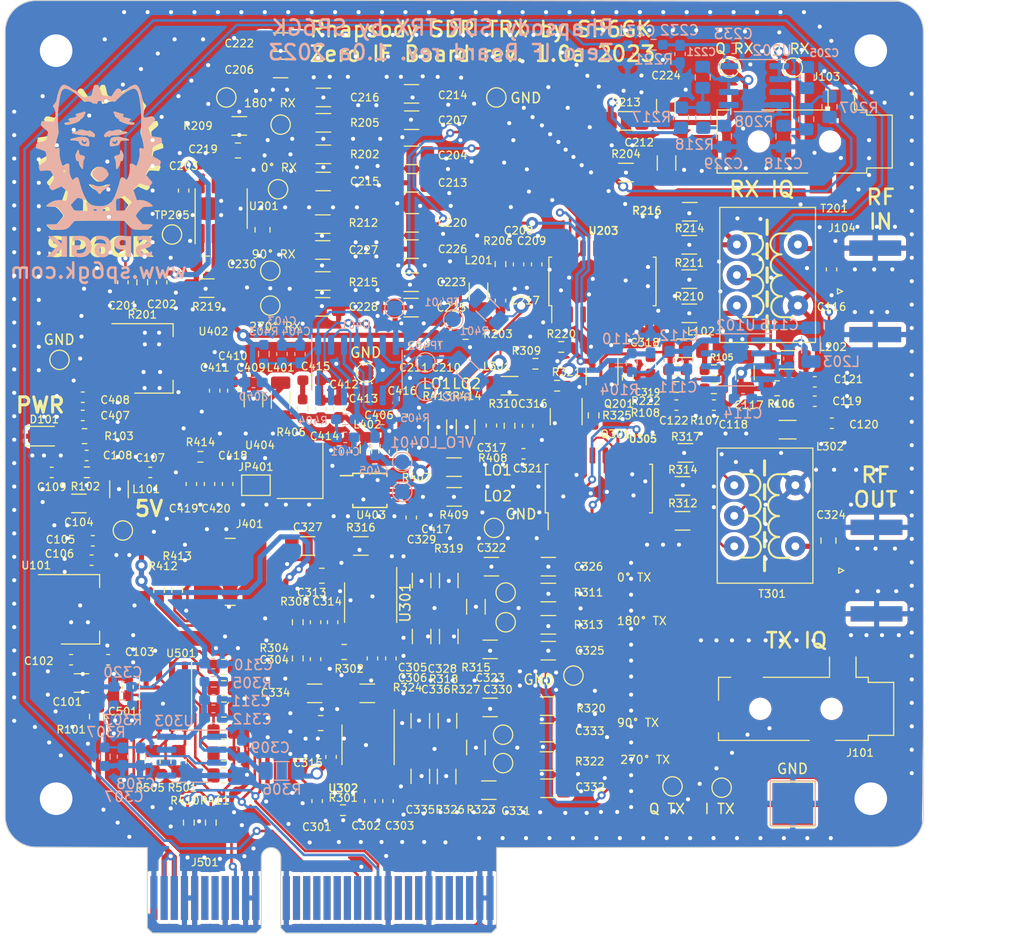
<source format=kicad_pcb>
(kicad_pcb (version 20240108) (generator "pcbnew") (generator_version "8.0")
  (layers (0 "F.Cu" signal) (31 "B.Cu" signal) (34 "B.Paste" user) (35 "F.Paste" user) (36 "B.SilkS" user "B.Silkscreen") (37 "F.SilkS" user "F.Silkscreen") (38 "B.Mask" user) (39 "F.Mask" user) (44 "Edge.Cuts" user))
  (net 0 "")
  (net 1 "Net-(U101-VI)")
  (net 2 "GND")
  (net 3 "+5V")
  (net 4 "Net-(C109-Pad1)")
  (net 5 "/TX_QSE/RF_OUT")
  (net 6 "Net-(J104-In)")
  (net 7 "/RX_QSD/RF_IN")
  (net 8 "Net-(U201C-V+)")
  (net 9 "/RX_QSD/180°")
  (net 10 "Net-(C205-Pad2)")
  (net 11 "/RX_QSD/0°")
  (net 12 "Net-(C207-Pad2)")
  (net 13 "Net-(U203-VCC)")
  (net 14 "/RX_QSD/I_RX")
  (net 15 "Net-(U201B-+)")
  (net 16 "Net-(U201B--)")
  (net 17 "/RX_QSD/270°")
  (net 18 "/RX_QSD/90°")
  (net 19 "Net-(C122-Pad1)")
  (net 20 "/RX_QSD/Q_RX")
  (net 21 "Net-(U201A-+)")
  (net 22 "Net-(U201A--)")
  (net 23 "+2V5")
  (net 24 "Net-(C204-Pad2)")
  (net 25 "Net-(C217-Pad1)")
  (net 26 "Net-(U202A-+)")
  (net 27 "/TX_QSE/Q_TX")
  (net 28 "Net-(C220-Pad2)")
  (net 29 "Net-(C327-Pad2)")
  (net 30 "Net-(C221-Pad1)")
  (net 31 "/TX_QSE/I_TX")
  (net 32 "Net-(C331-Pad2)")
  (net 33 "Net-(C222-Pad1)")
  (net 34 "Net-(C223-Pad2)")
  (net 35 "/tayloe_div")
  (net 36 "+3V3")
  (net 37 "Net-(D101-A)")
  (net 38 "+12V")
  (net 39 "GPIO_1")
  (net 40 "GPIO_2")
  (net 41 "GPIO_3")
  (net 42 "GPIO_4")
  (net 43 "GPIO_5")
  (net 44 "GPIO_6")
  (net 45 "GPIO_7")
  (net 46 "GPIO_8")
  (net 47 "I2C_SCL")
  (net 48 "QuadSPI_IO2")
  (net 49 "QuadSPI_IO3")
  (net 50 "QuadSPI_CS")
  (net 51 "SPI1_MOSI")
  (net 52 "SPI1_MISO")
  (net 53 "SER")
  (net 54 "SRCLK")
  (net 55 "GPIO_9")
  (net 56 "GPIO_10")
  (net 57 "GPIO_11")
  (net 58 "GPIO_12")
  (net 59 "GPIO_13")
  (net 60 "One_Wire")
  (net 61 "I2C_SDA")
  (net 62 "QuadSPI_CLK")
  (net 63 "QuadSPI_IO0")
  (net 64 "SPI1_CLK")
  (net 65 "SPI1_CS")
  (net 66 "RCLK")
  (net 67 "QH'")
  (net 68 "Net-(JP201-A)")
  (net 69 "/VFO_PLL_JohnsonCounter/Xa")
  (net 70 "Net-(L201-Pad1)")
  (net 71 "Net-(T201-SC)")
  (net 72 "Net-(L301-Pad1)")
  (net 73 "Net-(T301-SC)")
  (net 74 "Net-(Q201-B)")
  (net 75 "Net-(Q201-E)")
  (net 76 "Net-(Q301-B)")
  (net 77 "Net-(Q301-C)")
  (net 78 "Net-(U203-1A)")
  (net 79 "Net-(T201-SB)")
  (net 80 "Net-(U203-2A)")
  (net 81 "Net-(T201-SA)")
  (net 82 "Net-(T301-SB)")
  (net 83 "Net-(T301-SA)")
  (net 84 "Net-(U401A-~{Q})")
  (net 85 "/RX_QSD/LO1")
  (net 86 "Net-(U401B-Q)")
  (net 87 "/RX_QSD/LO2")
  (net 88 "Net-(U403-SDA)")
  (net 89 "Net-(U403-SCL)")
  (net 90 "Net-(U501-WP)")
  (net 91 "Net-(U501-A2)")
  (net 92 "Net-(U501-A1)")
  (net 93 "Net-(U501-A0)")
  (net 94 "Net-(U401A-D)")
  (net 95 "Net-(U401A-Q)")
  (net 96 "Net-(U202B-+)")
  (net 97 "Net-(U202C-V+)")
  (net 98 "Net-(U302C-V+)")
  (net 99 "Net-(U305-VCC)")
  (net 100 "Net-(C321-Pad1)")
  (net 101 "Net-(C322-Pad2)")
  (net 102 "Net-(C323-Pad2)")
  (net 103 "/TX_QSE/enc_180°")
  (net 104 "/TX_QSE/enc_ 0°")
  (net 105 "Net-(JP301-A)")
  (net 106 "Net-(JP302-A)")
  (net 107 "Net-(U301B--)")
  (net 108 "Net-(U302A--)")
  (net 109 "VDC")
  (net 110 "Net-(C330-Pad2)")
  (net 111 "Net-(L102-Pad1)")
  (net 112 "/VFO_PLL_JohnsonCounter/5V_Johnson")
  (net 113 "/VFO_PLL_JohnsonCounter/SI5351_3V3OUT")
  (net 114 "/VFO_PLL_JohnsonCounter/VFO_3V3")
  (net 115 "/VFO_PLL_JohnsonCounter/SI5351_3V3")
  (net 116 "/VFO_PLL_JohnsonCounter/4xfIN_Johnson")
  (net 117 "/VFO_PLL_JohnsonCounter/TCXO_3V3")
  (net 118 "/VFO_PLL_JohnsonCounter/CLK2")
  (net 119 "Net-(U102C-V+)")
  (net 120 "/VFO_PLL_JohnsonCounter/CLK0")
  (net 121 "/VFO_PLL_JohnsonCounter/CLK1")
  (net 122 "/TX_QSE/enc_270°")
  (net 123 "/VFO_PLL_JohnsonCounter/Xb")
  (net 124 "/5V_reg")
  (net 125 "Net-(U301C-V+)")
  (net 131 "/PCIE_Connector/GPIO_14")
  (net 132 "/TX_QSE/enc_90°")
  (net 133 "Net-(C334-Pad2)")
  (net 134 "Net-(U302B--)")
  (net 135 "/RX_QSD/I_OUT")
  (net 136 "/RX_QSD/Q_OUT")
  (net 137 "Net-(C415-Pad1)")
  (net 138 "Net-(C206-Pad1)")
  (net 139 "Net-(C416-Pad1)")
  (net 140 "Net-(JP401-B)")
  (net 141 "Net-(U305-1A)")
  (net 142 "Net-(U305-2A)")
  (net 143 "Net-(U303A-+)")
  (net 144 "Net-(C323-Pad1)")
  (net 145 "Net-(C330-Pad1)")
  (net 146 "Net-(U303C-V+)")
  (net 147 "Net-(U301A--)")
  (net 148 "Net-(U303A--)")
  (net 149 "Net-(C331-Pad1)")
  (net 153 "Net-(C322-Pad1)")
  (footprint "Capacitor_SMD:C_1206_3216Metric_Pad1.33x1.80mm_HandSolder" (layer "F.Cu") (at 134.2195 46.355)
    (property "Reference" "C215")
    (property "Value" "0.27")
  )
  (footprint "Capacitor_SMD:C_0603_1608Metric_Pad1.08x0.95mm_HandSolder" (layer "F.Cu") (at 145.131 62.3305 -90)
    (property "Reference" "C210")
    (property "Value" "1u")
  )
  (footprint "TestPoint:TestPoint_Pad_D1.5mm" (layer "F.Cu") (at 174.117 35.179)
    (property "Reference" "TP105" (hide yes))
    (property "Value" "TestPoint")
  )
  (footprint "Capacitor_SMD:C_0603_1608Metric_Pad1.08x0.95mm_HandSolder" (layer "F.Cu") (at 114.554 56.261 -90)
    (property "Reference" "C201")
    (property "Value" "100n")
  )
  (footprint "TestPoint:TestPoint_Pad_D1.5mm" (layer "F.Cu") (at 119.38 51.562)
    (property "Reference" "TP205")
    (property "Value" "TestPoint")
  )
  (footprint "Resistor_SMD:R_1206_3216Metric_Pad1.30x1.75mm_HandSolder" (layer "F.Cu") (at 146.431 99.341 90)
    (property "Reference" "R327")
    (property "Value" "10k")
  )
  (footprint "Capacitor_SMD:C_1206_3216Metric_Pad1.33x1.80mm_HandSolder" (layer "F.Cu") (at 142.9004 37.7444 180)
    (property "Reference" "C214")
    (property "Value" "0.27")
  )
  (footprint "Capacitor_SMD:C_1206_3216Metric_Pad1.33x1.80mm_HandSolder" (layer "F.Cu") (at 156.337 84.201 180)
    (property "Reference" "C326")
    (property "Value" "100n")
  )
  (footprint "Capacitor_SMD:C_1206_3216Metric_Pad1.33x1.80mm_HandSolder" (layer "F.Cu") (at 143.764 99.341 90)
    (property "Reference" "C336")
    (property "Value" "100p")
  )
  (footprint "Capacitor_SMD:C_0603_1608Metric_Pad1.08x0.95mm_HandSolder" (layer "F.Cu") (at 155.194 54.4945 -90)
    (property "Reference" "C209")
    (property "Value" "100n")
  )
  (footprint "Resistor_SMD:R_0603_1608Metric_Pad0.98x0.95mm_HandSolder" (layer "F.Cu") (at 151.638 54.471 -90)
    (property "Reference" "R206")
    (property "Value" "2")
  )
  (footprint "Package_SO:SOIC-16_4.55x10.3mm_P1.27mm" (layer "F.Cu") (at 161.3 76.525 90)
    (property "Reference" "U305")
    (property "Value" "SN74CBT3253")
  )
  (footprint "Capacitor_SMD:C_0603_1608Metric_Pad1.08x0.95mm_HandSolder" (layer "F.Cu") (at 109.474 93.345 180)
    (property "Reference" "C102")
    (property "Value" "1u")
  )
  (footprint "Capacitor_SMD:C_0603_1608Metric_Pad1.08x0.95mm_HandSolder" (layer "F.Cu") (at 140.8715 93.218 -90)
    (property "Reference" "C306")
    (property "Value" "100n")
  )
  (footprint "Capacitor_SMD:C_1206_3216Metric_Pad1.33x1.80mm_HandSolder" (layer "F.Cu") (at 143.891 85.5595 90)
    (property "Reference" "C329")
    (property "Value" "100p")
  )
  (footprint "Resistor_SMD:R_0603_1608Metric_Pad0.98x0.95mm_HandSolder" (layer "F.Cu") (at 164.1348 65.6336 90)
    (property "Reference" "R222")
    (property "Value" "10k")
  )
  (footprint "Capacitor_SMD:C_0603_1608Metric_Pad1.08x0.95mm_HandSolder" (layer "F.Cu") (at 153.416 54.4945 -90)
    (property "Reference" "C208")
    (property "Value" "1u")
  )
  (footprint "Resistor_SMD:R_0603_1608Metric_Pad0.98x0.95mm_HandSolder" (layer "F.Cu") (at 123.19 109.347 90)
    (property "Reference" "R411")
    (property "Value" "4.7k")
  )
  (footprint "Resistor_SMD:R_0603_1608Metric_Pad0.98x0.95mm_HandSolder" (layer "F.Cu") (at 131.7275 89.6595 -90)
    (property "Reference" "R308")
    (property "Value" "2.2k")
  )
  (footprint "logo" (layer "F.Cu") (at 112.268 43.942)
    (property "Reference" "G***" (hide yes))
    (property "Value" "LOGO" (hide yes))
  )
  (footprint "Capacitor_SMD:C_0603_1608Metric_Pad1.08x0.95mm_HandSolder" (layer "F.Cu") (at 184.1765 70.104)
    (property "Reference" "C120")
    (property "Value" "100n")
  )
  (footprint "Package_SO:SOIC-8_3.9x4.9mm_P1.27mm" (layer "F.Cu") (at 118.745 96.966 -90)
    (property "Reference" "U501")
    (property "Value" "24LC64")
  )
  (footprint "Resistor_SMD:R_1206_3216Metric_Pad1.30x1.75mm_HandSolder" (layer "F.Cu") (at 156.2575 100.5)
    (property "Reference" "R320")
    (property "Value" "R_Small")
  )
  (footprint "Package_SO:MSOP-10_3x3mm_P0.5mm" (layer "F.Cu") (at 138.811 76.708)
    (property "Reference" "U403")
    (property "Value" "Si5351A-B-GT")
  )
  (footprint "Capacitor_SMD:C_1206_3216Metric_Pad1.33x1.80mm_HandSolder" (layer "F.Cu") (at 167.9448 44.5393 90)
    (property "Reference" "C212")
    (property "Value" "100n")
  )
  (footprint "Capacitor_SMD:C_1206_3216Metric_Pad1.33x1.80mm_HandSolder" (layer "F.Cu") (at 110.236 77.9895 180)
    (property "Reference" "C104")
    (property "Value" "10u")
  )
  (footprint "Diode_SMD:D_0805_2012Metric_Pad1.15x1.40mm_HandSolder" (layer "F.Cu") (at 106.838 71.379)
    (property "Reference" "D101")
    (property "Value" "LED")
  )
  (footprint "Resistor_SMD:R_0805_2012Metric_Pad1.20x1.40mm_HandSolder" (layer "F.Cu") (at 120.015 103.316 -90)
    (property "Reference" "R501")
    (property "Value" "DNP")
  )
  (footprint "Resistor_SMD:R_0603_1608Metric_Pad0.98x0.95mm_HandSolder" (layer "F.Cu") (at 157.1975 66.421)
    (property "Reference" "R321")
    (property "Value" "2.2k")
  )
  (footprint "TestPoint:TestPoint_Pad_D1.5mm" (layer "F.Cu") (at 138.43 65.151)
    (property "Reference" "TP108" (hide yes))
    (property "Value" "TestPoint")
  )
  (footprint "Resistor_SMD:R_1206_3216Metric_Pad1.30x1.75mm_HandSolder" (layer "F.Cu") (at 137.922 82.169)
    (property "Reference" "R316")
    (property "Value" "10k")
  )
  (footprint "Capacitor_SMD:C_1206_3216Metric_Pad1.33x1.80mm_HandSolder" (layer "F.Cu") (at 130.048 35.2552)
    (property "Reference" "C206")
    (property "Value" "10u")
  )
  (footprint "Inductor_SMD:L_1206_3216Metric_Pad1.22x1.90mm_HandSolder" (layer "F.Cu") (at 179.832 70.739 180)
    (property "Reference" "L302")
    (property "Value" "470u")
  )
  (footprint "Resistor_SMD:R_1206_3216Metric_Pad1.30x1.75mm_HandSolder" (layer "F.Cu") (at 163.96 45.478)
    (property "Reference" "R204")
    (property "Value" "51")
  )
  (footprint "Connector_Coaxial:SMA_Amphenol_132289_EdgeMount" (layer "F.Cu") (at 188.5665 84.582)
    (property "Reference" "J102" (hide yes))
    (property "Value" "Conn_Coaxial")
  )
  (footprint "Capacitor_SMD:C_0805_2012Metric_Pad1.18x1.45mm_HandSolder" (layer "F.Cu") (at 183.8452 81.6356 90)
    (property "Reference" "C324")
    (property "Value" "33p")
  )
  (footprint "Resistor_SMD:R_1206_3216Metric_Pad1.30x1.75mm_HandSolder" (layer "F.Cu") (at 145.448 70.506 90)
    (property "Reference" "R413")
    (property "Value" "R_Small")
  )
  (footprint "Connector_Coaxial:SMA_Amphenol_132289_EdgeMount" (layer "F.Cu") (at 188.4395 57.15)
    (property "Reference" "J104")
    (property "Value" "SMA Edge")
  )
  (footprint "Capacitor_SMD:C_1206_3216Metric_Pad1.33x1.80mm_HandSolder" (layer "F.Cu") (at 150.622 92.329)
    (property "Reference" "C323")
    (property "Value" "C_Small")
  )
  (footprint "Capacitor_SMD:C_1206_3216Metric_Pad1.33x1.80mm_HandSolder" (layer "F.Cu") (at 142.894 43.7896 180)
    (property "Reference" "C204")
    (property "Value" "10u")
  )
  (footprint "Resistor_SMD:R_1206_3216Metric_Pad1.30x1.75mm_HandSolder" (layer "F.Cu") (at 138.557 96.647)
    (property "Reference" "R324")
    (property "Value" "10k")
  )
  (footprint "Resistor_SMD:R_1206_3216Metric_Pad1.30x1.75mm_HandSolder" (layer "F.Cu") (at 156.2575 103.3)
    (property "Reference" "R322")
    (property "Value" "R_Small")
  )
  (footprint "Crystal:Crystal_SMD_3225-4Pin_3.2x2.5mm_HandSoldering" (layer "F.Cu") (at 131.953 74.803 90)
    (property "Reference" "U404")
    (property "Value" "KC2520Z")
  )
  (footprint "Inductor_SMD:L_1206_3216Metric_Pad1.22x1.90mm_HandSolder" (layer "F.Cu") (at 152.527 66.421 180)
    (property "Reference" "L301")
    (property "Value" "100u")
  )
  (footprint "Capacitor_SMD:C_1206_3216Metric_Pad1.33x1.80mm_HandSolder" (layer "F.Cu") (at 130.048 32.6644)
    (property "Reference" "C222")
    (property "Value" "10u")
  )
  (footprint "Capacitor_SMD:C_0603_1608Metric_Pad1.08x0.95mm_HandSolder" (layer "F.Cu") (at 110.6185 67.55 180)
    (property "Reference" "C408")
    (property "Value" "100n")
  )
  (footprint "Capacitor_SMD:C_0603_1608Metric_Pad1.08x0.95mm_HandSolder" (layer "F.Cu") (at 139.065 93.218 -90)
    (property "Reference" "C305")
    (property "Value" "1u")
  )
  (footprint "Capacitor_SMD:C_1206_3216Metric_Pad1.33x1.80mm_HandSolder" (layer "F.Cu") (at 150.749 84.201)
    (property "Reference" "C322")
    (property "Value" "C_Small")
  )
  (footprint "Jumper:SolderJumper-2_P1.3mm_Open_Pad1.0x1.5mm" (layer "F.Cu") (at 127.62 76.2)
    (property "Reference" "JP401")
    (property "Value" "Jumper_2_Bridged")
  )
  (footprint "Resistor_SMD:R_1206_3216Metric_Pad1.30x1.75mm_HandSolder" (layer "F.Cu") (at 170.2308 49.3268 180)
    (property "Reference" "R216")
    (property "Value" "0")
  )
  (footprint "Capacitor_SMD:C_0603_1608Metric_Pad1.08x0.95mm_HandSolder" (layer "F.Cu") (at 133.6325 107.2388 -90)
    (property "Reference" "C301")
    (property "Value" "100n")
  )
  (footprint "Resistor_SMD:R_1206_3216Metric_Pad1.30x1.75mm_HandSolder" (layer "F.Cu") (at 169.5165 79.697)
    (property "Reference" "R312")
    (property "Value" "0")
  )
  (footprint "Resistor_SMD:R_0805_2012Metric_Pad1.20x1.40mm_HandSolder" (layer "F.Cu") (at 110.791 71.379 180)
    (property "Reference" "R103")
    (property "Value" "R_Small")
  )
  (footprint "Capacitor_SMD:C_0603_1608Metric_Pad1.08x0.95mm_HandSolder" (layer "F.Cu") (at 133.096 65.8865)
    (property "Reference" "C415")
    (property "Value" "1u")
  )
  (footprint "Resistor_SMD:R_0603_1608Metric_Pad0.98x0.95mm_HandSolder" (layer "F.Cu") (at 168.91 66.548 180)
    (property "Reference" "R108")
    (property "Value" "2")
  )
  (footprint "Package_TO_SOT_SMD:SOT-223-3_TabPin2" (layer "F.Cu") (at 117.577 63.74)
    (property "Reference" "U402")
    (property "Value" "AMS1117-3.3")
  )
  (footprint "Resistor_SMD:R_0805_2012Metric_Pad1.20x1.40mm_HandSolder" (layer "F.Cu") (at 134.096 85.09 180)
    (property "Reference" "JP302" (hide yes))
    (property "Value" "Jumper_2_Bridged")
  )
  (footprint "Capacitor_SMD:C_0603_1608Metric_Pad1.08x0.95mm_HandSolder" (layer "F.Cu") (at 166.37 64.4144 -90)
    (property "Reference" "C318")
    (property "Value" "100n")
  )
  (footprint "Package_SO:SOIC-8_3.9x4.9mm_P1.27mm" (layer "F.Cu") (at 138.8872 87.7316 -90)
    (property "Reference" "U301")
    (property "Value" "NE5532")
  )
  (footprint "Capacitor_SMD:C_0603_1608Metric_Pad1.08x0.95mm_HandSolder" (layer "F.Cu") (at 150.749 70.3315 -90)
    (property "Reference" "C317")
    (property "Value" "1u")
  )
  (footprint "Resistor_SMD:R_1206_3216Metric_Pad1.30x1.75mm_HandSolder" (layer "F.Cu") (at 134.2449 40.5892 180)
    (property "Reference" "R205")
    (property "Value" "200")
  )
  (footprint "Resistor_SMD:R_1206_3216Metric_Pad1.30x1.75mm_HandSolder" (layer "F.Cu") (at 147.066 74.422)
    (property "Reference" "R408")
    (property "Value" "R_Small")
  )
  (footprint "Capacitor_SMD:C_1206_3216Metric_Pad1.33x1.80mm_HandSolder" (layer "F.Cu") (at 175.641 65.151 90)
    (property "Reference" "C117")
    (property "Value" "10u")
  )
  (footprint "Resistor_SMD:R_1206_3216Metric_Pad1.30x1.75mm_HandSolder" (layer "F.Cu") (at 169.799 73.025)
    (property "Reference" "R317")
    (property "Value" "0")
  )
  (footprint "Resistor_SMD:R_1206_3216Metric_Pad1.30x1.75mm_HandSolder" (layer "F.Cu") (at 146.351 104.82 -90)
    (property "Reference" "R326")
    (property "Value" "10k")
  )
  (footprint "Resistor_SMD:R_0805_2012Metric_Pad1.20x1.40mm_HandSolder" (layer "F.Cu") (at 124.46 94.045)
    (property "Reference" "R506" (hide yes))
    (property "Value" "0")
  )
  (footprint "Resistor_SMD:R_0603_1608Metric_Pad0.98x0.95mm_HandSolder" (layer "F.Cu") (at 157.607 62.611 180)
    (property "Reference" "R220")
    (property "Value" "2.2k")
  )
  (footprint "Capacitor_SMD:C_0603_1608Metric_Pad1.08x0.95mm_HandSolder" (layer "F.Cu") (at 117.2445 74.9415)
    (property "Reference" "C107")
    (property "Value" "1u")
  )
  (footprint "Capacitor_SMD:C_0603_1608Metric_Pad1.08x0.95mm_HandSolder" (layer "F.Cu") (at 143.129 62.3305 -90)
    (property "Reference" "C211")
    (property "Value" "100n")
  )
  (footprint "TestPoint:TestPoint_Pad_D1.5mm" (layer "F.Cu") (at 108.331 63.881)
    (property "Reference" "TP109" (hide yes))
    (property "Value" "TestPoint")
  )
  (footprint "TestPoint:TestPoint_Pad_D1.5mm" (layer "F.Cu") (at 173.355 105.918)
    (property "Reference" "TP103" (hide yes))
    (property "Value" "TestPoint")
  )
  (footprint "Resistor_SMD:R_1206_3216Metric" (layer "F.Cu") (at 149.225 88.138 -90)
    (property "Reference" "R315")
    (property "Value" "10k")
  )
  (footprint "T37_toroid:T37_toroid" (layer "F.Cu") (at 177.594 79.2 -90)
    (property "Reference" "T301")
    (property "Value" "4:1")
  )
  (footprint "Capacitor_SMD:C_0603_1608Metric_Pad1.08x0.95mm_HandSolder" (layer "F.Cu") (at 107.569 74.9415 180)
    (property "Reference" "C109")
    (property "Value" "1u")
  )
  (footprint "Capacitor_SMD:C_0603_1608Metric_Pad1.08x0.95mm_HandSolder" (layer "F.Cu") (at 110.998 73.279 180)
    (property "Reference" "C108")
    (property "Value" "100n")
  )
  (footprint "TestPoint:TestPoint_Pad_D1.5mm" (layer "F.Cu") (at 152.146 89.662)
    (property "Reference" "TP302" (hide yes))
    (property "Value" "TestPoint")
  )
  (footprint "Inductor_SMD:L_1206_3216Metric_Pad1.22x1.90mm_HandSolder" (layer "F.Cu") (at 130.048 67.7915 -90)
    (property "Reference" "L401")
    (property "Value" "100u")
  )
  (footprint "Capacitor_SMD:C_1206_3216Metric_Pad1.33x1.80mm_HandSolder" (layer "F.Cu") (at 127.381 67.7915 90)
    (property "Reference" "C409")
    (property "Value" "10u")
  )
  (footprint "Package_TO_SOT_SMD:SOT-223-3_TabPin2" (layer "F.Cu") (at 110.363 88.392)
    (property "Reference" "U101")
    (property "Value" "AMS1117-3.3")
  )
  (footprint "TestPoint:TestPoint_Pad_D1.5mm" (layer "F.Cu") (at 151.003 80.391)
    (property "Reference" "TP107" (hide yes))
    (property "Value" "TestPoint")
  )
  (footprint "Capacitor_SMD:C_1206_3216Metric_Pad1.33x1.80mm_HandSolder" (layer "F.Cu") (at 134.181 58.674)
    (property "Reference" "C228")
    (property "Value" "0.27")
  )
  (footprint "Capacitor_SMD:C_0603_1608Metric_Pad1.08x0.95mm_HandSolder" (layer "F.Cu") (at 135.1565 89.6595 90)
    (property "Reference" "C314")
    (property "Value" "100n")
  )
  (footprint "Resistor_SMD:R_0805_2012Metric_Pad1.20x1.40mm_HandSolder" (layer "F.Cu") (at 124.476 98.236)
    (property "Reference" "R508" (hide yes))
    (property "Value" "0")
  )
  (footprint "Resistor_SMD:R_0603_1608Metric_Pad0.98x0.95mm_HandSolder" (layer "F.Cu") (at 132.207 68.6805 90)
    (property "Reference" "R406")
    (property "Value" "2")
  )
  (footprint "Capacitor_SMD:C_1206_3216Metric_Pad1.33x1.80mm_HandSolder" (layer "F.Cu") (at 133.3785 96.647)
    (property "Reference" "C334")
    (property "Value" "10u")
  )
  (footprint "Resistor_SMD:R_0805_2012Metric_Pad1.20x1.40mm_HandSolder" (layer "F.Cu") (at 124.46 102.554 180)
    (property "Reference" "R503" (hide yes))
    (property "Value" "DNP")
  )
  (footprint "Resistor_SMD:R_0603_1608Metric_Pad0.98x0.95mm_HandSolder" (layer "F.Cu") (at 136.1725 108.1278)
    (property "Reference" "R301")
    (property "Value" "100")
  )
  (footprint "Inductor_SMD:L_1206_3216Metric_Pad1.22x1.90mm_HandSolder" (layer "F.Cu") (at 114.173 76.5925 90)
    (property "Reference" "L101")
    (property "Value" "100u")
  )
  (footprint "Capacitor_SMD:C_1206_3216Metric_Pad1.33x1.80mm_HandSolder" (layer "F.Cu") (at 142.8555 53 180)
    (property "Reference" "C226")
    (property "Value" "0.27")
  )
  (footprint "Capacitor_SMD:C_0603_1608Metric_Pad1.08x0.95mm_HandSolder" (layer "F.Cu") (at 133.477 93.283 -90)
    (property "Reference" "C304")
    (property "Value" "100n")
  )
  (footprint "Capacitor_SMD:C_1206_3216Metric_Pad1.33x1.80mm_HandSolder" (layer "F.Cu") (at 134.181 53.086)
    (property "Reference" "C227")
    (property "Value" "0.27")
  )
  (footprint "Capacitor_SMD:C_0603_1608Metric_Pad1.08x0.95mm_HandSolder" (layer "F.Cu") (at 124.841 76.073 -90)
    (property "Reference" "C418")
    (property "Value" "1u")
  )
  (footprint "Resistor_SMD:R_1206_3216Metric_Pad1.30x1.75mm_HandSolder" (layer "F.Cu") (at 149.225 101.9695 -90)
    (property "Reference" "R323")
    (property "Value" "10k")
  )
  (footprint "Resistor_SMD:R_1206_3216Metric_Pad1.30x1.75mm_HandSolder" (layer "F.Cu") (at 147.092 77.343)
    (property "Reference" "R409")
    (property "Value" "R_Small")
  )
  (footprint "Connector_PCBEdge:BUS_PCIexpress_x4" (layer "F.Cu") (at 117.606 116.755)
    (property "Reference" "J501")
    (property "Value" "PCIexpress_x4 (64 pins)")
    (fp_line (start -0.65 -4.95) (end -0.65 2.95) (stroke (width 0.1)) (layer "Edge.Cuts"))
    (fp_line (start -0.65 2.95) (end -0.15 3.45) (stroke (width 0.1)) (layer "Edge.Cuts"))
    (fp_line (start -0.15 3.45) (end 10.05 3.45) (stroke (width 0.1)) (layer "Edge.Cuts"))
    (fp_line (start 10.55 -4) (end 10.55 2.95) (stroke (width 0.1)) (layer "Edge.Cuts"))
    (fp_line (start 10.55 2.95) (end 10.05 3.45) (stroke (width 0.1)) (layer "Edge.Cuts"))
    (fp_line (start 12.45 -4) (end 12.45 2.95) (stroke (width 0.1)) (layer "Edge.Cuts"))
    (fp_line (start 12.45 2.95) (end 12.95 3.45) (stroke (width 0.1)) (layer "Edge.Cuts"))
    (fp_line (start 12.95 3.45) (end 33.15 3.45) (stroke (width 0.1)) (layer "Edge.Cuts"))
    (fp_line (start 33.65 -4.95) (end 33.65 2.95) (stroke (width 0.1)) (layer "Edge.Cuts"))
    (fp_line (start 33.65 2.95) (end 33.15 3.45) (stroke (width 0.1)) (layer "Edge.Cuts"))
    (fp_arc (start 10.55 -4) (mid 11.5 -4.95) (end 12.45 -4) (stroke (width 0.1)) (layer "Edge.Cuts"))
  )
  (footprint "Resistor_SMD:R_1206_3216Metric_Pad1.30x1.75mm_HandSolder" (layer "F.Cu") (at 156.337 86.741)
    (property "Reference" "R311")
    (property "Value" "R_Small")
  )
  (footprint "Resistor_SMD:R_0603_1608Metric_Pad0.98x0.95mm_HandSolder" (layer "F.Cu") (at 160.782 69.342 90)
    (property "Reference" "R325")
    (property "Value" "10k")
  )
  (footprint "TestPoint:TestPoint_Pad_D1.5mm" (layer "F.Cu") (at 129.032 55.118)
    (property "Reference" "TP204" (hide yes))
    (property "Value" "TestPoint")
  )
  (footprint "Capacitor_SMD:C_1206_3216Metric_Pad1.33x1.80mm_HandSolder" (layer "F.Cu") (at 142.875 56.25 180)
    (property "Reference" "C223")
    (property "Value" "10u")
  )
  (footprint "Capacitor_SMD:C_0603_1608Metric_Pad1.08x0.95mm_HandSolder" (layer "F.Cu") (at 133.477 89.662 90)
    (property "Reference" "C313")
    (property "Value" "1u")
  )
  (footprint "Capacitor_SMD:C_0603_1608Metric_Pad1.08x0.95mm_HandSolder" (layer "F.Cu") (at 141.986 69.342 90)
    (property "Reference" "C416")
    (property "Value" "1u")
  )
  (footprint "Resistor_SMD:R_1206_3216Metric_Pad1.30x1.75mm_HandSolder" (layer "F.Cu") (at 163.96 40.398)
    (property "Reference" "R213")
    (property "Value" "51")
  )
  (footprint "Capacitor_SMD:C_0603_1608Metric_Pad1.08x0.95mm_HandSolder" (layer "F.Cu") (at 154.305 70.358 -90)
    (property "Reference" "C316")
    (property "Value" "100n")
  )
  (footprint "Inductor_SMD:L_1206_3216Metric_Pad1.22x1.90mm_HandSolder" (layer "F.Cu") (at 179.832 63.881 180)
    (property "Reference" "L202")
    (property "Value" "470u")
  )
  (footprint "TestPoint:TestPoint_Pad_4.0x4.0mm" (layer "F.Cu") (at 180.34 107.569)
    (property "Reference" "TP110" (hide yes))
    (property "Value" "TestPoint")
  )
  (footprint "Capacitor_SMD:C_0603_1608Metric_Pad1.08x0.95mm_HandSolder" (layer "F.Cu") (at 140.208 72.898 90)
    (property "Reference" "C406")
    (property "Value" "100n")
  )
  (footprint "Capacitor_SMD:C_1206_3216Metric_Pad1.33x1.80mm_HandSolder" (layer "F.Cu") (at 156.337 92.456 180)
    (property "Reference" "C325")
    (property "Value" "100n")
  )
  (footprint "Resistor_SMD:R_0805_2012Metric_Pad1.20x1.40mm_HandSolder" (layer "F.Cu") (at 124.46 100.395 180)
    (property "Reference" "R504" (hide yes))
    (property "Value" "DNP")
  )
  (footprint "Resistor_SMD:R_0805_2012Metric_Pad1.20x1.40mm_HandSolder" (layer "F.Cu") (at 112.014 98.933 90)
    (property "Reference" "R101")
    (property "Value" "2")
  )
  (footprint "Resistor_SMD:R_1206_3216Metric_Pad1.30x1.75mm_HandSolder" (layer "F.Cu") (at 122.7875 56.834 180)
    (property "Reference" "R219")
    (property "Value" "3.3k")
  )
  (footprint "TestPoint:TestPoint_Pad_D1.5mm" (layer "F.Cu") (at 158.8 94.9)
    (property "Reference" "TP108" (hide yes))
    (property "Value" "TestPoint")
  )
  (footprint "Connector_Coaxial:SMA_Wurth_60312102114405_Vertical" (layer "F.Cu") (at 125.095 84.709 -90)
    (property "Reference" "J401")
    (property "Value" "SMA")
  )
  (footprint "TestPoint:TestPoint_Pad_D1.5mm" (layer "F.Cu") (at 114.554 80.645)
    (property "Reference" "TP101" (hide yes))
    (property "Value" "TestPoint")
  )
  (footprint "Capacitor_SMD:C_0603_1608Metric_Pad1.08x0.95mm_HandSolder" (layer "F.Cu") (at 136.525 72.898 90)
    (property "Reference" "C414")
    (property "Value" "10n")
  )
  (footprint "Capacitor_SMD:C_0603_1608Metric_Pad1.08x0.95mm_HandSolder" (layer "F.Cu") (at 172.593 68.326 180)
    (property "Reference" "C118")
    (property "Value" "100n")
  )
  (footprint "Resistor_SMD:R_0805_2012Metric_Pad1.20x1.40mm_HandSolder" (layer "F.Cu") (at 117.475 103.316 -90)
    (property "Reference" "R505")
    (property "Value" "0")
  )
  (footprint "Inductor_SMD:L_0805_2012Metric_Pad1.05x1.20mm_HandSolder" (layer "F.Cu") (at 138.43 72.644 -90)
    (property "Reference" "L402")
    (property "Value" "100u")
  )
  (footprint "Package_SO:SOIC-16_4.55x10.3mm_P1.27mm" (layer "F.Cu") (at 161.65 56.175 90)
    (property "Reference" "U203")
    (property "Value" "SN74CBT3253")
  )
  (footprint "Resistor_SMD:R_1206_3216Metric_Pad1.30x1.75mm_HandSolder" (layer "F.Cu") (at 170.1775 59.309)
    (property "Reference" "R210")
    (property "Value" "0")
  )
  (footprint "Capacitor_SMD:C_1206_3216Metric_Pad1.33x1.80mm_HandSolder" (layer "F.Cu") (at 150.622 98.0325)
    (property "Reference" "C330")
    (property "Value" "C_Small")
  )
  (footprint "Capacitor_SMD:C_0603_1608Metric_Pad1.08x0.95mm_HandSolder" (layer "F.Cu") (at 111.6065 81.661 180)
    (property "Reference" "C105")
    (property "Value" "1u")
  )
  (footprint "TestPoint:TestPoint_Pad_D1.5mm" (layer "F.Cu") (at 151.892 103.505)
    (property "Reference" "TP304" (hide yes))
    (property "Value" "TestPoint")
  )
  (footprint "Resistor_SMD:R_0603_1608Metric_Pad0.98x0.95mm_HandSolder" (layer "F.Cu") (at 131.7275 93.2155 -90)
    (property "Reference" "R304")
    (property "Value" "2.2k")
  )
  (footprint "Capacitor_SMD:C_1206_3216Metric_Pad1.33x1.80mm_HandSolder" (layer "F.Cu") (at 110.49 95.631 180)
    (property "Reference" "C101")
    (property "Value" "10u")
  )
  (footprint "Capacitor_SMD:C_1206_3216Metric_Pad1.33x1.80mm_HandSolder" (layer "F.Cu") (at 143.764 104.802 -90)
    (property "Reference" "C335")
    (property "Value" "100p")
  )
  (footprint "Capacitor_SMD:C_0603_1608Metric_Pad1.08x0.95mm_HandSolder" (layer "F.Cu") (at 153.8975 73.1075)
    (property "Reference" "C321")
    (property "Value" "1u")
  )
  (footprint "Resistor_SMD:R_0805_2012Metric_Pad1.20x1.40mm_HandSolder" (layer "F.Cu") (at 133.985 99.568 180)
    (property "Reference" "JP301" (hide yes))
    (property "Value" "Jumper_2_Bridged")
  )
  (footprint "Capacitor_SMD:C_0603_1608Metric_Pad1.08x0.95mm_HandSolder" (layer "F.Cu") (at 151.638 58.0505 -90)
    (property "Reference" "C217")
    (property "Value" "1u")
  )
  (footprint "Resistor_SMD:R_1206_3216Metric_Pad1.30x1.75mm_HandSolder" (layer "F.Cu") (at 148.209 70.485 90)
    (property "Reference" "R414")
    (property "Value" "R_Small")
  )
  (footprint "custom_jack:Jack_3.5mm_CUI_SJ-3524-SMT_Horizontal" (layer "F.Cu") (at 181.504 42.43 -90)
    (property "Reference" "J103")
    (property "Value" "IQ Out")
  )
  (footprint "Capacitor_SMD:C_1206_3216Metric_Pad1.33x1.80mm_HandSolder" (layer "F.Cu") (at 142.9129 40.3352 180)
    (property "Reference" "C207")
    (property "Value" "10u")
  )
  (footprint "Capacitor_SMD:C_1206_3216Metric_Pad1.33x1.80mm_HandSolder" (layer "F.Cu") (at 146.558 91.059 -90)
    (property "Reference" "R318")
    (property "Value" "10k")
  )
  (footprint "Capacitor_SMD:C_1206_3216Metric_Pad1.33x1.80mm_HandSolder" (layer "F.Cu") (at 156.2575 97.9 180)
    (property "Reference" "C333")
    (property "Value" "100n")
  )
  (footprint "Capacitor_SMD:C_0603_1608Metric_Pad1.08x0.95mm_HandSolder" (layer "F.Cu") (at 182.499 67.945)
    (property "Reference" "C119")
    (property "Value" "10n")
  )
  (footprint "Capacitor_SMD:C_0603_1608Metric_Pad1.08x0.95mm_HandSolder" (layer "F.Cu") (at 115.062 96.012 90)
    (property "Reference" "C501")
    (property "Value" "100n")
  )
  (footprint "Capacitor_SMD:C_0603_1608Metric_Pad1.08x0.95mm_HandSolder" (layer "F.Cu") (at 133.985 68.707 90)
    (property "Reference" "C412")
    (property "Value" "1u")
  )
  (footprint "Resistor_SMD:R_0805_2012Metric_Pad1.20x1.40mm_HandSolder" (layer "F.Cu") (at 124.46 96.139)
    (property "Reference" "R507" (hide yes))
    (property "Value" "0")
  )
  (footprint "Resistor_SMD:R_0603_1608Metric_Pad0.98x0.95mm_HandSolder" (layer "F.Cu") (at 152.527 70.358 -90)
    (property "Reference" "R310")
    (property "Value" "2")
  )
  (footprint "Resistor_SMD:R_1206_3216Metric_Pad1.30x1.75mm_HandSolder" (layer "F.Cu") (at 134.181 56.134 180)
    (property "Reference" "R215")
    (property "Value" "200")
  )
  (footprint "Resistor_SMD:R_0603_1608Metric_Pad0.98x0.95mm_HandSolder" (layer "F.Cu") (at 141.986 72.8745 90)
    (property "Reference" "R407")
    (property "Value" "2")
  )
  (footprint "Capacitor_SMD:C_1206_3216Metric_Pad1.33x1.80mm_HandSolder" (layer "F.Cu") (at 142.8555 58.75 180)
    (property "Reference" "C225")
    (property "Value" "0.27")
  )
  (footprint "Resistor_SMD:R_1206_3216Metric_Pad1.30x1.75mm_HandSolder" (layer "F.Cu") (at 170.1775 55.948)
    (property "Reference" "R211")
    (property "Value" "Open")
  )
  (footprint "Capacitor_SMD:C_1206_3216Metric_Pad1.33x1.80mm_HandSolder" (layer "F.Cu") (at 146.558 85.5595 90)
    (property "Reference" "R319")
    (property "Value" "10k")
  )
  (footprint "T37_toroid:T37_toroid" (layer "F.Cu") (at 177.848 55.547 -90)
    (property "Reference" "T201")
    (property "Value" "1:4")
  )
  (footprint "Resistor_SMD:R_0805_2012Metric_Pad1.20x1.40mm_HandSolder" (layer "F.Cu") (at 128.27 51.104 90)
    (property "Reference" "JP201" (hide yes))
    (property "Value" "Jumper_2_Bridged")
  )
  (footprint "Capacitor_SMD:C_0603_1608Metric_Pad1.08x0.95mm_HandSolder" (layer "F.Cu") (at 110.617 69.342 180)
    (property "Reference" "C407")
    (property "Value" "1u")
  )
  (footprint "Resistor_SMD:R_1206_3216Metric_Pad1.30x1.75mm_HandSolder" (layer "F.Cu") (at 125.984 40.894 180)
    (property "Reference" "R209")
    (property "Value" "3.3k")
  )
  (footprint "Capacitor_SMD:C_1206_3216Metric_Pad1.33x1.80mm_HandSolder" (layer "F.Cu") (at 142.875 46.482 180)
    (property "Reference" "C213")
    (property "Value" "0.27")
  )
  (footprint "Resistor_SMD:R_1206_3216Metric_Pad1.30x1.75mm_HandSolder" (layer "F.Cu") (at 134.2455 43.688 180)
    (property "Reference" "R202")
    (property "Value" "200")
  )
  (footprint "Capacitor_SMD:C_0805_2012Metric_Pad1.18x1.45mm_HandSolder" (layer "F.Cu") (at 122.809 54.421 180)
    (property "Reference" "C230")
    (property "Value" "10n")
  )
  (footprint "Resistor_SMD:R_0603_1608Metric_Pad0.98x0.95mm_HandSolder" (layer "F.Cu") (at 172.593 66.675 180)
    (property "Reference" "R107")
    (property "Value" "2.2k")
  )
  (footprint "Capacitor_SMD:C_1206_3216Metric_Pad1.33x1.80mm_HandSolder" (layer "F.Cu") (at 134.2449 38.1)
    (property "Reference" "C216")
    (property "Value" "0.27")
  )
  (footprint "Resistor_SMD:R_0603_1608Metric_Pad0.98x0.95mm_HandSolder" (layer "F.Cu") (at 111.0215 74.93 180)
    (property "Reference" "R102")
    (property "Value" "2")
  )
  (footprint "Package_TO_SOT_SMD:SOT-23-3" (layer "F.Cu") (at 161.61 65.532 -90)
    (property "Reference" "Q201")
    (property "Value" "BC846")
  )
  (footprint "Package_SO:SOIC-8_3.9x4.9mm_P1.27mm" (layer "F.Cu") (at 138.6332 101.7016 -90)
    (property "Reference" "U302")
    (property "Value" "NE5532")
  )
  (footprint "Resistor_SMD:R_1206_3216Metric_Pad1.30x1.75mm_HandSolder" (layer "F.Cu") (at 134.181 50.546 180)
    (property "Reference" "R212")
    (property "Value" "200")
  )
  (footprint "Capacitor_SMD:C_0603_1608Metric_Pad1.08x0.95mm_HandSolder" (layer "F.Cu") (at 169.0116 64.897)
    (property "Reference" "C319")
    (property "Value" "1u")
  )
  (footprint "Resistor_SMD:R_0805_2012Metric_Pad1.20x1.40mm_HandSolder" (layer "F.Cu") (at 178.8 66.675)
    (property "Reference" "R106")
    (property "Value" "0")
  )
  (footprint "Capacitor_SMD:C_1206_3216Metric_Pad1.33x1.80mm_HandSolder" (layer "F.Cu") (at 142.875 50.419 180)
    (property "Reference" "C220")
    (property "Value" "10u")
  )
  (footprint "Capacitor_SMD:C_0603_1608Metric_Pad1.08x0.95mm_HandSolder" (layer "F.Cu") (at 138.811 107.2298 -90)
    (property "Reference" "C302")
    (property "Value" "1u")
  )
  (footprint "Capacitor_SMD:C_1206_3216Metric_Pad1.33x1.80mm_HandSolder" (layer "F.Cu") (at 132.705 82.169)
    (property "Reference" "C327")
    (property "Value" "10u")
  )
  (footprint "Package_SO:SOIC-8_3.9x4.9mm_P1.27mm" (layer "F.Cu") (at 124.206 49.022 90)
    (property "Reference" "U201")
    (property "Value" "LMH6622")
  )
  (footprint "Capacitor_SMD:C_0603_1608Metric_Pad1.08x0.95mm_HandSolder" (layer "F.Cu") (at 111.4825 83.566 180)
    (property "Reference" "C106")
    (property "Value" "100n")
  )
  (footprint "Resistor_SMD:R_0603_1608Metric_Pad0.98x0.95mm_HandSolder" (layer "F.Cu") (at 119.888 86.487 90)
    (property "Reference" "R413")
    (property "Value" "R_Small")
  )
  (footprint "TestPoint:TestPoint_Pad_D1.5mm" (layer "F.Cu") (at 151.892 100.711)
    (property "Reference" "TP303" (hide yes))
    (property "Value" "TestPoint")
  )
  (footprint "Capacitor_SMD:C_0603_1608Metric_Pad1.08x0.95mm_HandSolder" (layer "F.Cu") (at 113.1135 93.345)
    (property "Reference" "C103")
    (property "Value" "100n")
  )
  (footprint "Capacitor_SMD:C_0603_1608Metric_Pad1.08x0.95mm_HandSolder" (layer "F.Cu") (at 123.571 66.9025 90)
    (property "Reference" "C411")
    (property "Value" "100n")
  )
  (footprint "Capacitor_SMD:C_0603_1608Metric_Pad1.08x0.95mm_HandSolder" (layer "F.Cu") (at 121.285 76.073 -90)
    (property "Reference" "C419")
    (property "Value" "100n")
  )
  (footprint "Resistor_SMD:R_1206_3216Metric_Pad1.30x1.75mm_HandSolder" (layer "F.Cu") (at 170.1775 52.578)
    (property "Reference" "R214")
    (property "Value" "0")
  )
  (footprint "Resistor_SMD:R_0603_1608Metric_Pad0.98x0.95mm_HandSolder" (layer "F.Cu") (at 122.174 73.406)
    (property "Reference" "R414")
    (property "Value" "100")
  )
  (footprint "Resistor_SMD:R_0603_1608Metric_Pad0.98x0.95mm_HandSolder" (layer "F.Cu") (at 118.11 86.487 90)
    (property "Reference" "R412")
    (property "Value" "100")
  )
  (footprint "Capacitor_SMD:C_0603_1608Metric_Pad1.08x0.95mm_HandSolder" (layer "F.Cu") (at 182.499 66.04)
    (property "Reference" "C121")
    (property "Value" "10n")
  )
  (footprint "Inductor_SMD:L_1206_3216Metric_Pad1.22x1.90mm_HandSolder" (layer "F.Cu") (at 169.799 62.738 180)
    (property "Reference" "L102")
    (property "Value" "100u")
  )
  (footprint "Resistor_SMD:R_0603_1608Metric_Pad0.98x0.95mm_HandSolder" (layer "F.Cu") (at 121.031 109.347 90)
    (property "Reference" "R410")
    (property "Value" "4.7k")
  )
  (footprint "Capacitor_SMD:C_0603_1608Metric_Pad1.08x0.95mm_HandSolder" (layer "F.Cu") (at 184.15 54.991 90)
    (property "Reference" "C116")
    (property "Value" "100n")
  )
  (footprint "Capacitor_SMD:C_0603_1608Metric_Pad1.08x0.95mm_HandSolder" (layer "F.Cu") (at 135.763 68.6805 90)
    (property "Reference" "C413")
    (property "Value" "100n")
  )
  (footprint "TestPoint:TestPoint_Pad_D1.5mm" (layer "F.Cu") (at 130.048 40.767)
    (property "Reference" "TP203" (hide yes))
    (property "Value" "TestPoint")
  )
  (footprint "TestPoint:TestPoint_Pad_D1.5mm" (layer "F.Cu") (at 129.032 58.547)
    (property "Reference" "TP206" (hide yes))
    (property "Value" "TestPoint")
  )
  (footprint "Capacitor_SMD:C_1206_3216Metric_Pad1.33x1.80mm_HandSolder" (layer "F.Cu") (at 156.3 105.975 180)
    (property "Reference" "C332")
    (property "Value" "100n")
  )
  (footprint "Capacitor_SMD:C_0603_1608Metric_Pad1.08x0.95mm_HandSolder" (layer "F.Cu") (at 123.063 76.073 -90)
    (property "Reference" "C420")
    (property "Value" "100n")
  )
  (footprint "Resistor_SMD:R_0603_1608Metric_Pad0.98x0.95mm_HandSolder" (layer "F.Cu") (at 172.593 64.897)
    (property "Reference" "R105")
    (property "Value" "2.2k")
  )
  (footprint "Resistor_SMD:R_0805_2012Metric_Pad1.20x1.40mm_HandSolder" (layer "F.Cu") (at 124.46 104.713 180)
    (property "Reference" "R502" (hide yes))
    (property "Value" "DNP")
  )
  (footprint "Capacitor_SMD:C_0603_1608Metric_Pad1.08x0.95mm_HandSolder" (layer "F.Cu") (at 125.349 66.9025 90)
    (property "Reference" "C410")
    (property "Value" "1u")
  )
  (footprint "Capacitor_SMD:C_0603_1608Metric_Pad1.08x0.95mm_HandSolder" (layer "F.Cu") (at 118.364 56.261 -90)
    (property "Reference" "C202")
    (property "Value" "1u")
  )
  (footprint "Capacitor_SMD:C_1206_3216Metric_Pad1.33x1.80mm_HandSolder" (layer "F.Cu") (at 167.871 39.001 90)
    (property "Reference" "C224")
    (property "Value" "100n")
  )
  (footprint "Resistor_SMD:R_1206_3216Metric_Pad1.30x1.75mm_HandSolder" (layer "F.Cu") (at 156.337 89.916)
    (property "Reference" "R313")
    (property "Value" "R_Small")
  )
  (footprint "Capacitor_SMD:C_0603_1608Metric_Pad1.08x0.95mm_HandSolder" (layer "F.Cu") (at 142.875 79.375 -90)
    (property "Reference" "C417")
    (property "Value" "10n")
  )
  (footprint "TestPoint:TestPoint_Pad_D1.5mm" (layer "F.Cu") (at 129.794 47.117)
    (property "Reference" "TP201" (hide yes))
    (property "Value" "TestPoint")
  )
  (footprint "Package_TO_SOT_SMD:SOT-23-3" (layer "F.Cu") (at 158.0865 69.4635 -90)
    (property "Reference" "Q301")
    (property "Value" "BC846")
  )
  (footprint "Resistor_SMD:R_0603_1608Metric_Pad0.98x0.95mm_HandSolder" (layer "F.Cu") (at 116.459 56.261 90)
    (property "Reference" "R201")
    (property "Value" "100")
  )
  (footprint "Capacitor_SMD:C_0603_1608Metric_Pad1.08x0.95mm_HandSolder" (layer "F.Cu") (at 168.91 68.326)
    (property "Reference" "C122")
    (property "Value" "1u")
  )
  (footprint "custom_jack:Jack_3.5mm_CUI_SJ-3524-SMT_Horizontal" (layer "F.Cu") (at 181.65 98.171 -90)
    (property "Reference" "J101")
    (property "Value" "IQ Out")
  )
  (footprint "Capacitor_SMD:C_1206_3216Metric_Pad1.33x1.80mm_HandSolder" (layer "F.Cu") (at 150.495 106.1605)
    (property "Reference" "C331")
    (property "Value" "C_Small")
  )
  (footprint "TestPoint:TestPoint_Pad_D1.5mm" (layer "F.Cu") (at 168.529 105.791)
    (property "Reference" "TP102" (hide yes))
    (property "Value" "TestPoint")
  )
  (footprint "TestPoint:TestPoint_Pad_D1.5mm" (layer "F.Cu") (at 152.146 86.741)
    (property "Reference" "TP301" (hide yes))
    (property "Value" "TestPoint")
  )
  (footprint "Inductor_SMD:L_1206_3216Metric_Pad1.22x1.90mm_HandSolder" (layer "F.Cu") (at 149.479 57.1615 90)
    (property "Reference" "L201")
    (property "Value" "100u")
  )
  (footprint "TestPoint:TestPoint_Pad_D1.5mm" (layer "F.Cu") (at 180.34 35.179)
    (property "Reference" "TP104" (hide yes))
    (property "Value" "TestPoint")
  )
  (footprint "Capacitor_SMD:C_1206_3216Metric_Pad1.33x1.80mm_HandSolder" (layer "F.Cu") (at 143.891 91.059 -90)
    (property "Reference" "C328")
    (property "Value" "100p")
  )
  (footprint "Resistor_SMD:R_0805_2012Metric_Pad1.20x1.40mm_HandSolder" (layer "F.Cu") (at 136.287 92.583)
    (property "Reference" "R302")
    (property "Value" "100")
  )
  (footprint "TestPoint:TestPoint_Pad_D1.5mm" (layer "F.Cu") (at 124.714 38.1)
    (property "Reference" "TP202" (hide yes))
    (property "Value" "TestPoint")
  )
  (footprint "Capacitor_SMD:C_0603_1608Metric_Pad1.08x0.95mm_HandSolder" (layer "F.Cu") (at 135.001 102.8965 90)
    (property "Reference" "C315")
    (property "Value" "100n")
  )
  (footprint "Capacitor_SMD:C_0805_2012Metric_Pad1.18x1.45mm_HandSolder" (layer "F.Cu") (at 125.857 43.307 180)
    (property "Reference" "C219")
    (property "Value" "10n")
  )
  (footprint "Resistor_SMD:R_0603_1608Metric_Pad0.98x0.95mm_HandSolder" (layer "F.Cu") (at 155.067 64.262 180)
    (property "Reference" "R309")
    (property "Value" "100")
  )
  (footprint "TestPoint:TestPoint_Pad_D1.5mm" (layer "F.Cu") (at 151.2316 38.1)
    (property "Reference" "TP106" (hide yes))
    (property "Value" "TestPoint")
  )
  (footprint "Capacitor_SMD:C_0603_1608Metric_Pad1.08x0.95mm_HandSolder" (layer "F.Cu") (at 120.523 47.244 -90)
    (property "Reference" "C203")
    (property "Value" "100n")
  )
  (footprint "Resistor_SMD:R_1206_3216Metric_Pad1.30x1.75mm_HandSolder" (layer "F.Cu") (at 169.5165 76.268 180)
    (property "Reference" "R314")
    (property "Value" "Open")
  )
  (footprint "Resistor_SMD:R_0603_1608Metric_Pad0.98x0.95mm_HandSolder" (layer "F.Cu") (at 148.209 61.341)
    (property "Reference" "R203")
    (property "Value" "100")
  )
  (footprint "Capacitor_SMD:C_0603_1608Metric_Pad1.08x0.95mm_HandSolder" (layer "F.Cu") (at 140.589 107.2298 -90)
    (property "Reference" "C303")
    (property "Value" "100n")
  )
  (footprint "Capacitor_SMD:C_0603_1608Metric_Pad1.08x0.95mm_HandSolder" (layer "B.Cu") (at 174.498 33.274)
    (property "Reference" "C233")
    (property "Value" "100n")
  )
  (footprint "Resistor_SMD:R_0603_1608Metric_Pad0.98x0.95mm_HandSolder" (layer "B.Cu") (at 123.4825 95.504 180)
    (property "Reference" "R305")
    (property "Value" "100")
  )
  (footprint "Capacitor_SMD:C_0603_1608Metric_Pad1.08x0.95mm_HandSolder" (layer "B.Cu") (at 127.381 66.105 180)
    (property "Reference" "C402")
    (property "Value" "100n")
  )
  (footprint "Resistor_SMD:R_0603_1608Metric_Pad0.98x0.95mm_HandSolder" (layer "B.Cu") (at 112.776 102.87 90)
    (property "Reference" "R307")
    (property "Value" "2.2k")
  )
  (footprint "Capacitor_SMD:C_0603_1608Metric_Pad1.08x0.95mm_HandSolder" (layer "B.Cu") (at 179.959 63.754 -90)
    (property "Reference" "C115")
    (property "Value" "100n")
  )
  (footprint "Capacitor_SMD:C_0603_1608Metric_Pad1.08x0.95mm_HandSolder" (layer "B.Cu") (at 131.953 63.311 90)
    (property "Reference" "C404")
    (property "Value" "100n")
  )
  (footprint "Resistor_SMD:R_1206_3216Metric_Pad1.30x1.75mm_HandSolder" (layer "B.Cu") (at 130.175 104.267)
    (property "Reference" "R306")
    (property "Value" "0")
  )
  (footprint "Capacitor_SMD:C_0603_1608Metric_Pad1.08x0.95mm_HandSolder" (layer "B.Cu") (at 169.2656 33.8328 -90)
    (property "Reference" "C232")
    (property "Value" "1u")
  )
  (footprint "Package_SO:SOIC-8_3.9x4.9mm_P1.27mm" (layer "B.Cu") (at 121.3104 102.8192 180)
    (property "Reference" "U303")
    (property "Value" "NE5532")
  )
  (footprint "Capacitor_SMD:C_0603_1608Metric_Pad1.08x0.95mm_HandSolder" (layer "B.Cu") (at 123.444 97.282)
    (property "Reference" "C311")
    (property "Value" "1u")
  )
  (footprint "TestPoint:TestPoint_Pad_D1.5mm" (layer "B.Cu") (at 147 59.9 180)
    (property "Reference" "TP401")
    (property "Value" "TestPoint")
  )
  (footprint "Resistor_SMD:R_0603_1608Metric_Pad0.98x0.95mm_HandSolder" (layer "B.Cu") (at 139.954 69.723)
    (property "Reference" "R405")
    (property "Value" "100k")
  )
  (footprint "TestPoint:TestPoint_Pad_D1.5mm" (layer "B.Cu") (at 141.986 73.914 180)
    (property "Reference" "VFO_LO401")
    (property "Value" "TestPoint")
  )
  (footprint "Inductor_SMD:L_1206_3216Metric_Pad1.22x1.90mm_HandSolder" (layer "B.Cu") (at 182.118 62.3824 90)
    (property "Reference" "L203")
    (property "Value" "470u")
  )
  (footprint "Resistor_SMD:R_1206_3216Metric_Pad1.30x1.75mm_HandSolder" (layer "B.Cu") (at 150.368 58.928 -45)
    (property "Reference" "R401")
    (property "Value" "R_Small")
  )
  (footprint "Capacitor_SMD:C_0805_2012Metric_Pad1.18x1.45mm_HandSolder" (layer "B.Cu") (at 171.5008 36.1188 90)
    (property "Reference" "C221")
    (property "Value" "10n")
  )
  (footprint "Package_SO:SOIC-8_3.9x4.9mm_P1.27mm" (layer "B.Cu") (at 174.752 63.881 180)
    (property "Reference" "U102")
    (property "Value" "NE5532")
  )
  (footprint "TestPoint:TestPoint_Pad_D1.5mm" (layer "B.Cu") (at 141.224 58.801 180)
    (property "Reference" "TP108" (hide yes))
    (property "Value" "TestPoint")
  )
  (footprint "Resistor_SMD:R_0603_1608Metric_Pad0.98x0.95mm_HandSolder" (layer "B.Cu") (at 114.554 97.8255)
    (property "Reference" "R303")
    (property "Value" "2.2k")
  )
  (footprint "Capacitor_SMD:C_0603_1608Metric_Pad1.08x0.95mm_HandSolder" (layer "B.Cu") (at 130.175 63.311 90)
    (property "Reference" "C403")
    (property "Value" "1u")
  )
  (footprint "Capacitor_SMD:C_0603_1608Metric_Pad1.08x0.95mm_HandSolder" (layer "B.Cu") (at 139.319 72.3635 90)
    (property "Reference" "C405")
    (property "Value" "100n")
  )
  (footprint "Capacitor_SMD:C_0603_1608Metric_Pad1.08x0.95mm_HandSolder" (layer "B.Cu") (at 123.444 99.06)
    (property "Reference" "C312")
    (property "Value" "100n")
  )
  (footprint "Package_SO:SO-14_3.9x8.65mm_P1.27mm" (layer "B.Cu") (at 137.541 64.897 -90)
    (property "Reference" "U401")
    (property "Value" "74AC74")
  )
  (footprint "Resistor_SMD:R_0603_1608Metric_Pad0.98x0.95mm_HandSolder" (layer "B.Cu") (at 166.6748 32.9184)
    (property "Reference" "R221")
    (property "Value" "100")
  )
  (footprint "Resistor_SMD:R_0805_2012Metric_Pad1.20x1.40mm_HandSolder" (layer "B.Cu") (at 169.3672 40.0812 90)
    (property "Reference" "R217")
    (property "Value" "20k")
  )
  (footprint "Resistor_SMD:R_0805_2012Metric_Pad1.20x1.40mm_HandSolder" (layer "B.Cu") (at 183.9468 39.0144 90)
    (property "Reference" "R207")
    (property "Value" "20k")
  )
  (footprint "Resistor_SMD:R_0805_2012Metric_Pad1.20x1.40mm_HandSolder" (layer "B.Cu") (at 181.6608 40.2336 -90)
    (property "Reference" "R208")
    (property "Value" "470k")
  )
  (footprint "Capacitor_SMD:C_0603_1608Metric_Pad1.08x0.95mm_HandSolder" (layer "B.Cu") (at 123.444 93.726)
    (property "Reference" "C310")
    (property "Value" "100n")
  )
  (footprint "Capacitor_SMD:C_0603_1608Metric_Pad1.08x0.95mm_HandSolder" (layer "B.Cu") (at 166.37 62.3316 90)
    (property "Reference" "C110")
    (property "Value" "100n")
  )
  (footprint "Resistor_SMD:R_0603_1608Metric_Pad0.98x0.95mm_HandSolder" (layer "B.Cu") (at 164.53 64.1604 -90)
    (property "Reference" "R104")
    (property "Value" "100")
  )
  (footprint "Resistor_SMD:R_1206_3216Metric_Pad1.30x1.75mm_HandSolder" (layer "B.Cu") (at 148.463 65.024 -45)
    (property "Reference" "R402")
    (property "Value" "R_Small")
  )
  (footprint "TestPoint:TestPoint_Pad_4.0x4.0mm" (layer "B.Cu") (at 180.34 107.442 180)
    (property "Reference" "TP111" (hide yes))
    (property "Value" "TestPoint")
  )
  (footprint "Capacitor_SMD:C_0603_1608Metric_Pad1.08x0.95mm_HandSolder" (layer "B.Cu") (at 168.213 63.9064 -90)
    (property "Reference" "C112")
    (property "Value" "1u")
  )
  (footprint "TestPoint:TestPoint_Pad_D1.5mm" (layer "B.Cu") (at 144.272 66.929 180)
    (property "Reference" "TP108" (hide yes))
    (property "Value" "TestPoint")
  )
  (footprint "Resistor_SMD:R_0805_2012Metric_Pad1.20x1.40mm_HandSolder" (layer "B.Cu") (at 171.5516 40.0812 -90)
    (property "Reference" "R218")
    (property "Value" "470k")
  )
  (footprint "Capacitor_SMD:C_0603_1608Metric_Pad1.08x0.95mm_HandSolder" (layer "B.Cu") (at 175.452 67.691)
    (property "Reference" "C114")
    (property "Value" "100n")
  )
  (footprint "Capacitor_SMD:C_0603_1608Metric_Pad1.08x0.95mm_HandSolder" (layer "B.Cu") (at 164.1348 33.8836 -90)
    (property "Reference" "C231")
    (property "Value" "100n")
  )
  (footprint "logo" (layer "B.Cu") (at 112.268 43.942 180)
    (property "Reference" "G***" (hide yes))
    (property "Value" "LOGO" (hide yes))
  )
  (footprint "Capacitor_SMD:C_0603_1608Metric_Pad1.08x0.95mm_HandSolder" (layer "B.Cu") (at 126.238 102.108 90)
    (property "Reference" "C309")
    (property "Value" "100n")
  )
  (footprint "Capacitor_SMD:C_0805_2012Metric_Pad1.18x1.45mm_HandSolder" (layer "B.Cu") (at 181.7116 36.1403 90)
    (property "Reference" "C205")
    (property "Value" "10n")
  )
  (footprint "Resistor_SMD:R_0603_1608Metric_Pad0.98x0.95mm_HandSolder" (layer "B.Cu") (at 136.398 69.723)
    (property "Reference" "R404")
    (property "Value" "100k")
  )
  (footprint "Capacitor_SMD:C_0603_1608Metric_Pad1.08x0.95mm_HandSolder" (layer "B.Cu") (at 169.991 63.9064 -90)
    (property "Reference" "C111")
    (property "Value" "100n")
  )
  (footprint "TestPoint:TestPoint_Pad_D1.5mm" (layer "B.Cu") (at 141.986 76.835 180)
    (property "Reference" "TP108" (hide yes))
    (property "Value" "TestPoint")
  )
  (footprint "Capacitor_SMD:C_0805_2012Metric_Pad1.18x1.45mm_HandSolder" (layer "B.Cu") (at 173.5836 41.91 -90)
    (property "Reference" "C229")
    (property "Value" "100p")
  )
  (footprint "Package_SO:SOIC-8_3.9x4.9mm_P1.27mm" (layer "B.Cu") (at 176.53 36.9316 180)
    (property "Reference" "U202")
    (property "Value" "Opamp_Dual")
  )
  (footprint "Capacitor_SMD:C_0603_1608Metric_Pad1.08x0.95mm_HandSolder" (layer "B.Cu") (at 136.398 71.501)
    (property "Reference" "C401")
    (property "Value" "100n")
  )
  (footprint "Capacitor_SMD:C_0603_1608Metric_Pad1.08x0.95mm_HandSolder" (layer "B.Cu") (at 114.554 96.012 180)
    (property "Reference" "C320")
    (property "Value" "100n")
  )
  (footprint "Capacitor_SMD:C_0603_1608Metric_Pad1.08x0.95mm_HandSolder" (layer "B.Cu") (at 114.5185 102.87 -90)
    (property "Reference" "C307")
    (property "Value" "1u")
  )
  (footprint "TestPoint:TestPoint_Pad_D1.5mm" (layer "B.Cu") (at 144.272 64.135 180)
    (property "Reference" "TP402")
    (property "Value" "TestPoint")
  )
  (footprint "Capacitor_SMD:C_0603_1608Metric_Pad1.08x0.95mm_HandSolder" (layer "B.Cu") (at 116.2965 102.87 -90)
    (property "Reference" "C308")
    (property "Value" "100n")
  )
  (footprint "Capacitor_SMD:C_0805_2012Metric_Pad1.18x1.45mm_HandSolder" (layer "B.Cu") (at 179.4256 41.91 -90)
    (property "Reference" "C218")
    (property "Value" "100p")
  )
  (footprint "Resistor_SMD:R_0603_1608Metric_Pad0.98x0.95mm_HandSolder" (layer "B.Cu") (at 128.397 63.311 -90)
    (property "Reference" "R403")
    (property "Value" "100")
  )
  (gr_line (start 116.956 111.805) (end 106.041262 111.76) (stroke (width 0.1)) (layer "Edge.Cuts"))
  (gr_line (start 193.170739 108.712) (end 193.167 31.624869) (stroke (width 0.1)) (layer "Edge.Cuts"))
  (gr_arc (start 193.170739 108.712) (mid 192.278 110.867261) (end 190.122739 111.76) (stroke (width 0.1)) (layer "Edge.Cuts"))
  (gr_arc (start 190.119 28.576869) (mid 192.274261 29.469608) (end 193.167 31.624869) (stroke (width 0.1)) (layer "Edge.Cuts"))
  (gr_arc (start 102.993261 31.62113) (mid 103.886 29.465869) (end 106.041261 28.57313) (stroke (width 0.1)) (layer "Edge.Cuts"))
  (gr_line (start 151.256 111.805) (end 190.122739 111.76) (stroke (width 0.1)) (layer "Edge.Cuts"))
  (gr_arc (start 106.041262 111.76) (mid 103.886001 110.867261) (end 102.993262 108.712) (stroke (width 0.1)) (layer "Edge.Cuts"))
  (gr_line (start 102.993262 108.712) (end 102.993261 31.62113) (stroke (width 0.1)) (layer "Edge.Cuts"))
  (gr_line (start 102.993262 108.712) (end 102.993262 108.712) (stroke (width 0.1)) (layer "Edge.Cuts"))
  (gr_line (start 190.119 28.576869) (end 106.041261 28.57313) (stroke (width 0.1)) (layer "Edge.Cuts"))
  (gr_text "SP6GK" (at 112.395 54.102 0) (layer "B.SilkS") (effects (font (size 2 2) (thickness 0.25) (bold yes)) (justify bottom mirror)))
  (gr_text "\nwww.sp6gk.com" (at 112.141 56.007 0) (layer "B.SilkS") (effects (font (size 1.5 1.5) (thickness 0.25) (bold yes)) (justify bottom mirror)))
  (gr_text "Rhapsody SDR TRX by SP6GK\nZero IF Board rev. 1.0a 2023" (at 162.9156 34.544 0) (layer "B.SilkS") (effects (font (size 1.5 1.5) (thickness 0.25) (bold yes)) (justify left bottom mirror)))
  (gr_text "180° RX" (at 126.365 39.116 0) (layer "F.SilkS") (effects (font (size 0.8 0.8) (thickness 0.12)) (justify left bottom)))
  (gr_text "GND" (at 152.5016 38.735 0) (layer "F.SilkS") (effects (font (size 1 1)) (justify left bottom)))
  (gr_text "90° TX\n" (at 163 100 0) (layer "F.SilkS") (effects (font (size 0.8 0.8) (thickness 0.12)) (justify left bottom)))
  (gr_text "Q RX" (at 172.6184 33.8836 0) (layer "F.SilkS") (effects (font (size 1 1)) (justify left bottom)))
  (gr_text "180° TX\n" (at 163 90 0) (layer "F.SilkS") (effects (font (size 0.8 0.8) (thickness 0.12)) (justify left bottom)))
  (gr_text "0° TX\n" (at 163 85.725 0) (layer "F.SilkS") (effects (font (size 0.8 0.8) (thickness 0.12)) (justify left bottom)))
  (gr_text "270° TX\n" (at 163.322 103.632 0) (layer "F.SilkS") (effects (font (size 0.8 0.8) (thickness 0.12)) (justify left bottom)))
  (gr_text "90° RX" (at 127.127 53.975 0) (layer "F.SilkS") (effects (font (size 0.8 0.8) (thickness 0.12)) (justify left bottom)))
  (gr_text "PWR" (at 103.886 69.215 0) (layer "F.SilkS") (effects (font (size 1.5 1.5) (thickness 0.3) (bold yes)) (justify left bottom)))
  (gr_text "GND" (at 136.779 63.754 0) (layer "F.SilkS") (effects (font (size 1 1)) (justify left bottom)))
  (gr_text "5V" (at 115.57 79.375 0) (layer "F.SilkS") (effects (font (size 1.5 1.5) (thickness 0.3) (bold yes)) (justify left bottom)))
  (gr_text "GND" (at 106.68 62.484 0) (layer "F.SilkS") (effects (font (size 1 1)) (justify left bottom)))
  (gr_text "RX IQ" (at 177.292 48.006 0) (layer "F.SilkS") (effects (font (size 1.5 1.5) (thickness 0.25) (bold yes)) (justify bottom)))
  (gr_text "GND" (at 153.797 95.885 0) (layer "F.SilkS") (effects (font (size 1 1)) (justify left bottom)))
  (gr_text "LO1" (at 143.891 66.802 0) (layer "F.SilkS") (effects (font (size 1 1)) (justify left bottom)))
  (gr_text "Q TX" (at 166.116 108.585 0) (layer "F.SilkS") (effects (font (size 1 1)) (justify left bottom)))
  (gr_text "LO1" (at 149.86 75.311 0) (layer "F.SilkS") (effects (font (size 1 1)) (justify left bottom)))
  (gr_text "LO2\n" (at 149.86 77.851 0) (layer "F.SilkS") (effects (font (size 1 1)) (justify left bottom)))
  (gr_text "TX IQ" (at 177.546 92.329 0) (layer "F.SilkS") (effects (font (size 1.5 1.5) (thickness 0.25) (bold yes)) (justify left bottom)))
  (gr_text "Rhapsody SDR TRX by SP6GK\nZero IF Board rev. 1.0a 2023" (at 132.7404 34.6964 0) (layer "F.SilkS") (effects (font (size 1.5 1.5) (thickness 0.25) (bold yes)) (justify left bottom)))
  (gr_text "0° RX" (at 128.016 45.466 0) (layer "F.SilkS") (effects (font (size 0.8 0.8) (thickness 0.12)) (justify left bottom)))
  (gr_text "GND" (at 178.689 104.648 0) (layer "F.SilkS") (effects (font (size 1 1)) (justify left bottom)))
  (gr_text "I RX" (at 178.689 33.909 0) (layer "F.SilkS") (effects (font (size 1 1)) (justify left bottom)))
  (gr_text "RF\nIN" (at 188.976 51.181 0) (layer "F.SilkS") (effects (font (size 1.5 1.5) (thickness 0.25) (bold yes)) (justify bottom)))
  (gr_text "270° RX" (at 126.873 61.087 0) (layer "F.SilkS") (effects (font (size 0.8 0.8) (thickness 0.12)) (justify left bottom)))
  (gr_text "I TX" (at 171.577 108.585 0) (layer "F.SilkS") (effects (font (size 1 1)) (justify left bottom)))
  (gr_text "LO2\n" (at 146.812 66.802 0) (layer "F.SilkS") (effects (font (size 1 1)) (justify left bottom)))
  (gr_text "RF\nOUT" (at 188.468 78.486 0) (layer "F.SilkS") (effects (font (size 1.5 1.5) (thickness 0.25) (bold yes)) (justify bottom)))
  (gr_text "GND" (at 152.019 79.629 0) (layer "F.SilkS") (effects (font (size 1 1)) (justify left bottom)))
  (gr_text "SP6GK" (at 112.268 54.102 0) (layer "F.SilkS") (effects (font (size 2 2) (thickness 0.25) (bold yes)) (justify bottom)))
  (segment (start 112.251 93.345) (end 110.3365 93.345) (width 0.508) (layer "F.Cu") (net 1))
  (segment (start 108.599 90.692) (end 107.213 90.692) (width 0.508) (layer "F.Cu") (net 1))
  (segment (start 112.014 97.933) (end 112.014 95.6695) (width 0.508) (layer "F.Cu") (net 1))
  (segment (start 110.3365 93.345) (end 110.3365 92.4295) (width 0.508) (layer "F.Cu") (net 1))
  (segment (start 112.014 95.6695) (end 112.0525 95.631) (width 0.254) (layer "F.Cu") (net 1))
  (segment (start 110.3365 92.4295) (end 108.599 90.692) (width 0.508) (layer "F.Cu") (net 1))
  (segment (start 112.0525 93.5435) (end 112.251 93.345) (width 0.254) (layer "F.Cu") (net 1))
  (segment (start 112.0525 95.631) (end 112.0525 93.5435) (width 0.508) (layer "F.Cu") (net 1))
  (segment (start 133.477 94.1455) (end 133.477 99.2075) (width 0.25) (layer "F.Cu") (net 2))
  (segment (start 154.305 71.2205) (end 154.305 72.3138) (width 0.3) (layer "F.Cu") (net 2))
  (segment (start 154.76 72.7688) (end 154.76 73.1075) (width 0.25) (layer "F.Cu") (net 2))
  (segment (start 157.825 51.525) (end 157.4 51.1) (width 0.2032) (layer "F.Cu") (net 2))
  (segment (start 162.0831 76.85) (end 162.0831 78.110768) (width 0.2032) (layer "F.Cu") (net 2))
  (segment (start 141.011 76.708) (end 143.256 76.708) (width 0.25) (layer "F.Cu") (net 2))
  (segment (start 159.7851 78.5601) (end 160.025 78.8) (width 0.2032) (layer "F.Cu") (net 2))
  (segment (start 155.91 51.1) (end 155.321 51.689) (width 0.2032) (layer "F.Cu") (net 2))
  (segment (start 156.464 55.0164) (end 156.8586 55.0164) (width 0.2032) (layer "F.Cu") (net 2))
  (segment (start 143.256 76.708) (end 143.891 77.343) (width 0.25) (layer "F.Cu") (net 2))
  (segment (start 154.305 72.3138) (end 154.76 72.7688) (width 0.3) (layer "F.Cu") (net 2))
  (segment (start 165.4859 49.9061) (end 165.608 49.784) (width 0.2032) (layer "F.Cu") (net 2))
  (segment (start 143.891 77.343) (end 144.018 77.343) (width 0.25) (layer "F.Cu") (net 2))
  (segment (start 160.7 55.925) (end 160.35 55.575) (width 0.2032) (layer "F.Cu") (net 2))
  (segment (start 160.35 51.05) (end 157.4838 48.1838) (width 0.2032) (layer "F.Cu") (net 2))
  (segment (start 140.20138 76.708) (end 139.573 76.07962) (width 0.25) (layer "F.Cu") (net 2))
  (segment (start 139.573 75.692) (end 139.573 75.819) (width 0.25) (layer "F.Cu") (net 2))
  (segment (start 157.4838 48.1838) (end 156.718 48.1838) (width 0.2032) (layer "F.Cu") (net 2))
  (segment (start 133.731 94.3995) (end 133.477 94.1455) (width 0.25) (layer "F.Cu") (net 2))
  (segment (start 130.4544 33.9344) (end 130.048 33.528) (width 0.254) (layer "F.Cu") (net 2))
  (segment (start 133.477 99.2075) (end 133.447 99.2375) (width 0.25) (layer "F.Cu") (net 2))
  (segment (start 133.731 34.2138) (end 133.4516 33.9344) (width 0.254) (layer "F.Cu") (net 2))
  (segment (start 160.35 55.575) (end 160.35 51.05) (width 0.2032) (layer "F.Cu") (net 2))
  (segment (start 144.018 77.343) (end 144.018 77.47) (width 0.25) (layer "F.Cu") (net 2))
  (segment (start 160.025 78.8) (end 160.025 81.1) (width 0.2032) (layer "F.Cu") (net 2))
  (segment (start 160.5 77) (end 159.7851 77.7149) (width 0.2032) (layer "F.Cu") (net 2))
  (segment (start 141.011 76.708) (end 140.20138 76.708) (width 0.25) (layer "F.Cu") (net 2))
  (segment (start 161.275 78.918868) (end 161.275 81.375) (width 0.2032) (layer "F.Cu") (net 2))
  (segment (start 144.018 77.47) (end 144.018 77.47) (width 0.25) (layer "F.Cu") (net 2))
  (segment (start 139.573 76.07962) (end 139.573 75.692) (width 0.25) (layer "F.Cu") (net 2))
  (segment (start 159.7851 77.7149) (end 159.7851 78.5601) (width 0.2032) (layer "F.Cu") (net 2))
  (segment (start 157.4 51.1) (end 155.91 51.1) (width 0.2032) (layer "F.Cu") (net 2))
  (segment (start 157.825 54.05) (end 157.825 51.525) (width 0.2032) (layer "F.Cu") (net 2))
  (segment (start 133.4516 33.9344) (end 130.4544 33.9344) (width 0.254) (layer "F.Cu") (net 2))
  (segment (start 156.8586 55.0164) (end 157.825 54.05) (width 0.2032) (layer "F.Cu") (net 2))
  (segment (start 162.0831 78.110768) (end 161.275 78.918868) (width 0.2032) (layer "F.Cu") (net 2))
  (via (at 128.778 93.345) (size 0.8) (drill 0.4) (layers "F.Cu" "B.Cu") (net 2))
  (via (at 192.024 76.86675) (size 0.8) (drill 0.4) (layers "F.Cu" "B.Cu") (net 2))
  (via (at 152.273 108.331) (size 0.8) (drill 0.4) (layers "F.Cu" "B.Cu") (net 2))
  (via (at 163.6268 69.6976) (size 0.8) (drill 0.4) (layers "F.Cu" "B.Cu") (net 2))
  (via (at 164.465 93.429667) (size 0.8) (drill 0.4) (layers "F.Cu" "B.Cu") (net 2))
  (via (at 141.859 105.791) (size 0.8) (drill 0.4) (layers "F.Cu" "B.Cu") (net 2))
  (via (at 149.86 78.867) (size 0.8) (drill 0.4) (layers "F.Cu" "B.Cu") (net 2))
  (via (at 132.9 111.3) (size 0.8) (drill 0.4) (layers "F.Cu" "B.Cu") (net 2))
  (via (at 106.299 55.6895) (size 0.8) (drill 0.4) (layers "F.Cu" "B.Cu") (net 2))
  (via (at 139.573 57.023) (size 0.8) (drill 0.4) (layers "F.Cu" "B.Cu") (net 2))
  (via (at 114.046 68.072) (size 0.8) (drill 0.4) (layers "F.Cu" "B.Cu") (net 2))
  (via (at 118.11 62.357) (size 0.8) (drill 0.4) (layers "F.Cu" "B.Cu") (net 2))
  (via (at 155.067 94.488) (size 0.8) (drill 0.4) (layers "F.Cu" "B.Cu") (net 2))
  (via (at 172.847 91.44) (size 0.8) (drill 0.4) (layers "F.Cu" "B.Cu") (net 2))
  (via (at 165.481 35.941) (size 0.8) (drill 0.4) (layers "F.Cu" "B.Cu") (net 2))
  (via (at 164.7 77.2) (size 0.8) (drill 0.4) (layers "F.Cu" "B.Cu") (net 2))
  (via (at 119.761 57.277) (size 0.8) (drill 0.4) (layers "F.Cu" "B.Cu") (net 2))
  (via (at 159.385 66.548) (size 0.8) (drill 0.4) (layers "F.Cu" "B.Cu") (net 2))
  (via (at 142.113 108.5596) (size 0.8) (drill 0.4) (layers "F.Cu" "B.Cu") (net 2))
  (via (at 188.468 82.423) (size 0.8) (drill 0.4) (layers "F.Cu" "B.Cu") (net 2))
  (via (at 110.363 88.011) (size 0.8) (drill 0.4) (layers "F.Cu" "B.Cu") (net 2))
  (via (at 163.96 45.478) (size 0.8) (drill 0.4) (layers "F.Cu" "B.Cu") (net 2))
  (via (at 167.624125 29.718) (size 0.8) (drill 0.4) (layers "F.Cu" "B.Cu") (net 2))
  (via (at 192.024 99.8855) (size 0.8) (drill 0.4) (layers "F.Cu" "B.Cu") (net 2))
  (via (at 175.895 100.711) (size 0.8) (drill 0.4) (layers "F.Cu" "B.Cu") (net 2))
  (via (at 109.093 80.137) (size 0.8) (drill 0.4) (layers "F.Cu" "B.Cu") (net 2))
  (via (at 156.11475 29.718) (size 0.8) (drill 0.4) (layers "F.Cu" "B.Cu") (net 2))
  (via (at 159.1056 34.8996) (size 0.8) (drill 0.4) (layers "F.Cu" "B.Cu") (net 2))
  (via (at 151.892 74.168) (size 0.8) (drill 0.4) (layers "F.Cu" "B.Cu") (net 2))
  (via (at 192.024 44.6405) (size 0.8) (drill 0.4) (layers "F.Cu" "B.Cu") (net 2))
  (via (at 103.886 87.836375) (size 0.8) (drill 0.4) (layers "F.Cu" "B.Cu") (net 2))
  (via (at 161.7091 31.496) (size 0.8) (drill 0.4) (layers "F.Cu" "B.Cu") (net 2))
  (via (at 146.558 99.314) (size 0.8) (drill 0.4) (layers "F.Cu" "B.Cu") (net 2))
  (via (at 103.886 67.1195) (size 0.8) (drill 0.4) (layers "F.Cu" "B.Cu") (net 2))
  (via (at 165.481 37.592) (size 0.8) (drill 0.4) (layers "F.Cu" "B.Cu") (net 2))
  (via (at 161.5 108.3) (size 0.8) (drill 0.4) (layers "F.Cu" "B.Cu") (net 2))
  (via (at 124.714 80.518) (size 0.8) (drill 0.4) (layers "F.Cu" "B.Cu") (net 2))
  (via (at 192.024 92.979875) (size 0.8) (drill 0.4) (layers "F.Cu" "B.Cu") (net 2))
  (via (at 149.007286 108.331) (size 0.8) (drill 0.4) (layers "F.Cu" "B.Cu") (net 2))
  (via (at 168.656 108.204) (size 0.8) (drill 0.4) (layers "F.Cu" "B.Cu") (net 2))
  (via (at 143.002 38.1) (size 0.8) (drill 0.4) (layers "F.Cu" "B.Cu") (net 2))
  (via (at 142.113 83.185) (size 0.8) (drill 0.4) (layers "F.Cu" "B.Cu") (net 2))
  (via (at 121.412 49.657) (size 0.8) (drill 0.4) (layers "F.Cu" "B.Cu") (net 2))
  (via (at 160.3345 57.45) (size 0.8) (drill 0.4) (layers "F.Cu" "B.Cu") (net 2))
  (via (at 138.7602 31.9532) (size 0.8) (drill 0.4) (layers "F.Cu" "B.Cu") (net 2))
  (via (at 144.1 60.3) (size 0.8) (drill 0.4) (layers "F.Cu" "B.Cu") (net 2))
  (via (at 146.939 95.377) (size 0.8) (drill 0.4) (layers "F.Cu" "B.Cu") (net 2))
  (via (at 128.143 48.895) (size 0.8) (drill 0.4) (layers "F.Cu" "B.Cu") (net 2))
  (via (at 106.299 51.08575) (size 0.8) (drill 0.4) (layers "F.Cu" "B.Cu") (net 2))
  (via (at 103.886 69.421375) (size 0.8) (drill 0.4) (layers "F.Cu" "B.Cu") (net 2))
  (via (at 113.284 58.547) (size 0.8) (drill 0.4) (layers "F.Cu" "B.Cu") (net 2))
  (via (at 130.048 33.528) (size 0.8) (drill 0.4) (layers "F.Cu" "B.Cu") (net 2))
  (via (at 149.352 51.6636) (size 0.8) (drill 0.4) (layers "F.Cu" "B.Cu") (net 2))
  (via (at 164.465 96.774) (size 0.8) (drill 0.4) (layers "F.Cu" "B.Cu") (net 2))
  (via (at 146.75 48.75) (size 0.8) (drill 0.4) (layers "F.Cu" "B.Cu") (net 2))
  (via (at 125.984 41.783) (size 0.8) (drill 0.4) (layers "F.Cu" "B.Cu") (net 2))
  (via (at 128.651 78.105) (size 0.8) (drill 0.4) (layers "F.Cu" "B.Cu") (net 2))
  (via (at 186.7916 47.1424) (size 0.8) (drill 0.4) (layers "F.Cu" "B.Cu") (net 2))
  (via (at 142.748 65.659) (size 0.8) (drill 0.4) (layers "F.Cu" "B.Cu") (net 2))
  (via (at 160.528 45.466) (size 0.8) (drill 0.4) (layers "F.Cu" "B.Cu") (net 2))
  (via (at 140.4112 112.6236) (size 0.8) (drill 0.4) (layers "F.Cu" "B.Cu") (net 2))
  (via (at 131 102.6) (size 0.8) (drill 0.4) (layers "F.Cu" "B.Cu") (net 2))
  (via (at 163.7284 37.4396) (size 0.8) (drill 0.4) (layers "F.Cu" "B.Cu") (net 2))
  (via (at 132.207 60.325) (size 0.8) (drill 0.4) (layers "F.Cu" "B.Cu") (net 2))
  (via (at 186.69 82.423) (size 0.8) (drill 0.4) (layers "F.Cu" "B.Cu") (net 2))
  (via (at 146.685 81.407) (size 0.8) (drill 0.4) (layers "F.Cu" "B.Cu") (net 2))
  (via (at 156.337 84.201) (size 0.8) (drill 0.4) (layers "F.Cu" "B.Cu") (net 2))
  (via (at 163.35375 110.871) (size 0.8) (drill 0.4) (layers "F.Cu" "B.Cu") (net 2))
  (via (at 103.886 46.402625) (size 0.8) (drill 0.4) (layers "F.Cu" "B.Cu") (net 2))
  (via (at 120.142 49.657) (size 0.8) (drill 0.4) (layers "F.Cu" "B.Cu") (net 2))
  (via (at 128.778 99.06) (size 0.8) (drill 0.4) (layers "F.Cu" "B.Cu") (net 2))
  (via (at 146.685 54.2036) (size 0.8) (drill 0.4) (layers "F.Cu" "B.Cu") (net 2))
  (via (at 149.098 95.377) (size 0.8) (drill 0.4) (layers "F.Cu" "B.Cu") (net 2))
  (via (at 158.8008 43.942) (size 0.8) (drill 0.4) (layers "F.Cu" "B.Cu") (net 2))
  (via (at 143.75 48.75) (size 0.8) (drill 0.4) (layers "F.Cu" "B.Cu") (net 2))
  (via (at 103.886 78.628875) (size 0.8) (drill 0.4) (layers "F.Cu" "B.Cu") (net 2))
  (via (at 119.253 107.95) (size 0.8) (drill 0.4) (layers "F.Cu" "B.Cu") (net 2))
  (via (at 156.464 55.0164) (size 0.8) (drill 0.4) (layers "F.Cu" "B.Cu") (net 2))
  (via (at 185.4708 48.3108) (size 0.8) (drill 0.4) (layers "F.Cu" "B.Cu") (net 2))
  (via (at 147.066 77.343) (size 0.8) (drill 0.4) (layers "F.Cu" "B.Cu") (net 2))
  (via (at 137.414 52.324) (size 0.8) (drill 0.4) (layers "F.Cu" "B.Cu") (net 2))
  (via (at 163.020375 29.718) (size 0.8) (drill 0.4) (layers "F.Cu" "B.Cu") (net 2))
  (via (at 109.601 99.949) (size 0.8) (drill 0.4) (layers "F.Cu" "B.Cu") (net 2))
  (via (at 145.475 36.075) (size 0.8) (drill 0.4) (layers "F.Cu" "B.Cu") (net 2))
  (via (at 190.373 82.423) (size 0.8) (drill 0.4) (layers "F.Cu" "B.Cu") (net 2))
  (via (at 131.191 42.164) (size 0.8) (drill 0.4) (layers "F.Cu" "B.Cu") (net 2))
  (via (at 134.1 98.2) (size 0.8) (drill 0.4) (layers "F.Cu" "B.Cu") (net 2))
  (via (at 106.299 48.783875) (size 0.8) (drill 0.4) (layers "F.Cu" "B.Cu") (net 2))
  (via (at 181.737 54.864) (size 0.8) (drill 0.4) (layers "F.Cu" "B.Cu") (net 2))
  (via (at 142.113 94.996) (size 0.8) (drill 0.4) (layers "F.Cu" "B.Cu") (net 2))
  (via (at 140.589 34.0868) (size 0.8) (drill 0.4) (layers "F.Cu" "B.Cu") (net 2))
  (via (at 164.465 91.863334) (size 0.8) (drill 0.4) (layers "F.Cu" "B.Cu") (net 2))
  (via (at 190.246 78.105) (size 0.8) (drill 0.4) (layers "F.Cu" "B.Cu") (net 2))
  (via (at 192.024 79.168625) (size 0.8) (drill 0.4) (layers "F.Cu" "B.Cu") (net 2))
  (via (at 121.031 105.41) (size 0.8) (drill 0.4) (layers "F.Cu" "B.Cu") (net 2))
  (via (at 137.922 111.252) (size 0.8) (drill 0.4) (layers "F.Cu" "B.Cu") (net 2))
  (via (at 106.299 46.482) (size 0.8) (drill 0.4) (layers "F.Cu" "B.Cu") (net 2))
  (via (at 115.57 90.932) (size 0.8) (drill 0.4) (layers "F.Cu" "B.Cu") (net 2))
  (via (at 152.9 42.3) (size 0.8) (drill 0.4) (layers "F.Cu" "B.Cu") (net 2))
  (via (at 105.918 99.949) (size 0.8) (drill 0.4) (layers "F.Cu" "B.Cu") (net 2))
  (via (at 106.68 37.973) (size 0.8) (drill 0.4) (layers "F.Cu" "B.Cu") (net 2))
  (via (at 117.475 47.244) (size 0.8) (drill 0.4) (layers "F.Cu" "B.Cu") (net 2))
  (via (at 128.623714 107.276286) (size 0.8) (drill 0.4) (layers "F.Cu" "B.Cu") (net 2))
  (via (at 155.702 71.755) (size 0.8) (drill 0.4) (layers "F.Cu" "B.Cu") (net 2))
  (via (at 157.1752 31.9532) (size 0.8) (drill 0.4) (layers "F.Cu" "B.Cu") (net 2))
  (via (at 176.276 74.803) (size 0.8) (drill 0.4) (layers "F.Cu" "B.Cu") (net 2))
  (via (at 135.509 64.262) (size 0.8) (drill 0.4) (layers "F.Cu" "B.Cu") (net 2))
  (via (at 142 42) (size 0.8) (drill 0.4) (layers "F.Cu" "B.Cu") (net 2))
  (via (at 164.465 99.906667) (size 0.8) (drill 0.4) (layers "F.Cu" "B.Cu") (net 2))
  (via (at 135.1915 48.895) (size 0.8) (drill 0.4) (layers "F.Cu" "B.Cu") (net 2))
  (via (at 156.5148 41.7068) (size 0.8) (drill 0.4) (layers "F.Cu" "B.Cu") (net 2))
  (via (at 159.55 106.275) (size 0.8) (drill 0.4) (layers "F.Cu" "B.Cu") (net 2))
  (via (at 174.9044 49.9872) (size 0.8) (drill 0.4) (layers "F.Cu" "B.Cu") (net 2))
  (via (at 155.7 104.55) (size 0.8) (drill 0.4) (layers "F.Cu" "B.Cu") (net 2))
  (via (at 115.697 58.547) (size 0.8) (drill 0.4) (layers "F.Cu" "B.Cu") (net 2))
  (via (at 186.69 50.8) (size 0.8) (drill 0.4) (layers "F.Cu" "B.Cu") (net 2))
  (via (at 130.794125 29.718) (size 0.8) (drill 0.4) (layers "F.Cu" "B.Cu") (net 2))
  (via (at 111.252 39.878) (size 0.8) (drill 0.4) (layers "F.Cu" "B.Cu") (net 2))
  (via (at 123.952 78.105) (size 0.8) (drill 0.4) (layers "F.Cu" "B.Cu") (net 2))
  (via (at 185.674 65.151) (size 0.8) (drill 0.4) (layers "F.Cu" "B.Cu") (net 2))
  (via (at 115.189 83.058) (size 0.8) (drill 0.4) (layers "F.Cu" "B.Cu") (net 2))
  (via (at 179.197 91.44) (size 0.8) (drill 0.4) (layers "F.Cu" "B.Cu") (net 2))
  (via (at 139.573 44.831) (size 0.8) (drill 0.4) (layers "F.Cu" "B.Cu") (net 2))
  (via (at 140.462 36.068) (size 0.8) (drill 0.4) (layers "F.Cu" "B.Cu") (net 2))
  (via (at 152.527 51.689) (size 0.8) (drill 0.4) (layers "F.Cu" "B.Cu") (net 2))
  (via (at 192.024 56.149875) (size 0.8) (drill 0.4) (layers "F.Cu" "B.Cu") (net 2))
  (via (at 135.89 86.614) (size 0.8) (drill 0.4) (layers "F.Cu" "B.Cu") (net 2))
  (via (at 170.18 59.309) (size 0.8) (drill 0.4) (layers "F.Cu" "B.Cu") (net 2))
  (via (at 138.43 52.959) (size 0.8) (drill 0.4) (layers "F.Cu" "B.Cu") (net 2))
  (via (at 120.65 82.042) (size 0.8) (drill 0.4) (layers "F.Cu" "B.Cu") (net 2))
  (via (at 103.886 48.7045) (size 0.8) (drill 0.4) (layers "F.Cu" "B.Cu") (net 2))
  (via (at 177.673 83.439) (size 0.8) (drill 0.4) (layers "F.Cu" "B.Cu") (net 2))
  (via (at 170.18 56.007) (size 0.8) (drill 0.4) (layers "F.Cu" "B.Cu") (net 2))
  (via (at 163.1 108.3) (size 0.8) (drill 0.4) (layers "F.Cu" "B.Cu") (net 2))
  (via (at 161.875 104.975) (size 0.8) (drill 0.4) (layers "F.Cu" "B.Cu") (net 2))
  (via (at 182.4736 43.5356) (size 0.8) (drill 0.4) (layers "F.Cu" "B.Cu") (net 2))
  (via (at 141.986 111.252) (size 0.8) (drill 0.4) (layers "F.Cu" "B.Cu") (net 2))
  (via (at 166.031333 82.042) (size 0.8) (drill 0.4) (layers "F.Cu" "B.Cu") (net 2))
  (via (at 128.49225 29.718) (size 0.8) (drill 0.4) (layers "F.Cu" "B.Cu") (net 2))
  (via (at 147.374429 108.331) (size 0.8) (drill 0.4) (layers "F.Cu" "B.Cu") (net 2))
  (via (at 155.829 60.198) (size 0.8) (drill 0.4) (layers "F.Cu" "B.Cu") (net 2))
  (via (at 188.087 59.182) (size 0.8) (drill 0.4) (layers "F.Cu" "B.Cu") (net 2))
  (via (at 132.842 78.105) (size 0.8) (drill 0.4) (layers "F.Cu" "B.Cu") (net 2))
  (via (at 147.775 36.15) (size 0.8) (drill 0.4) (layers "F.Cu" "B.Cu") (net 2))
  (via (at 134.4676 109.1692) (size 0.8) (drill 0.4) (layers "F.Cu" "B.Cu") (net 2))
  (via (at 169.926 29.718) (size 0.8) (drill 0.4) (layers "F.Cu" "B.Cu") (net 2))
  (via (at 140.001625 29.718) (size 0.8) (drill 0.4) (layers "F.Cu" "B.Cu") (net 2))
  (via (at 125.476 108.331) (size 0.8) (drill 0.4) (layers "F.Cu" "B.Cu") (net 2))
  (via (at 111.125 89.662) (size 0.8) (drill 0.4) (layers "F.Cu" "B.Cu") (net 2))
  (via (at 153.035 56.896) (size 0.8) (drill 0.4) (layers "F.Cu" "B.Cu") (net 2))
  (via (at 159.639 84.201) (size 0.8) (drill 0.4) (layers "F.Cu" "B.Cu") (net 2))
  (via (at 110.617 94.742) (size 0.8) (drill 0.4) (layers "F.Cu" "B.Cu") (net 2))
  (via (at 164.465 83.82) (size 0.8) (drill 0.4) (layers "F.Cu" "B.Cu") (net 2))
  (via (at 103.886 74.025125) (size 0.8) (drill 0.4) (layers "F.Cu" "B.Cu") (net 2))
  (via (at 192.024 72.263) (size 0.8) (drill 0.4) (layers "F.Cu" "B.Cu") (net 2))
  (via (at 137.414 53.721) (size 0.8) (drill 0.4) (layers "F.Cu" "B.Cu") (net 2))
  (via (at 108.712 76.2) (size 0.8) (drill 0.4) (layers "F.Cu" "B.Cu") (net 2))
  (via (at 148.336 70.485) (size 0.8) (drill 0.4) (layers "F.Cu" "B.Cu") (net 2))
  (via (at 167.597666 82.042) (size 0.8) (drill 0.4) (layers "F.Cu" "B.Cu") (net 2))
  (via (at 151.511 29.718) (size 0.8) (drill 0.4) (layers "F.Cu" "B.Cu") (net 2))
  (via (at 184.531 52.197) (size 0.8) (drill 0.4) (layers "F.Cu" "B.Cu") (net 2))
  (via (at 139.573 75.692) (size 0.8) (drill 0.4) (layers "F.Cu" "B.Cu") (net 2))
  (via (at 145.665825 31.9532) (size 0.8) (drill 0.4) (layers "F.Cu" "B.Cu") (net 2))
  (via (at 135.6 98.2) (size 0.8) (drill 0.4) (layers "F.Cu" "B.Cu") (net 2))
  (via (at 173.101 54.229) (size 0.8) (drill 0.4) (layers "F.Cu" "B.Cu") (net 2))
  (via (at 139.573 58.293) (size 0.8) (drill 0.4) (layers "F.Cu" "B.Cu") (net 2))
  (via (at 185.674 67.437) (size 0.8) (drill 0.4) (layers "F.Cu" "B.Cu") (net 2))
  (via (at 192.024 67.65925) (size 0.8) (drill 0.4) (layers "F.Cu" "B.Cu") (net 2))
  (via (at 167.132 59.055) (size 0.8) (drill 0.4) (layers "F.Cu" "B.Cu") (net 2))
  (via (at 163.9316 56.0832) (size 0.8) (drill 0.4) (layers "F.Cu" "B.Cu") (net 2))
  (via (at 157.1 96.3) (size 0.8) (drill 0.4) (layers "F.Cu" "B.Cu") (net 2))
  (via (at 146 56.2) (size 0.8) (drill 0.4) (layers "F.Cu" "B.Cu") (net 2))
  (via (at 166.116 56.642) (size 0.8) (drill 0.4) (layers "F.Cu" "B.Cu") (net 2))
  (via (at 108 107) (size 4.5) (drill 3.2) (layers "F.Cu" "B.Cu") (net 2))
  (via (at 103.886 94.742) (size 0.8) (drill 0.4) (layers "F.Cu" "B.Cu") (net 2))
  (via (at 146 40.8) (size 0.8) (drill 0.4) (layers "F.Cu" "B.Cu") (net 2))
  (via (at 113.3348 53.34) (size 0.8) (drill 0.4) (layers "F.Cu" "B.Cu") (net 2))
  (via (at 117.729 76.581) (size 0.8) (drill 0.4) (layers "F.Cu" "B.Cu") (net 2))
  (via (at 106.68 77.851) (size 0.8) (drill 0.4) (layers "F.Cu" "B.Cu") (net 2))
  (via (at 118.491 97.663) (size 0.8) (drill 0.4) (layers "F.Cu" "B.Cu") (net 2))
  (via (at 110.49 61.595) (size 0.8) (drill 0.4) (layers "F.Cu" "B.Cu") (net 2))
  (via (at 150.749 84.201) (size 0.8) (drill 0.4) (layers "F.Cu" "B.Cu") (net 2))
  (via (at 188.849 78.105) (size 0.8) (drill 0.4) (layers "F.Cu" "B.Cu") (net 2))
  (via (at 121.412 58.928) (size 0.8) (drill 0.4) (layers "F.Cu" "B.Cu") (net 2))
  (via (at 152.865666 76.327) (size 0.8) (drill 0.4) (layers "F.Cu" "B.Cu") (net 2))
  (via (at 135.397875 29.718) (size 0.8) (drill 0.4) (layers "F.Cu" "B.Cu") (net 2))
  (via (at 143.637 70.485) (size 0.8) (drill 0.4) (layers "F.Cu" "B.Cu") (net 2))
  (via (at 162.0831 76.85) (size 0.8) (drill 0.4) (layers "F.Cu" "B.Cu") (net 2))
  (via (at 122.936 34.925) (size 0.8) (drill 0.4) (layers "F.Cu" "B.Cu") (net 2))
  (via (at 158.051 60.991484) (size 0.8) (drill 0.4) (layers "F.Cu" "B.Cu") (net 2))
  (via (at 118.2116 65.0748) (size 0.8) (drill 0.4) (layers "F.Cu" "B.Cu") (net 2))
  (via (at 116.6876 53.7464) (size 0.8) (drill 0.4) (layers "F.Cu" "B.Cu") (net 2))
  (via (at 103.886 76.327) (size 0.8) (drill 0.4) (layers "F.Cu" "B.Cu") (net 2))
  (via (at 152 44.5) (size 0.8) (drill 0.4) (layers "F.Cu" "B.Cu") (net 2))
  (via (at 108.839 83.439) (size 0.8) (drill 0.4) (layers "F.Cu" "B.Cu") (net 2))
  (via (at 158.0388 43.2308) (size 0.8) (drill 0.4) (layers "F.Cu" "B.Cu") (net 2))
  (via (at 188.595 50.8) (size 0.8) (drill 0.4) (layers "F.Cu" "B.Cu") (net 2))
  (via (at 154.14625 110.871) (size 0.8) (drill 0.4) (layers "F.Cu" "B.Cu") (net 2))
  (via (at 127.381 111.887) (size 0.8) (drill 0.4) (layers "F.Cu" "B.Cu") (net 2))
  (via (at 157.1 94.6) (size 0.8) (drill 0.4) (layers "F.Cu" "B.Cu") (net 2))
  (via (at 124.079 112.903) (size 0.8) (drill 0.4) (layers "F.Cu" "B.Cu") (net 2))
  (via (at 192.024 60.753625) (size 0.8) (drill 0.4) (layers "F.Cu" "B.Cu") (net 2))
  (via (at 134.112 51.689) (size 0.8) (drill 0.4) (layers "F.Cu" "B.Cu") (net 2))
  (via (at 122.682 43.561) (size 0.8) (drill 0.4) (layers "F.Cu" "B.Cu") (net 2))
  (via (at 136.652 79.248) (size 0.8) (drill 0.4) (layers "F.Cu" "B.Cu") (net 2))
  (via (at 128.778 100.965) (size 0.8) (drill 0.4) (layers "F.Cu" "B.Cu") (net 2))
  (via (at 158.375 55.8) (size 0.8) (drill 0.4) (layers "F.Cu" "B.Cu") (net 2))
  (via (at 192.024 81.4705) (size 0.8) (drill 0.4) (layers "F.Cu" "B.Cu") (net 2))
  (via (at 144.78 80.391) (size 0.8) (drill 0.4) (layers "F.Cu" "B.Cu") (net 2))
  (via (at 181.2036 33.4264) (size 0.8) (drill 0.4) (layers "F.Cu" "B.Cu") (net 2))
  (via (at 182.626 74.676) (size 0.8) (drill 0.4) (layers "F.Cu" "B.Cu") (net 2))
  (via (at 131.699 71.12) (size 0.8) (drill 0.4) (layers "F.Cu" "B.Cu") (net 2))
  (via (at 105.664 73.279) (size 0.8) (drill 0.4) (layers "F.Cu" "B.Cu") (net 2))
  (via (at 144.145 111.252) (size 0.8) (drill 0.4) (layers "F.Cu" "B.Cu") (net 2))
  (via (at 149.0472 38.7096) (size 0.8) (drill 0.4) (layers "F.Cu" "B.Cu") (net 2))
  (via (at 141.9 60.3) (size 0.8) (drill 0.4) (layers "F.Cu" "B.Cu") (net 2))
  (via (at 176.831625 29.718) (size 0.8) (drill 0.4) (layers "F.Cu" "B.Cu") (net 2))
  (via (at 114.173 76.581) (size 0.8) (drill 0.4) (layers "F.Cu" "B.Cu") (net 2))
  (via (at 180.721 91.44) (size 0.8) (drill 0.4) (layers "F.Cu" "B.Cu") (net 2))
  (via (at 124.46 58.928) (size 0.8) (drill 0.4) (layers "F.Cu" "B.Cu") (net 2))
  (via (at 107.188 96.774) (size 0.8) (drill 0.4) (layers "F.Cu" "B.Cu") (net 2))
  (via (at 114.046 109.347) (size 0.8) (drill 0.4) (layers "F.Cu" "B.Cu") (net 2))
  (via (at 167.9575 110.871) (size 0.8) (drill 0.4) (layers "F.Cu" "B.Cu") (net 2))
  (via (at 115.697 88.011) (size 0.8) (drill 0.4) (layers "F.Cu" "B.Cu") (net 2))
  (via (at 117.729 92.456) (size 0.8) (drill 0.4) (layers "F.Cu" "B.Cu") (net 2))
  (via (at 169.8244 37.338) (size 0.8) (drill 0.4) (layers "F.Cu" "B.Cu") (net 2))
  (via (at 142.113 92.964) (size 0.8) (drill 0.4) (layers "F.Cu" "B.Cu") (net 2))
  (via (at 164.465 104.690334) (size 0.8) (drill 0.4) (layers "F.Cu" "B.Cu") (net 2))
  (via (at 106.299 64.897) (size 0.8) (drill 0.4) (layers "F.Cu" "B.Cu") (net 2))
  (via (at 142.113 96.647) (size 0.8) (drill 0.4) (layers "F.Cu" "B.Cu") (net 2))
  (via (at 107.315 101.473) (size 0.8) (drill 0.4) (layers "F.Cu" "B.Cu") (net 2))
  (via (at 156.337 37.084) (size 0.8) (drill 0.4) (layers "F.Cu" "B.Cu") (net 2))
  (via (at 141.5 48.5) (size 0.8) (drill 0.4) (layers "F.Cu" "B.Cu") (net 2))
  (via (at 129.8956 53.5432) (size 0.8) (drill 0.4) (layers "F.Cu" "B.Cu") (net 2))
  (via (at 137.795 94.107) (size 0.8) (drill 0.4) (layers "F.Cu" "B.Cu") (net 2))
  (via (at 126.492 97.155) (size 0.8) (drill 0.4) (layers "F.Cu" "B.Cu") (net 2))
  (via (at 117.983 33.782) (size 0.8) (drill 0.4) (layers "F.Cu" "B.Cu") (net 2))
  (via (at 134.15645 31.9532) (size 0.8) (drill 0.4) (layers "F.Cu" "B.Cu") (net 2))
  (via (at 175.641 31.623) (size 0.8) (drill 0.4) (layers "F.Cu" "B.Cu") (net 2))
  (via (at 116.713 62.357) (size 0.8) (drill 0.4) (layers "F.Cu" "B.Cu") (net 2))
  (via (at 108.458 102.743) (size 0.8) (drill 0.4) (layers "F.Cu" "B.Cu") (net 2))
  (via (at 135.255 79.248) (size 0.8) (drill 0.4) (layers "F.Cu" "B.Cu") (net 2))
  (via (at 156.337 92.456) (size 0.8) (drill 0.4) (layers "F.Cu" "B.Cu") (net 2))
  (via (at 160.909 98.679) (size 0.8) (drill 0.4) (layers "F.Cu" "B.Cu") (net 2))
  (via (at 160.401 41.021) (size 0.8) (drill 0.4) (layers "F.Cu" "B.Cu") (net 2))
  (via (at 148.6408 62.6364) (size 0.8) (drill 0.4) (layers "F.Cu" "B.Cu") (net 2))
  (via (at 112.903 38.481) (size 0.8) (drill 0.4) (layers "F.Cu" "B.Cu") (net 2))
  (via (at 140.97 83.185) (size 0.8) (drill 0.4) (layers "F.Cu" "B.Cu") (net 2))
  (via (at 117.475 49.53) (size 0.8) (drill 0.4) (layers "F.Cu" "B.Cu") (net 2))
  (via (at 161.051875 110.871) (size 0.8) (drill 0.4) (layers "F.Cu" "B.Cu") (net 2))
  (via (at 142.113 91.186) (size 0.8) (drill 0.4) (layers "F.Cu" "B.Cu") (net 2))
  (via (at 140.716 70.866) (size 0.8) (drill 0.4) (layers "F.Cu" "B.Cu") (net 2))
  (via (at 116.332 35.306) (size 0.8) (drill 0.4) (layers "F.Cu" "B.Cu") (net 2))
  (via (at 118.872 79.502) (size 0.8) (drill 0.4) (layers "F.Cu" "B.Cu") (net 2))
  (via (at 113.284 57.15) (size 0.8) (drill 0.4) (layers "F.Cu" "B.Cu") (net 2))
  (via (at 124.079 71.12) (size 0.8) (drill 0.4) (layers "F.Cu" "B.Cu") (net 2))
  (via (at 155.363332 76.327) (size 0.8) (drill 0.4) (layers "F.Cu" "B.Cu") (net 2))
  (via (at 103.886 39.497) (size 0.8) (drill 0.4) (layers "F.Cu" "B.Cu") (net 2))
  (via (at 108 33.5) (size 4.5) (drill 3.2) (layers "F.Cu" "B.Cu") (net 2))
  (via (at 117.475 52.324) (size 0.8) (drill 0.4) (layers "F.Cu" "B.Cu") (net 2))
  (via (at 110.49 59.563) (size 0.8) (drill 0.4) (layers "F.Cu" "B.Cu") (net 2))
  (via (at 136.906 87.503) (size 0.8) (drill 0.4) (layers "F.Cu" "B.Cu") (net 2))
  (via (at 155.067 95.885) (size 0.8) (drill 0.4) (layers "F.Cu" "B.Cu") (net 2))
  (via (at 103.886 55.610125) (size 0.8) (drill 0.4) (layers "F.Cu" "B.Cu") (net 2))
  (via (at 117.729 105.664) (size 0.8) (drill 0.4) (layers "F.Cu" "B.Cu") (net 2))
  (via (at 139.446 52.324) (size 0.8) (drill 0.4) (layers "F.Cu" "B.Cu") (net 2))
  (via (at 119.28475 29.718) (size 0.8) (drill 0.4) (layers "F.Cu" "B.Cu") (net 2))
  (via (at 137.541 44.958) (size 0.8) (drill 0.4) (layers "F.Cu" "B.Cu") (net 2))
  (via (at 123.698 92.202) (size 0.8) (drill 0.4) (layers "F.Cu" "B.Cu") (net 2))
  (via (at 177.673 78.105) (size 0.8) (drill 0.4) (layers "F.Cu" "B.Cu") (net 2))
  (via (at 110.998 76.2) (size 0.8) (drill 0.4) (layers "F.Cu" "B.Cu") (net 2))
  (via (at 164.465 85.386334) (size 0.8) (drill 0.4) (layers "F.Cu" "B.Cu") (net 2))
  (via (at 164.575 75.125) (size 0.8) (drill 0.4) (layers "F.Cu" "B.Cu") (net 2))
  (via (at 192.024 69.961125) (size 0.8) (drill 0.4) (layers "F.Cu" "B.Cu") (net 2))
  (via (at 149.225 88.138) (size 0.8) (drill 0.4) (layers "F.Cu" "B.Cu") (net 2))
  (via (at 134.874 36.068) (size 0.8) (drill 0.4) (layers "F.Cu" "B.Cu") (net 2))
  (via (at 187.579 90.932) (size 0.8) (drill 0.4) (layers "F.Cu" "B.Cu") (net 2))
  (via (at 137.668 38.862) (size 0.8) (drill 0.4) (layers "F.Cu" "B.Cu") (net 2))
  (via (at 150.622 98.171) (size 0.8) (drill 0.4) (layers "F.Cu" "B.Cu") (net 2))
  (via (at 122.428 32.385) (size 0.8) (drill 0.4) (layers "F.Cu" "B.Cu") (net 2))
  (via (at 128.524 73.533) (size 0.8) (drill 0.4) (layers "F.Cu" "B.Cu") (net 2))
  (via (at 109.728 65.913) (size 0.8) (drill 0.4) (layers "F.Cu" "B.Cu") (net 2))
  (via (at 155.702 40.8432) (size 0.8) (drill 0.4) (layers "F.Cu" "B.Cu") (net 2))
  (via (at 189.357 38.608) (size 0.8) (drill 0.4) (layers "F.Cu" "B.Cu") (net 2))
  (via (at 172.847 104.013) (size 0.8) (drill 0.4) (layers "F.Cu" "B.Cu") (net 2))
  (via (at 103.886 51.006375) (size 0.8) (drill 0.4) (layers "F.Cu" "B.Cu") (net 2))
  (via (at 173.228 31.496) (size 0.8) (drill 0.4) (layers "F.Cu" "B.Cu") (net 2))
  (via (at 172.593 69.3775) (size 0.8) (drill 0.4) (layers "F.Cu" "B.Cu") (net 2))
  (via (at 154.559 61.595) (size 0.8) (drill 0.4) (layers "F.Cu" "B.Cu") (net 2))
  (via (at 160.909 96.393) (size 0.8) (drill 0.4) (layers "F.Cu" "B.Cu") (net 2))
  (via (at 170.053 107.061) (size 0.8) (drill 0.4) (layers "F.Cu" "B.Cu") (net 2))
  (via (at 142.3035 29.718) (size 0.8) (drill 0.4) (layers "F.Cu" "B.Cu") (net 2))
  (via (at 164.465 98.340334) (size 0.8) (drill 0.4) (layers "F.Cu" "B.Cu") (net 2))
  (via (at 125.476 32.258) (size 0.8) (drill 0.4) (layers "F.Cu" "B.Cu") (net 2))
  (via (at 139.7 46.736) (size 0.8) (drill 0.4) (layers "F.Cu" "B.Cu") (net 2))
  (via (at 136.017 94.869) (size 0.8) (drill 0.4) (layers "F.Cu" "B.Cu") (net 2))
  (via (at 167.575 34.4) (size 0.8) (drill 0.4) (layers "F.Cu" "B.Cu") (net 2))
  (via (at 163.957 31.496) (size 0.8) (drill 0.4) (layers "F.Cu" "B.Cu") (net 2))
  (via (at 114.554 36.83) (size 0.8) (drill 0.4) (layers "F.Cu" "B.Cu") (net 2))
  (via (at 156.972 70.104) (size 0.8) (drill 0.4) (layers "F.Cu" "B.Cu") (net 2))
  (via (at 147.6 40.7) (size 0.8) (drill 0.4) (layers "F.Cu" "B.Cu") (net 2))
  (via (at 162.5092 62.4332) (size 0.8) (drill 0.4) (layers "F.Cu" "B.Cu") (net 2))
  (via (at 170.815 69.3775) (size 0.8) (drill 0.4) (layers "F.Cu" "B.Cu") (net 2))
  (via (at 134.366 87.249) (size 0.8) (drill 0.4) (layers "F.Cu" "B.Cu") (net 2))
  (via (at 188.595 74.676) (size 0.8) (drill 0.4) (layers "F.Cu" "B.Cu") (net 2))
  (via (at 159.100664 75.18283) (size 0.8) (drill 0.4) (layers "F.Cu" "B.Cu") (net 2))
  (via (at 120.65 83.566) (size 0.8) (drill 0.4) (layers "F.Cu" "B.Cu") (net 2))
  (via (at 134.112 57.277) (size 0.8) (drill 0.4) (layers "F.Cu" "B.Cu") (net 2))
  (via (at 120.904 112.776) (size 0.8) (drill 0.4) (layers "F.Cu" "B.Cu") (net 2))
  (via (at 121.158 52.197) (size 0.8) (drill 0.4) (layers "F.Cu" "B.Cu") (net 2))
  (via (at 112.776 32.385) (size 0.8) (drill 0.4) (layers "F.Cu" "B.Cu") (net 2))
  (via (at 154.432 47.3456) (size 0.8) (drill 0.4) (layers "F.Cu" "B.Cu") (net 2))
  (via (at 173.355 73.152) (size 0.8) (drill 0.4) (layers "F.Cu" "B.Cu") (net 2))
  (via (at 150.269575 31.9532) (size 0.8) (drill 0.4) (layers "F.Cu" "B.Cu") (net 2))
  (via (at 192.024 83.772375) (size 0.8) (drill 0.4) (layers "F.Cu" "B.Cu") (net 2))
  (via (at 106.299 53.387625) (size 0.8) (drill 0.4) (layers "F.Cu" "B.Cu") (net 2))
  (via (at 175.387 61.849) (size 0.8) (drill 0.4) (layers "F.Cu" "B.Cu") (net 2))
  (via (at 128.778 95.25) (size 0.8) (drill 0.4) (layers "F.Cu" "B.Cu") (net 2))
  (via (at 188.087 37.592) (size 0.8) (drill 0.4) (layers "F.Cu" "B.Cu") (net 2))
  (via (at 103.886 83.232625) (size 0.8) (drill 0.4) (layers "F.Cu" "B.Cu") (net 2))
  (via (at 139.446 53.721) (size 0.8) (drill 0.4) (layers "F.Cu" "B.Cu") (net 2))
  (via (at 139.6492 109.1184) (size 0.8) (drill 0.4) (layers "F.Cu" "B.Cu") (net 2))
  (via (at 190.754 90.932) (size 0.8) (drill 0.4) (layers "F.Cu" "B.Cu") (net 2))
  (via (at 169.545 76.2) (size 0.8) (drill 0.4) (layers "F.Cu" "B.Cu") (net 2))
  (via (at 118.11 61.214) (size 0.8) (drill 0.4) (layers "F.Cu" "B.Cu") (net 2))
  (via (at 144.2 54.6) (size 0.8) (drill 0.4) (layers "F.Cu" "B.Cu") (net 2))
  (via (at 146 51.5) (size 0.8) (drill 0.4) (layers "F.Cu" "B.Cu") (net 2))
  (via (at 155.321 51.689) (size 0.8) (drill 0.4) (layers "F.Cu" "B.Cu") (net 2))
  (via (at 116.6876 66.6496) (size 0.8) (drill 0.4) (layers "F.Cu" "B.Cu") (net 2))
  (via (at 128.016 60.452) (size 0.8) (drill 0.4) (layers "F.Cu" "B.Cu") (net 2))
  (via (at 144.108715 108.458) (size 0.8) (drill 0.4) (layers "F.Cu" "B.Cu") (net 2))
  (via (at 141.6 54.6) (size 0.8) (drill 0.4) (layers "F.Cu" "B.Cu") (net 2))
  (via (at 122.682 56.896) (size 0.8) (drill 0.4) (layers "F.Cu" "B.Cu") (net 2))
  (via (at 133.096 29.718) (size 0.8) (drill 0.4) (layers "F.Cu" "B.Cu") (net 2))
  (via (at 186.436 59.182) (size 0.8) (drill 0.4) (layers "F.Cu" "B.Cu") (net 2))
  (via (at 157.8 77.3) (size 0.8) (drill 0.4) (layers "F.Cu" "B.Cu") (net 2))
  (via (at 150.368 61.2648) (size 0.8) (drill 0.4) (layers "F.Cu" "B.Cu") (net 2))
  (via (at 184.404 74.676) (size 0.8) (drill 0.4) (layers "F.Cu" "B.Cu") (net 2))
  (via (at 157.575 57.05) (size 0.8) (drill 0.4) (layers "F.Cu" "B.Cu") (net 2))
  (via (at 153.289 62.738) (size 0.8) (drill 0.4) (layers "F.Cu" "B.Cu") (net 2))
  (via (at 143.36395 31.9532) (size 0.8) (drill 0.4) (layers "F.Cu" "B.Cu") (net 2))
  (via (at 192.024 104.48925) (size 0.8) (drill 0.4) (layers "F.Cu" "B.Cu") (net 2))
  (via (at 162.56 66.294) (size 0.8) (drill 0.4) (layers "F.Cu" "B.Cu") (net 2))
  (via (at 190.119 54.991) (size 0.8) (drill 0.4) (layers "F.Cu" "B.Cu") (net 2))
  (via (at 174.752 73.914) (size 0.8) (drill 0.4) (layers "F.Cu" "B.Cu") (net 2))
  (via (at 124.968 73.533) (size 0.8) (drill 0.4) (layers "F.Cu" "B.Cu") (net 2))
  (via (at 144.78 79.121) (size 0.8) (drill 0.4) (layers "F.Cu" "B.Cu") (net 2))
  (via (at 141.224 79.248) (size 0.8) (drill 0.4) (layers "F.Cu" "B.Cu") (net 2))
  (via (at 145.796 65.659) (size 0.8) (drill 0.4) (layers "F.Cu" "B.Cu") (net 2))
  (via (at 126.238 64.389) (size 0.8) (drill 0.4) (layers "F.Cu" "B.Cu") (net 2))
  (via (at 164.465 90.297) (size 0.8) (drill 0.4) (layers "F.Cu" "B.Cu") (net 2))
  (via (at 126.619 71.12) (size 0.8) (drill 0.4) (layers "F.Cu" "B.Cu") (net 2))
  (via (at 165.32225 29.718) (size 0.8) (drill 0.4) (layers "F.Cu" "B.Cu") (net 2))
  (via (at 131.699 86.36) (size 0.8) (drill 0.4) (layers "F.Cu" "B.Cu") (net 2))
  (via (at 192.024 37.734875) (size 0.8) (drill 0.4) (layers "F.Cu" "B.Cu") (net 2))
  (via (at 166.258875 31.496) (size 0.8) (drill 0.4) (layers "F.Cu" "B.Cu") (net 2))
  (via (at 161.29 37.0332) (size 0.8) (drill 0.4) (layers "F.Cu" "B.Cu") (net 2))
  (via (at 175.4632 41.148) (size 0.8) (drill 0.4) (layers "F.Cu" "B.Cu") (net 2))
  (via (at 185.674 68.453) (size 0.8) (drill 0.4) (layers "F.Cu" "B.Cu") (net 2))
  (via (at 153.416 88.265) (size 0.8) (drill 0.4) (layers "F.Cu" "B.Cu") (net 2))
  (via (at 126.746 104.648) (size 0.8) (drill 0.4) (layers "F.Cu" "B.Cu") (net 2))
  (via (at 192.024 46.942375) (size 0.8) (drill 0.4) (layers "F.Cu" "B.Cu") (net 2))
  (via (at 113.03 91.948) (size 0.8) (drill 0.4) (layers "F.Cu" "B.Cu") (net 2))
  (via (at 153.797 74.168) (size 0.8) (drill 0.4) (layers "F.Cu" "B.Cu") (net 2))
  (via (at 122.936 38.735) (size 0.8) (drill 0.4) (layers "F.Cu" "B.Cu") (net 2))
  (via (at 149.521333 81.407) (size 0.8) (drill 0.4) (layers "F.Cu" "B.Cu") (net 2))
  (via (at 173.736 71.12) (size 0.8) (drill 0.4) (layers "F.Cu" "B.Cu") (net 2))
  (via (at 170.862625 31.496) (size 0.8) (drill 0.4) (layers "F.Cu" "B.Cu") (net 2))
  (via (at 190.5 86.614) (size 0.8) (drill 0.4) (layers "F.Cu" "B.Cu") (net 2))
  (via (at 184.1246 32.5374) (size 0.8) (drill 0.4) (layers "F.Cu" "B.Cu") (net 2))
  (via (at 117.475 107.823) (size 0.8) (drill 0.4) (layers "F.Cu" "B.Cu") (net 2))
  (via (at 146.1 58.3) (size 0.8) (drill 0.4) (layers "F.Cu" "B.Cu") (net 2))
  (via (at 184.070625 110.871) (size 0.8) (drill 0.4) (layers "F.Cu" "B.Cu") (net 2))
  (via (at 166.5732 71.0184) (size 0.8) (drill 0.4) (layers "F.Cu" "B.Cu") (net 2))
  (via (at 163.8808 48.5648) (size 0.8) (drill 0.4) (layers "F.Cu" "B.Cu") (net 2))
  (via (at 123.571 63.119) (size 0.8) (drill 0.4) (layers "F.Cu" "B.Cu") (net 2))
  (via (at 156.448125 110.871) (size 0.8) (drill 0.4) (layers "F.Cu" "B.Cu") (net 2))
  (via (at 160.7 55.925) (size 0.8) (drill 0.4) (layers "F.Cu" "B.Cu") (net 2))
  (via (at 158 108.393538) (size 0.8) (drill 0.4) (layers "F.Cu" "B.Cu") (net 2))
  (via (at 120.904 40.64) (size 0.8) (drill 0.4) (layers "F.Cu" "B.Cu") (net 2))
  (via (at 135.763 111.252) (size 0.8) (drill 0.4) (layers "F.Cu" "B.Cu") (net 2))
  (via (at 132.207 107.442) (size 0.8) (drill 0.4) (layers "F.Cu" "B.Cu") (net 2))
  (via (at 117.602 80.772) (size 0.8) (drill 0.4) (layers "F.Cu" "B.Cu") (net 2))
  (via (at 181.76875 110.871) (size 0.8) (drill 0.4) (layers "F.Cu" "B.Cu") (net 2))
  (via (at 128.778 42.291) (size 0.8) (drill 0.4) (layers "F.Cu" "B.Cu") (net 2))
  (via (at 137.414 34.0868) (size 0.8) (drill 0.4) (layers "F.Cu" "B.Cu") (net 2))
  (via (at 108.839 84.709) (size 0.8) (drill 0.4) (layers "F.Cu" "B.Cu") (net 2))
  (via (at 146.558 85.598) (size 0.8) (drill 0.4) (layers "F.Cu" "B.Cu") (net 2))
  (via (at 177.165 110.871) (size 0.8) (drill 0.4) (layers "F.Cu" "B.Cu") (net 2))
  (via (at 130.683 83.947) (size 0.8) (drill 0.4) (layers "F.Cu" "B.Cu") (net 2))
  (via (at 180.0352 45.0596) (size 0.8) (drill 0.4) (layers "F.Cu" "B.Cu") (net 2))
  (via (at 107.95 98.425) (size 0.8) (drill 0.4) (layers "F.Cu" "B.Cu") (net 2))
  (via (at 139.446 38.862) (size 0.8) (drill 0.4) (layers "F.Cu" "B.Cu") (net 2))
  (via (at 144.605375 29.718) (size 0.8) (drill 0.4) (layers "F.Cu" "B.Cu") (net 2))
  (via (at 110.617 96.52) (size 0.8) (drill 0.4) (layers "F.Cu" "B.Cu") (net 2))
  (via (at 114.681 105.156) (size 0.8) (drill 0.4) (layers "F.Cu" "B.Cu") (net 2))
  (via (at 153.797 34.544) (size 0.8) (drill 0.4) (layers "F.Cu" "B.Cu") (net 2))
  (via (at 133.7 101.092) (size 0.8) (drill 0.4) (layers "F.Cu" "B.Cu") (net 2))
  (via (at 134.239 44.958) (size 0.8) (drill 0.4) (layers "F.Cu" "B.Cu") (net 2))
  (via (at 174.52975 29.718) (size 0.8) (drill 0.4) (layers "F.Cu" "B.Cu") (net 2))
  (via (at 136.271 101.092) (size 0.8) (drill 0.4) (layers "F.Cu" "B.Cu") (net 2))
  (via (at 179.1335 29.718) (size 0.8) (drill 0.4) (layers "F.Cu" "B.Cu") (net 2))
  (via (at 190.373 50.8) (size 0.8) (drill 0.4) (layers "F.Cu" "B.Cu") (net 2))
  (via (at 107.188 94.488) (size 0.8) (drill 0.4) (layers "F.Cu" "B.Cu") (net 2))
  (via (at 130.5052 95.1992) (size 0.8) (drill 0.4) (layers "F.Cu" "B.Cu") (net 2))
  (via (at 103.886 60.213875) (size 0.8) (drill 0.4) (layers "F.Cu" "B.Cu") (net 2))
  (via (at 134.1 58.6) (size 0.8) (drill 0.4) (layers "F.Cu" "B.Cu") (net 2))
  (via (at 169.672 45.212) (size 0.8) (drill 0.4) (layers "F.Cu" "B.Cu") (net 2))
  (via (at 157.6832 33.6804) (size 0.8) (drill 0.4) (layers "F.Cu" "B.Cu") (net 2))
  (via (at 121.285 36.449) (size 0.8) (drill 0.4) (layers "F.Cu" "B.Cu") (net 2))
  (via (at 192.024 95.28175) (size 0.8) (drill 0.4) (layers "F.Cu" "B.Cu") (net 2))
  (via (at 186.563 74.676) (size 0.8) (drill 0.4) (layers "F.Cu" "B.Cu") (net 2))
  (via (at 172.593 78.359) (size 0.8) (drill 0.4) (layers "F.Cu" "B.Cu") (net 2))
  (via (at 103.886 71.72325) (size 0.8) (drill 0.4) (layers "F.Cu" "B.Cu") (net 2))
  (via (at 175.7172 45.0596) (size 0.8) (drill 0.4) (layers "F.Cu" "B.Cu") (net 2))
  (via (at 115.443 99.314) (size 0.8) (drill 0.4) (layers "F.Cu" "B.Cu") (net 2))
  (via (at 103.886 62.51575) (size 0.8) (drill 0.4) (layers "F.Cu" "B.Cu") (net 2))
  (via (at 103.886 97.043875) (size 0.8) (drill 0.4) (layers "F.Cu" "B.Cu") (net 2))
  (via (at 114.681 29.718) (size 0.8) (drill 0.4) (layers "F.Cu" "B.Cu") (net 2))
  (via (at 164.465 103.124) (size 0.8) (drill 0.4) (layers "F.Cu" "B.Cu") (net 2))
  (via (at 150.114 74.168) (size 0.8) (drill 0.4) (layers "F.Cu" "B.Cu") (net 2))
  (via (at 106.299 62.595125) (size 0.8) (drill 0.4) (layers "F.Cu" "B.Cu") (net 2))
  (via (at 128.524 89.281) (size 0.8) (drill 0.4) (layers "F.Cu" "B.Cu") (net 2))
  (via (at 149.209125 29.718) (size 0.8) (drill 0.4) (layers "F.Cu" "B.Cu") (net 2))
  (via (at 126.365 78.105) (size 0.8) (drill 0.4) (layers "F.Cu" "B.Cu") (net 2))
  (via (at 139.065 87.122) (size 0.8) (drill 0.4) (layers "F.Cu" "B.Cu") (net 2))
  (via (at 144.018 77.343) (size 0.8) (drill 0.4) (layers "F.Cu" "B.Cu") (net 2))
  (via (at 143.891 85.598) (size 0.8) (drill 0.4) (layers "F.Cu" "B.Cu") (net 2))
  (via (at 174.371 102.489) (size 0.8) (drill 0.4) (layers "F.Cu" "B.Cu") (net 2))
  (via (at 138.049 75.311) (size 0.8) (drill 0.4) (layers "F.Cu" "B.Cu") (net 2))
  (via (at 146.3 44.1) (size 0.8) (drill 0.4) (layers "F.Cu" "B.Cu") (net 2))
  (via (at 153.924 39.116) (size 0.8) (drill 0.4) (layers "F.Cu" "B.Cu") (net 2))
  (via (at 178.7144 68.2244) (size 0.8) (drill 0.4) (layers "F.Cu" "B.Cu") (net 2))
  (via (at 186.055 90.932) (size 0.8) (drill 0.4) (layers "F.Cu" "B.Cu") (net 2))
  (via (at 115.57 92.329) (size 0.8) (drill 0.4) (layers "F.Cu" "B.Cu") (net 2))
  (via (at 159.385 99.822) (size 0.8) (drill 0.4) (layers "F.Cu" "B.Cu") (net 2))
  (via (at 165.655625 110.871) (size 0.8) (drill 0.4) (layers "F.Cu" "B.Cu") (net 2))
  (via (at 152.527 67.056) (size 0.8) (drill 0.4) (layers "F.Cu" "B.Cu") (net 2))
  (via (at 139.7 79.248) (size 0.8) (drill 0.4) (layers "F.Cu" "B.Cu") (net 2))
  (via (at 133.2992 36.1188) (size 0.8) (drill 0.4) (layers "F.Cu" "B.Cu") (net 2))
  (via (at 189.103 90.932) (size 0.8) (drill 0.4) (layers "F.Cu" "B.Cu") (net 2))
  (via (at 130.556 78.105) (size 0.8) (drill 0.4) (layers "F.Cu" "B.Cu") (net 2))
  (via (at 120.015 37.973) (size 0.8) (drill 0.4) (layers "F.Cu" "B.Cu") (net 2))
  (via (at 150.640143 108.331) (size 0.8) (drill 0.4) (layers "F.Cu" "B.Cu") (net 2))
  (via (at 164.465 101.473) (size 0.8) (drill 0.4) (layers "F.Cu" "B.Cu") (net 2))
  (via (at 147.066 91.059) (size 0.8) (drill 0.4) (layers "F.Cu" "B.Cu") (net 2))
  (via (at 127.381 45.212) (size 0.8) (drill 0.4) (layers "F.Cu" "B.Cu") (net 2))
  (via (at 138.43 101.727) (size 0.8) (drill 0.4) (layers "F.Cu" "B.Cu") (net 2))
  (via (at 117.475 44.831) (size 0.8) (drill 0.4) (layers "F.Cu" "B.Cu") (net 2))
  (via (at 113.919 83.058) (size 0.8) (drill 0.4) (layers "F.Cu" "B.Cu") (net 2))
  (via (at 114.046 71.755) (size 0.8) (drill 0.4) (layers "F.Cu" "B.Cu") (net 2))
  (via (at 106.807 73.279) (size 0.8) (drill 0.4) (layers "F.Cu" "B.Cu") (net 2))
  (via (at 146.812 70.485) (size 0.8) (drill 0.4) (layers "F.Cu" "B.Cu") (net 2))
  (via (at 120.015 67.056) (size 0.8) (drill 0.4) (layers "F.Cu" "B.Cu") (net 2))
  (via (at 192.024 51.546125) (size 0.8) (drill 0.4) (layers "F.Cu" "B.Cu") (net 2))
  (via (at 137.16 106.426) (size 0.8) (drill 0.4) (layers "F.Cu" "B.Cu") (net 2))
  (via (at 159.385 97.79) (size 0.8) (drill 0.4) (layers "F.Cu" "B.Cu") (net 2))
  (via (at 155.702 68.326) (size 0.8) (drill 0.4) (layers "F.Cu" "B.Cu") (net 2))
  (via (at 136.017 83.82) (size 0.8) (drill 0.4) (layers "F.Cu" "B.Cu") (net 2))
  (via (at 135.128 74.295) (size 0.8) (drill 0.4) (layers "F.Cu" "B.Cu") (net 2))
  (via (at 137.69975 29.718) (size 0.8) (drill 0.4) (layers "F.Cu" "B.Cu") (net 2))
  (via (at 146.5072 38.8112) (size 0.8) (drill 0.4) (layers "F.Cu" "B.Cu") (net 2))
  (via (at 131 100.4) (size 0.8) (drill 0.4) (layers "F.Cu" "B.Cu") (net 2))
  (via (at 126.238 63.119) (size 0.8) (drill 0.4) (layers "F.Cu" "B.Cu") (net 2))
  (via (at 112.649 108.077) (size 0.8) (drill 0.4) (layers "F.Cu" "B.Cu") (net 2))
  (via (at 188.341 54.991) (size 0.8) (drill 0.4) (layers "F.Cu" "B.Cu") (net 2))
  (via (at 103.886 41.798875) (size 0.8) (drill 0.4) (layers "F.Cu" "B.Cu") (net 2))
  (via (at 140.081 64.897) (size 0.8) (drill 0.4) (layers "F.Cu" "B.Cu") (net 2))
  (via (at 122.682 64.516) (size 0.8) (drill 0.4) (layers "F.Cu" "B.Cu") (net 2))
  (via (at 192.024 58.45175) (size 0.8) (drill 0.4) (layers "F.Cu" "B.Cu") (net 2))
  (via (at 114.046 69.977) (size 0.8) (drill 0.4) (layers "F.Cu" "B.Cu") (net 2))
  (via (at 145.542 70.485) (size 0.8) (drill 0.4) (layers "F.Cu" "B.Cu") (net 2))
  (via (at 160.7185 29.718) (size 0.8) (drill 0.4) (layers "F.Cu" "B.Cu") (net 2))
  (via (at 160.1 108.393538) (size 0.8) (drill 0.4) (layers "F.Cu" "B.Cu") (net 2))
  (via (at 155.448 78.867) (size 0.8) (drill 0.4) (layers "F.Cu" "B.Cu") (net 2))
  (via (at 116.586 65.0748) (size 0.8) (drill 0.4) (layers "F.Cu" "B.Cu") (net 2))
  (via (at 145.161 102.108) (size 0.8) (drill 0.4) (layers "F.Cu" "B.Cu") (net 2))
  (via (at 119.761 58.801) (size 0.8) (drill 0.4) (layers "F.Cu" "B.Cu") (net 2))
  (via (at 181.102 48.6156) (size 0.8) (drill 0.4) (layers "F.Cu" "B.Cu") (net 2))
  (via (at 103.886 44.10075) (size 0.8) (drill 0.4) (layers "F.Cu" "B.Cu") (net 2))
  (via (at 108.077 67.437) (size 0.8) (drill 0.4) (layers "F.Cu" "B.Cu") (net 2))
  (via (at 152.57145 31.9532) (size 0.8) (drill 0.4) (layers "F.Cu" "B.Cu") (net 2))
  (via (at 120.142 43.561) (size 0.8) (drill 0.4) (layers "F.Cu" "B.Cu") (net 2))
  (via (at 128.778 97.155) (size 0.8) (drill 0.4) (layers "F.Cu" "B.Cu") (net 2))
  (via (at 149.225 101.981) (size 0.8) (drill 0.4) (layers "F.Cu" "B.Cu") (net 2))
  (via (at 137.414 57.023) (size 0.8) (drill 0.4) (layers "F.Cu" "B.Cu") (net 2))
  (via (at 120.142 78.105) (size 0.8) (drill 0.4) (layers "F.Cu" "B.Cu") (net 2))
  (via (at 159.5 88.3) (size 0.8) (drill 0.4) (layers "F.Cu" "B.Cu") (net 2))
  (via (at 131.0132 43.688) (size 0.8) (drill 0.4) (layers "F.Cu" "B.Cu") (net 2))
  (via (at 144.526 91.059) (size 0.8) (drill 0.4) (layers "F.Cu" "B.Cu") (net 2))
  (via (at 142.75 56.5) (size 0.8) (drill 0.4) (layers "F.Cu" "B.Cu") (net 2))
  (via (at 124.968 88.138) (size 0.8) (drill 0.4) (layers "F.Cu" "B.Cu") (net 2))
  (via (at 171.3992 45.3136) (size 0.8) (drill 0.4) (layers "F.Cu" "B.Cu") (net 2))
  (via (at 185.0644 44.0436) (size 0.8) (drill 0.4) (layers "F.Cu" "B.Cu") (net 2))
  (via (at 130.823714 109.476286) (size 0.8) (drill 0.4) (layers "F.Cu" "B.Cu") (net 2))
  (via (at 111.125 101.6) (size 0.8) (drill 0.4) (layers "F.Cu" "B.Cu") (net 2))
  (via (at 139.573 59.563) (size 0.8) (drill 0.4) (layers "F.Cu" "B.Cu") (net 2))
  (via (at 169.164 82.042) (size 0.8) (drill 0.4) (layers "F.Cu" "B.Cu") (net 2))
  (via (at 146.90725 29.718) (size 0.8) (drill 0.4) (layers "F.Cu" "B.Cu") (net 2))
  (via (at 172.56125 110.871) (size 0.8) (drill 0.4) (layers "F.Cu" "B.Cu") (net 2))
  (via (at 103.886 92.440125) (size 0.8) (drill 0.4) (layers "F.Cu" "B.Cu") (net 2))
  (via (at 155.8 101.9) (size 0.8) (drill 0.4) (layers "F.Cu" "B.Cu") (net 2))
  (via (at 153.543 95.885) (size 0.8) (drill 0.4) (layers "F.Cu" "B.Cu") (net 2))
  (via (at 122.174 78.105) (size 0.8) (drill 0.4) (layers "F.Cu" "B.Cu") (net 2))
  (via (at 126.492 73.533) (size 0.8) (drill 0.4) (layers "F.Cu" "B.Cu") (net 2))
  (via (at 159.25 104.575) (size 0.8) (drill 0.4) (layers "F.Cu" "B.Cu") (net 2))
  (via (at 106.807 69.469) (size 0.8) (drill 0.4) (layers "F.Cu" "B.Cu") (net 2))
  (via (at 122.301 68.961) (size 0.8) (drill 0.4) (layers "F.Cu" "B.Cu") (net 2))
  (via (at 134.874 94.234) (size 0.8) (drill 0.4) (layers "F.Cu" "B.Cu") (net 2))
  (via (at 128.651 91.44) (size 0.8) (drill 0.4) (layers "F.Cu" "B.Cu") (net 2))
  (via (at 186.055 78.105) (size 0.8) (drill 0.4) (layers "F.Cu" "B.Cu") (net 2))
  (via (at 131.064 45.339) (size 0.8) (drill 0.4) (layers "F.Cu" "B.Cu") (net 2))
  (via (at 177.673 81.661) (size 0.8) (drill 0.4) (layers "F.Cu" "B.Cu") (net 2))
  (via (at 103.886 85.5345) (size 0.8) (drill 0.4) (layers "F.Cu" "B.Cu") (net 2))
  (via (at 115.824 73.406) (size 0.8) (drill 0.4) (layers "F.Cu" "B.Cu") (net 2))
  (via (at 117.475 42.291) (size 0.8) (drill 0.4) (layers "F.Cu" "B.Cu") (net 2))
  (via (at 147.7 42.3) (size 0.8) (drill 0.4) (layers "F.Cu" "B.Cu") (net 2))
  (via (at 115.57 93.599) (size 0.8) (drill 0.4) (layers "F.Cu" "B.Cu") (net 2))
  (via (at 106.299 44.180125) (size 0.8) (drill 0.4) (layers "F.Cu" "B.Cu") (net 2))
  (via (at 128.4732 43.7896) (size 0.8) (drill 0.4) (layers "F.Cu" "B.Cu") (net 2))
  (via (at 179.197 73.025) (size 0.8) (drill 0.4) (layers "F.Cu" "B.Cu") (net 2))
  (via (at 166.9796 49.8348) (size 0.8) (drill 0.4) (layers "F.Cu" "B.Cu") (net 2))
  (via (at 174.371 91.44) (size 0.8) (drill 0.4) (layers "F.Cu" "B.Cu") (net 2))
  (via (at 170.18 49.4792) (size 0.8) (drill 0.4) (layers "F.Cu" "B.Cu") (net 2))
  (via (at 153.035 78.867) (size 0.8) (drill 0.4) (layers "F.Cu" "B.Cu") (net 2))
  (via (at 109.093 81.407) (size 0.8) (drill 0.4) (layers "F.Cu" "B.Cu") (net 2))
  (via (at 159.512 89.916) (size 0.8) (drill 0.4) (layers "F.Cu" "B.Cu") (net 2))
  (via (at 160.1724 35.9664) (size 0.8) (drill 0.4) (layers "F.Cu" "B.Cu") (net 2))
  (via (at 181.435375 29.718) (size 0.8) (drill 0.4) (layers "F.Cu" "B.Cu") (net 2))
  (via (at 137.16 42.164) (size 0.8) (drill 0.4) (layers "F.Cu" "B.Cu") (net 2))
  (via (at 124.587 91.059) (size 0.8) (drill 0.4) (layers "F.Cu" "B.Cu") (net 2))
  (via (at 192.024 65.357375) (size 0.8) (drill 0.4) (layers "F.Cu" "B.Cu") (net 2))
  (via (at 143.637 68.58) (size 0.8) (drill 0.4) (layers "F.Cu" "B.Cu") (net 2))
  (via (at 108.077 69.469) (size 0.8) (drill 0.4) (layers "F.Cu" "B.Cu") (net 2))
  (via (at 179.0192 31.6992) (size 0.8) (drill 0.4) (layers "F.Cu" "B.Cu") (net 2))
  (via (at 126.238 109.601) (size 0.8) (drill 0.4) (layers "F.Cu" "B.Cu") (net 2))
  (via (at 162.56 42.799) (size 0.8) (drill 0.4) (layers "F.Cu" "B.Cu") (net 2))
  (via (at 112.014 54.864) (size 0.8) (drill 0.4) (layers "F.Cu" "B.Cu") (net 2))
  (via (at 164.465 94.996) (size 0.8) (drill 0.4) (layers "F.Cu" "B.Cu") (net 2))
  (via (at 154.873325 31.9532) (size 0.8) (drill 0.4) (layers "F.Cu" "B.Cu") (net 2))
  (via (at 103.886 80.93075) (size 0.8) (drill 0.4) (layers "F.Cu" "B.Cu") (net 2))
  (via (at 118.1608 66.6496) (size 0.8) (drill 0.4) (layers "F.Cu" "B.Cu") (net 2))
  (via (at 178.225 55.8) (size 0.8) (drill 0.4) (layers "F.Cu" "B.Cu") (net 2))
  (via (at 192.024 88.376125) (size 0.8) (drill 0.4) (layers "F.Cu" "B.Cu") (net 2))
  (via (at 192.024 74.564875) (size 0.8) (drill 0.4) (layers "F.Cu" "B.Cu") (net 2))
  (via (at 122.555 112.776) (size 0.8) (drill 0.4) (layers "F.Cu" "B.Cu") (net 2))
  (via (at 109.728 41.275) (size 0.8) (drill 0.4) (layers "F.Cu" "B.Cu") (net 2))
  (via (at 121.586625 29.718) (size 0.8) (drill 0.4) (layers "F.Cu" "B.Cu") (net 2))
  (via (at 113.665 94.742) (size 0.8) (drill 0.4) (layers "F.Cu" "B.Cu") (net 2))
  (via (at 125.857 92.202) (size 0.8) (drill 0.4) (layers "F.Cu" "B.Cu") (net 2))
  (via (at 144 36.025) (size 0.8) (drill 0.4) (layers "F.Cu" "B.Cu") (net 2))
  (via (at 173.482 61.087) (size 0.8) (drill 0.4) (layers "F.Cu" "B.Cu") (net 2))
  (via (at 113.1824 49.8348) (size 0.8) (drill 0.4) (layers "F.Cu" "B.Cu") (net 2))
  (via (at 187.452 78.105) (size 0.8) (drill 0.4) (layers "F.Cu" "B.Cu") (net 2))
  (via (at 152.357666 81.407) (size 0.8) (drill 0.4) (layers "F.Cu" "B.Cu") (net 2))
  (via (at 103.886 99.34575) (size 0.8) (drill 0.4) (layers "F.Cu" "B.Cu") (net 2))
  (via (at 174.244 61.976) (size 0.8) (drill 0.4) (layers "F.Cu" "B.Cu") (net 2))
  (via (at 160.528 62.5856) (size 0.8) (drill 0.4) (layers "F.Cu" "B.Cu") (net 2))
  (via (at 134.112 54.61) (size 0.8) (drill 0.4) (layers "F.Cu" "B.Cu") (net 2))
  (via (at 165.862 75.819) (size 0.8) (drill 0.4) (layers "F.Cu" "B.Cu") (net 2))
  (via (at 155.194 81.407) (size 0.8) (drill 0.4) (layers "F.Cu" "B.Cu") (net 2))
  (via (at 149.5425 110.871) (size 0.8) (drill 0.4) (layers "F.Cu" "B.Cu") (net 2))
  (via (at 145.161 88.265) (size 0.8) (drill 0.4) (layers "F.Cu" "B.Cu") (net 2))
  (via (at 187.833 42.291) (size 0.8) (drill 0.4) (layers "F.Cu" "B.Cu") (net 2))
  (via (at 141.859 36.068) (size 0.8) (drill 0.4) (layers "F.Cu" "B.Cu") (net 2))
  (via (at 177.165 53.975) (size 0.8) (drill 0.4) (layers "F.Cu" "B.Cu") (net 2))
  (via (at 164.9984 61.1124) (size 0.8) (drill 0.4) (layers "F.Cu" "B.Cu") (net 2))
  (via (at 169.672 73.025) (size 0.8) (drill 0.4) (layers "F.Cu" "B.Cu") (net 2))
  (via (at 147.9677 31.9532) (size 0.8) (drill 0.4) (layers "F.Cu" "B.Cu") (net 2))
  (via (at 132.5 101.1) (size 0.8) (drill 0.4) (layers "F.Cu" "B.Cu") (net 2))
  (via (at 166.4208 67.8688) (size 0.8) (drill 0.4) (layers "F.Cu" "B.Cu") (net 2))
  (via (at 103.886 57.912) (size 0.8) (drill 0.4) (layers "F.Cu" "B.Cu") (net 2))
  (via (at 139.827 42.164) (size 0.8) (drill 0.4) (layers "F.Cu" "B.Cu") (net 2))
  (via (at 129.032 56.8452) (size 0.8) (drill 0.4) (layers "F.Cu" "B.Cu") (net 2))
  (via (at 159.512 86.868) (size 0.8) (drill 0.4) (layers "F.Cu" "B.Cu") (net 2))
  (via (at 162.2552 47.2948) (size 0.8) (drill 0.4) (layers "F.Cu" "B.Cu") (net 2))
  (via (at 137.541 46.736) (size 0.8) (drill 0.4) (layers "F.Cu" "B.Cu") (net 2))
  (via (at 126.746 56.769) (size 0.8) (drill 0.4) (layers "F.Cu" "B.Cu") (net 2))
  (via (at 153.812875 29.718) (size 0.8) (drill 0.4) (layers "F.Cu" "B.Cu") (net 2))
  (via (at 179.466875 110.871) (size 0.8) (drill 0.4) (layers "F.Cu" "B.Cu") (net 2))
  (via (at 141.062075 31.9532) (size 0.8) (drill 0.4) (layers "F.Cu" "B.Cu") (net 2))
  (via (at 166.125 54.75) (size 0.8) (drill 0.4) (layers "F.Cu" "B.Cu") (net 2))
  (via (at 192.024 86.07425) (size 0.8) (drill 0.4) (layers "F.Cu" "B.Cu") (net 2))
  (via (at 136.458325 31.9532) (size 0.8) (drill 0.4) (layers "F.Cu" "B.Cu") (net 2))
  (via (at 175.768 71.12) (size 0.8) (drill 0.4) (layers "F.Cu" "B.Cu") (net 2))
  (via (at 137.795 82.55) (size 0.8) (drill 0.4) (layers "F.Cu" "B.Cu") (net 2))
  (via (at 155.538715 108.331) (size 0.8) (drill 0.4) (layers "F.Cu" "B.Cu") (net 2))
  (via (at 110.363 63.754) (size 0.8) (drill 0.4) (layers "F.Cu" "B.Cu") (net 2))
  (via (at 170.18 52.578) (size 0.8) (drill 0.4) (layers "F.Cu" "B.Cu") (net 2))
  (via (at 137.8204 109.1184) (size 0.8) (drill 0.4) (layers "F.Cu" "B.Cu") (net 2))
  (via (at 192.024 63.0555) (size 0.8) (drill 0.4) (layers "F.Cu" "B.Cu") (net 2))
  (via (at 165.608 49.784) (size 0.8) (drill 0.4) (layers "F.Cu" "B.Cu") (net 2))
  (via (at 119.761 74.93) (size 0.8) (drill 0.4) (layers "F.Cu" "B.Cu") (net 2))
  (via (at 164.465 86.952667) (size 0.8) (drill 0.4) (layers "F.Cu" "B.Cu") (net 2))
  (via (at 106.299 57.991375) (size 0.8) (drill 0.4) (layers "F.Cu" "B.Cu") (net 2))
  (via (at 177.7492 45.0596) (size 0.8) (drill 0.4) (layers "F.Cu" "B.Cu") (net 2))
  (via (at 124.206 48.26) (size 0.8) (drill 0.4) (layers "F.Cu" "B.Cu") (net 2))
  (via (at 136.652 36.068) (size 0.8) (drill 0.4) (layers "F.Cu" "B.Cu") (net 2))
  (via (at 176.1744 34.8488) (size 0.8) (drill 0.4) (layers "F.Cu" "B.Cu") (net 2))
  (via (at 125.349 54.356) (size 0.8) (drill 0.4) (layers "F.Cu" "B.Cu") (net 2))
  (via (at 170.259375 110.871) (size 0.8) (drill 0.4) (layers "F.Cu" "B.Cu") (net 2))
  (via (at 138.938 95.377) (size 0.8) (drill 0.4) (layers "F.Cu" "B.Cu") (net 2))
  (via (at 132.588 87.376) (size 0.8) (drill 0.4) (layers "F.Cu" "B.Cu") (net 2))
  (via (at 122.047 109.22) (size 0.8) (drill 0.4) (layers "F.Cu" "B.Cu") (net 2))
  (via (at 158.416625 29.718) (size 0.8) (drill 0.4) (layers "F.Cu" "B.Cu") (net 2))
  (via (at 143.637 99.314) (size 0.8) (drill 0.4) (layers "F.Cu" "B.Cu") (net 2))
  (via (at 146.6088 47.498) (size 0.8) (drill 0.4) (layers "F.Cu" "B.Cu") (net 2))
  (via (at 106.299 60.29325) (size 0.8) (drill 0.4) (layers "F.Cu" "B.Cu") (net 2))
  (via (at 119.253 53.848) (size 0.8) (drill 0.4) (layers "F.Cu" "B.Cu") (net 2))
  (via (at 103.886 90.13825) (size 0.8) (drill 0.4) (layers "F.Cu" "B.Cu") (net 2))
  (via (at 153.289 101.981) (size 0.8) (drill 0.4) (layers "F.Cu" "B.Cu") (net 2))
  (via (at 120.777 88.519) (size 0.8) (drill 0.4) (layers "F.Cu" "B.Cu") (net 2))
  (via (at 142.8496 40.2844) (size 0.8) (drill 0.4) (layers "F.Cu" "B.Cu") (net 2))
  (via (at 154.2288 45.1612) (size 0.8) (drill 0.4) (layers "F.Cu" "B.Cu") (net 2))
  (via (at 153.905857 108.331) (size 0.8) (drill 0.4) (layers "F.Cu" "B.Cu") (net 2))
  (via (at 123.8885 29.718) (size 0.8) (drill 0.4) (layers "F.Cu" "B.Cu") (net 2))
  (via (at 184.15 57.531) (size 0.8) (drill 0.4) (layers "F.Cu" "B.Cu") (net 2))
  (via (at 152.654 48.8696) (size 0.8) (drill 0.4) (layers "F.Cu" "B.Cu") (net 2))
  (via (at 103.886 53.30825) (size 0.8) (drill 0.4) (layers "F.Cu" "B.Cu") (net 2))
  (via (at 127.381 67.691) (size 0.8) (drill 0.4) (layers "F.Cu" "B.Cu") (net 2))
  (via (at 115.189 110.744) (size 0.8) (drill 0.4) (layers "F.Cu" "B.Cu") (net 2))
  (via (at 154.7876 40.0304) (size 0.8) (drill 0.4) (layers "F.Cu" "B.Cu") (net 2))
  (via (at 182.9816 50.8508) (size 0.8) (drill 0.4) (layers "F.Cu" "B.Cu") (net 2))
  (via (at 187.833 44.069) (size 0.8) (drill 0.4) (layers "F.Cu" "B.Cu") (net 2))
  (via (at 133.7 102.8) (size 0.8) (drill 0.4) (layers "F.Cu" "B.Cu") (net 2))
  (via (at 192.024 102.187375) (size 0.8) (drill 0.4) (layers "F.Cu" "B.Cu") (net 2))
  (via (at 157.3276 42.4688) (size 0.8) (drill 0.4) (layers "F.Cu" "B.Cu") (net 2))
  (via (at 142.875 58.674) (size 0.8) (drill 0.4) (layers "F.Cu" "B.Cu") (net 2))
  (via (at 177.325 33.55) (size 0.8) (drill 0.4) (layers "F.Cu" "B.Cu") (net 2))
  (via (at 178.054 100.076) (size 0.8) (drill 0.4) (layers "F.Cu" "B.Cu") (net 2))
  (via (at 147.32 34.0868) (size 0.8) (drill 0.4) (layers "F.Cu" "B.Cu") (net 2))
  (via (at 160.5 77) (size 0.8) (drill 0.4) (layers "F.Cu" "B.Cu") (net 2))
  (via (at 135.001 72.771) (size 0.8) (drill 0.4) (layers "F.Cu" "B.Cu") (net 2))
  (via (at 177.673 91.44) (size 0.8) (drill 0.4) (layers "F.Cu" "B.Cu") (net 2))
  (via (at 172.227875 29.718) (size 0.8) (drill 0.4) (layers "F.Cu" "B.Cu") (net 2))
  (via (at 152.5 40.6265) (size 0.8) (drill 0.4) (layers "F.Cu" "B.Cu") (net 2))
  (via (at 113.1316 47.1424) (size 0.8) (drill 0.4) (layers "F.Cu" "B.Cu") (net 2))
  (via (at 164.465 88.519) (size 0.8) (drill 0.4) (layers "F.Cu" "B.Cu") (net 2))
  (via (at 164.846 67.9196) (size 0.8) (drill 0.4) (layers "F.Cu" "B.Cu") (net 2))
  (via (at 116.713 61.214) (size 0.8) (drill 0.4) (layers "F.Cu" "B.Cu") (net 2))
  (via (at 143.891 104.775) (size 0.8) (drill 0.4) (layers "F.Cu" "B.Cu") (net 2))
  (via (at 119.634 32.385) (size 0.8) (drill 0.4) (layers "F.Cu" "B.Cu") (net 2))
  (via (at 186.69 86.614) (size 0.8) (drill 0.4) (layers "F.Cu" "B.Cu") (net 2))
  (via (at 186.436 54.991) (size 0.8) (drill 0.4) (layers "F.Cu" "B.Cu") (net 2))
  (via (at 146.4818 45.1358) (size 0.8) (drill 0.4) (layers "F.Cu" "B.Cu") (net 2))
  (via (at 172.593 76.327) (size 0.8) (drill 0.4) (layers "F.Cu" "B.Cu") (net 2))
  (via (at 164.465 106.256667) (size 0.8) (drill 0.4) (layers "F.Cu" "B.Cu") (net 2))
  (via (at 188 33.5) (size 4.5) (drill 3.2) (layers "F.Cu" "B.Cu") (net 2))
  (via (at 156.337 86.868) (size 0.8) (drill 0.4) (layers "F.Cu" "B.Cu") (net 2))
  (via (at 145.741572 108.331) (size 0.8) (drill 0.4) (layers "F.Cu" "B.Cu") (net 2))
  (via (at 151.844375 110.871) (size 0.8) (drill 0.4) (layers "F.Cu" "B.Cu") (net 2))
  (via (at 189.611 59.182) (size 0.8) (drill 0.4) (layers "F.Cu" "B.Cu") (net 2))
  (via (at 113.03 44.3992) (size 0.8) (drill 0.4) (layers "F.Cu" "B.Cu") (net 2))
  (via (at 143.637 72.517) (size 0.8) (drill 0.4) (layers "F.Cu" "B.Cu") (net 2))
  (via (at 138.176 77.597) (size 0.8) (drill 0.4) (layers "F.Cu" "B.Cu") (net 2))
  (via (at 136.1948 109.1184) (size 0.8) (drill 0.4) (layers "F.Cu" "B.Cu") (net 2))
  (via (at 135.382 106.426) (size 0.8) (drill 0.4) (layers "F.Cu" "B.Cu") (net 2))
  (via (at 132.5 102.8) (size 0.8) (drill 0.4) (layers "F.Cu" "B.Cu") (net 2))
  (via (at 106.68 76.581) (size 0.8) (drill 0.4) (layers "F.Cu" "B.Cu") (net 2))
  (via (at 164.592 42.799) (size 0.8) (drill 0.4) (layers "F.Cu" "B.Cu") (net 2))
  (via (at 177.165 50.038) (size 0.8) (drill 0.4) (layers "F.Cu" "B.Cu") (net 2))
  (via (at 183.769 62.484) (size 0.8) (drill 0.4) (layers "F.Cu" "B.Cu") (net 2))
  (via (at 155.7 99.2) (size 0.8) (drill 0.4) (layers "F.Cu" "B.Cu") (net 2))
  (via (at 173.8122 45.0596) (size 0.8) (drill 0.4) (layers "F.Cu" "B.Cu") (net 2))
  (via (at 130.937 56.896) (size 0.8) (drill 0.4) (layers "F.Cu" "B.Cu") (net 2))
  (via (at 185.42 72.009) (size 0.8) (drill 0.4) (layers "F.Cu" "B.Cu") (net 2))
  (via (at 103.886 64.817625) (size 0.8) (drill 0.4) (layers "F.Cu" "B.Cu") (net 2))
  (via (at 113.792 99.314) (size 0.8) (drill 0.4) (layers "F.Cu" "B.Cu") (net 2))
  (via (at 151.257 95.377) (size 0.8) (drill 0.4) (layers "F.Cu" "B.Cu") (net 2))
  (via (at 182.372 91.44) (size 0.8) (drill 0.4) (layers "F.Cu" "B.Cu") (net 2))
  (via (at 167.9956 61.0616) (size 0.8) (drill 0.4) (layers "F.Cu" "B.Cu") (net 2))
  (via (at 116.982875 29.718) (size 0.8) (drill 0.4) (layers "F.Cu" "B.Cu") (net 2))
  (via (at 171.323 91.44) (size 0.8) (drill 0.4) (layers "F.Cu" "B.Cu") (net 2))
  (via (at 183.134 72.136) (size 0.8) (drill 0.4) (layers "F.Cu" "B.Cu") (net 2))
  (via (at 114.046 73.406) (size 0.8) (drill 0.4) (layers "F.Cu" "B.Cu") (net 2))
  (via (at 113.665 100.584) (size 0.8) (drill 0.4) (layers "F.Cu" "B.Cu") (net 2))
  (via (at 192.024 42.338625) (size 0.8) (drill 0.4) (layers "F.Cu" "B.Cu") (net 2))
  (via (at 109.474 89.662) (size 0.8) (drill 0.4) (layers "F.Cu" "B.Cu") (net 2))
  (via (at 143.764 34.0868) (size 0.8) (drill 0.4) (layers "F.Cu" "B.Cu") (net 2))
  (via (at 176.784 59.563) (size 0.8) (drill 0.4) (layers "F.Cu" "B.Cu") (net 2))
  (via (at 156.337 90.043) (size 0.8) (drill 0.4) (layers "F.Cu" "B.Cu") (net 2))
  (via (at 137.414 58.674) (size 0.8) (drill 0.4) (layers "F.Cu" "B.Cu") (net 2))
  (via (at 150.622 92.456) (size 0.8) (drill 0.4) (layers "F.Cu" "B.Cu") (net 2))
  (via (at 133.731 34.2138) (size 0.8) (drill 0.4) (layers "F.Cu" "B.Cu") (net 2))
  (via (at 125.984 39.497) (size 0.8) (drill 0.4) (layers "F.Cu" "B.Cu") (net 2))
  (via (at 150.876 34.0868) (size 0.8) (drill 0.4) (layers "F.Cu" "B.Cu") (net 2))
  (via (at 146.304 104.775) (size 0.8) (drill 0.4) (layers "F.Cu" "B.Cu") (net 2))
  (via (at 159.6136 44.7548) (size 0.8) (drill 0.4) (layers "F.Cu" "B.Cu") (net 2))
  (via (at 108.458 73.279) (size 0.8) (drill 0.4) (layers "F.Cu" "B.Cu") (net 2))
  (via (at 118.364 40.005) (size 0.8) (drill 0.4) (layers "F.Cu" "B.Cu") (net 2))
  (via (at 168.7576 57.6072) (size 0.8) (drill 0.4) (layers "F.Cu" "B.Cu") (net 2))
  (via (at 177.673 80.01) (size 0.8) (drill 0.4) (layers "F.Cu" "B.Cu") (net 2))
  (via (at 137.541 48.895) (size 0.8) (drill 0.4) (layers "F.Cu" "B.Cu") (net 2))
  (via (at 146.228453 111.290793) (size 0.8) (drill 0.4) (layers "F.Cu" "B.Cu") (net 2))
  (via (at 108.077 42.799) (size 0.8) (drill 0.4) (layers "F.Cu" "B.Cu") (net 2))
  (via (at 156.718 48.1838) (size 0.8) (drill 0.4) (layers "F.Cu" "B.Cu") (net 2))
  (via (at 192.024 53.848) (size 0.8) (drill 0.4) (layers "F.Cu" "B.Cu") (net 2))
  (via (at 192.024 97.583625) (size 0.8) (drill 0.4) (layers "F.Cu" "B.Cu") (net 2))
  (via (at 107.823 80.137) (size 0.8) (drill 0.4) (layers "F.Cu" "B.Cu") (net 2))
  (via (at 129.286 71.12) (size 0.8) (drill 0.4) (layers "F.Cu" "B.Cu") (net 2))
  (via (at 130.4925 48.895) (size 0.8) (drill 0.4) (layers "F.Cu" "B.Cu") (net 2))
  (via (at 130.683 37.338) (size 0.8) (drill 0.4) (layers "F.Cu" "B.Cu") (net 2))
  (via (at 126.190375 29.718) (size 0.8) (drill 0.4) (layers "F.Cu" "B.Cu") (net 2))
  (via (at 148.8 44.4) (size 0.8) (drill 0.4) (layers "F.Cu" "B.Cu") (net 2))
  (via (at 129.286 37.338) (size 0.8) (drill 0.4) (layers "F.Cu" "B.Cu") (net 2))
  (via (at 158.242 39.116) (size 0.8) (drill 0.4) (layers "F.Cu" "B.Cu") (net 2))
  (via (at 127.635 37.465) (size 0.8) (drill 0.4) (layers "F.Cu" "B.Cu") (net 2))
  (via (at 176.022 91.44) (size 0.8) (drill 0.4) (layers "F.Cu" "B.Cu") (net 2))
  (via (at 134.239 38.1) (size 0.8) (drill 0.4) (layers "F.Cu" "B.Cu") (net 2))
  (via (at 138.557 45.974) (size 0.8) (drill 0.4) (layers "F.Cu" "B.Cu") (net 2))
  (via (at 183.4388 35.5092) (size 0.8) (drill 0.4) (layers "F.Cu" "B.Cu") (net 2))
  (via (at 131.191 106.426) (size 0.8) (drill 0.4) (layers "F.Cu" "B.Cu") (net 2))
  (via (at 124.206 49.657) (size 0.8) (drill 0.4) (layers "F.Cu" "B.Cu") (net 2))
  (via (at 157.226 64.008) (size 0.8) (drill 0.4) (layers "F.Cu" "B.Cu") (net 2))
  (via (at 171.323 71.12) (size 0.8) (drill 0.4) (layers "F.Cu" "B.Cu") (net 2))
  (via (at 110.744 56.896) (size 0.8) (drill 0.4) (layers "F.Cu" "B.Cu") (net 2))
  (via (at 134.239 42.164) (size 0.8) (drill 0.4) (layers "F.Cu" "B.Cu") (net 2))
  (via (at 192.024 90.678) (size 0.8) (drill 0.4) (layers "F.Cu" "B.Cu") (net 2))
  (via (at 173.228 57.15) (size 0.8) (drill 0.4) (layers "F.Cu" "B.Cu") (net 2))
  (via (at 185.674 66.167) (size 0.8) (drill 0.4) (layers "F.Cu" "B.Cu") (net 2))
  (via (at 132.842 48.895) (size 0.8) (drill 0.4) (layers "F.Cu" "B.Cu") (net 2))
  (via (at 168.56075 31.496) (size 0.8) (drill 0.4) (layers "F.Cu" "B.Cu") (net 2))
  (via (at 162.1 100.95) (size 0.8) (drill 0.4) (layers "F.Cu" "B.Cu") (net 2))
  (via (at 127.9652 53.6448) (size 0.8) (drill 0.4) (layers "F.Cu" "B.Cu") (net 2))
  (via (at 154.2288 56.7944) (size 0.8) (drill 0.4) (layers "F.Cu" "B.Cu") (net 2))
  (via (at 117.475 73.406) (size 0.8) (drill 0.4) (layers "F.Cu" "B.Cu") (net 2))
  (via (at 192.024 49.24425) (size 0.8) (drill 0.4) (layers "F.Cu" "B.Cu") (net 2))
  (via (at 131 98.6) (size 0.8) (drill 0.4) (layers "F.Cu" "B.Cu") (net 2))
  (via (at 150.368 76.327) (size 0.8) (drill 0.4) (layers "F.Cu" "B.Cu") (net 2))
  (via (at 120.523 70.612) (size 0.8) (drill 0.4) (layers "F.Cu" "B.Cu") (net 2))
  (via (at 182.9816 31.1404) (size 0.8) (drill 0.4) (layers "F.Cu" "B.Cu") (net 2))
  (via (at 126.111 49.022) (size 0.8) (drill 0.4) (layers "F.Cu" "B.Cu") (net 2))
  (via (at 124.46 64.389) (size 0.8) (drill 0.4) (layers "F.Cu" "B.Cu") (net 2))
  (via (at 174.863125 110.871) (size 0.8) (drill 0.4) (layers "F.Cu" "B.Cu") (net 2))
  (via (at 188 107) (size 4.5) (drill 3.2) (layers "F.Cu" "B.Cu") (net 2))
  (via (at 159.512 92.456) (size 0.8) (drill 0.4) (layers "F.Cu" "B.Cu") (net 2))
  (via (at 171.196 105.537) (size 0.8) (drill 0.4) (layers "F.Cu" "B.Cu") (net 2))
  (via (at 139.954 111.252) (size 0.8) (drill 0.4) (layers "F.Cu" "B.Cu") (net 2))
  (via (at 141.986 99.568) (size 0.8) (drill 0.4) (layers "F.Cu" "B.Cu") (net 2))
  (via (at 188.722 86.614) (size 0.8) (drill 0.4) (layers "F.Cu" "B.Cu") (net 2))
  (via (at 158.75 110.871) (size 0.8) (drill 0.4) (layers "F.Cu" "B.Cu") (net 2))
  (via (at 119.253 109.728) (size 0.8) (drill 0.4) (layers "F.Cu" "B.Cu") (net 2))
  (via (at 137.9728 113.6904) (size 0.8) (drill 0.4) (layers "F.Cu" "B.Cu") (net 2))
  (via (at 153.543 94.488) (size 0.8) (drill 0.4) (layers "F.Cu" "B.Cu") (net 2))
  (via (at 164.338 61.976) (size 0.8) (drill 0.4) (layers "F.Cu" "B.Cu") (net 2))
  (via (at 122.809 80.518) (size 0.8) (drill 0.4) (layers "F.Cu" "B.Cu") (net 2))
  (via (at 164.465 107.823) (size 0.8) (drill 0.4) (layers "F.Cu" "B.Cu") (net 2))
  (via (at 177.165 51.816) (size 0.8) (drill 0.4) (layers "F.Cu" "B.Cu") (net 2))
  (via (at 126.492 112.649) (size 0.8) (drill 0.4) (layers "F.Cu" "B.Cu") (net 2))
  (via (at 144.78 95.377) (size 0.8) (drill 0.4) (layers "F.Cu" "B.Cu") (net 2))
  (via (at 187.833 45.72) (size 0.8) (drill 0.4) (layers "F.Cu" "B.Cu") (net 2))
  (via (at 192.024 40.03675) (size 0.8) (drill 0.4) (layers "F.Cu" "B.Cu") (net 2))
  (segment (start 131.7275 94.19525) (end 132.969 95.43675) (width 0.254) (layer "F.Cu") (net 3))
  (segment (start 131.7275 94.128) (end 131.7275 94.19525) (width 0.254) (layer "F.Cu") (net 3))
  (segment (start 157.619276 64.900724) (end 156.285 66.235) (width 0.508) (layer "F.Cu") (net 3))
  (segment (start 168.2635 63.119) (end 166.7245 63.119) (width 0.254) (layer "F.Cu") (net 3))
  (segment (start 114.808 53.8988) (end 114.808 55.1445) (width 0.25) (layer "F.Cu") (net 3))
  (segment (start 130.937 85.217) (end 131.699 84.455) (width 0.508) (layer "F.Cu") (net 3))
  (segment (start 132.969 97.536) (end 131.773 98.732) (width 0.254) (layer "F.Cu") (net 3))
  (segment (start 159.134724 64.900724) (end 157.619276 64.900724) (width 0.508) (layer "F.Cu") (net 3))
  (segment (start 114.808 55.1445) (end 114.554 55.3985) (width 0.25) (layer "F.Cu") (net 3))
  (segment (start 161.4932 63.9572) (end 162.1536 63.2968) (width 0.3) (layer "F.Cu") (net 3))
  (segment (start 111.481 67.55) (end 112.409 67.55) (width 0.508) (layer "F.Cu") (net 3))
  (segment (start 113.651 66.308) (end 113.69 66.308) (width 0.508) (layer "F.Cu") (net 3))
  (segment (start 131.773 98.732) (end 131.773 104.7145) (width 0.254) (layer "F.Cu") (net 3))
  (segment (start 126.365 61.468) (end 143.129 61.468) (width 0.508) (layer "F.Cu") (net 3))
  (segment (start 113.427 66.04) (end 114.427 66.04) (width 0.254) (layer "F.Cu") (net 3))
  (segment (start 111.934 74.9415) (end 111.934 73.364) (width 0.508) (layer "F.Cu") (net 3))
  (segment (start 166.3181 63.2968) (end 166.3192 63.2979) (width 0.3) (layer "F.Cu") (net 3))
  (segment (start 156.285 66.235) (end 156.285 64.5675) (width 0.508) (layer "F.Cu") (net 3))
  (segment (start 116.382 84.074) (end 116.382 74.9415) (width 0.508) (layer "F.Cu") (net 3))
  (segment (start 111.791 67.86) (end 111.481 67.55) (width 0.508) (layer "F.Cu") (net 3))
  (segment (start 132.969 95.43675) (end 132.969 97.536) (width 0.254) (layer "F.Cu") (net 3))
  (segment (start 131.7275 94.128) (end 130.556 92.9565) (width 0.508) (layer "F.Cu") (net 3))
  (segment (start 168.3015 63.157) (end 168.2635 63.119) (width 0.254) (layer "F.Cu") (net 3))
  (segment (start 116.459 57.1735) (end 119.3565 60.071) (width 0.508) (layer "F.Cu") (net 3))
  (segment (start 160.2685 66.0345) (end 159.134724 64.900724) (width 0.508) (layer "F.Cu") (net 3))
  (segment (start 113.5115 55.3985) (end 112.141 56.769) (width 0.508) (layer "F.Cu") (net 3))
  (segment (start 119.3565 60.071) (end 124.968 60.071) (width 0.508) (layer "F.Cu") (net 3))
  (segment (start 133.5035 92.394) (end 133.477 92.4205) (width 0.254) (layer "F.Cu") (net 3))
  (segment (start 130.556 92.9565) (end 130.556 85.598) (width 0.508) (layer "F.Cu") (net 3))
  (segment (start 161.4932 66.3647) (end 161.4932 63.9572) (width 0.3) (layer "F.Cu") (net 3))
  (segment (start 114.554 55.3985) (end 114.684 55.3985) (width 0.254) (layer "F.Cu") (net 3))
  (segment (start 154.75 50.45) (end 152.242 50.45) (width 0.3) (layer "F.Cu") (net 3))
  (segment (start 161.417 66.0345) (end 160.2685 66.0345) (width 0.508) (layer "F.Cu") (net 3))
  (segment (start 147.7 54.992) (end 147.7 59.564) (width 0.3) (layer "F.Cu") (net 3))
  (segment (start 131.699 84.455) (end 131.826 84.455) (width 0.254) (layer "F.Cu") (net 3))
  (segment (start 111.934 74.9415) (end 116.382 74.9415) (width 0.508) (layer "F.Cu") (net 3))
  (segment (start 152.242 50.45) (end 147.7 54.992) (width 0.3) (layer "F.Cu") (net 3))
  (segment (start 111.791 71.379) (end 111.791 67.86) (width 0.508) (layer "F.Cu") (net 3))
  (segment (start 147.1695 61.468) (end 147.2965 61.341) (width 0.508) (layer "F.Cu") (net 3))
  (segment (start 131.7695 94.128) (end 133.477 92.4205) (width 0.254) (layer "F.Cu") (net 3))
  (segment (start 124.968 60.071) (end 126.365 61.468) (width 0.508) (layer "F.Cu") (net 3))
  (segment (start 147.7 59.564) (end 145.796 61.468) (width 0.3) (layer "F.Cu") (net 3))
  (segment (start 114.554 55.3985) (end 113.5115 55.3985) (width 0.508) (layer "F.Cu") (net 3))
  (segment (start 114.684 55.3985) (end 116.459 57.1735) (width 0.508) (layer "F.Cu") (net 3))
  (segment (start 145.796 61.468) (end 147.1695 61.468) (width 0.508) (layer "F.Cu") (net 3))
  (segment (start 168.3015 64.643) (end 168.3015 63.157) (width 0.508) (layer "F.Cu") (net 3))
  (segment (start 116.382 85.598) (end 116.382 84.074) (width 0.508) (layer "F.Cu") (net 3))
  (segment (start 111.791 73.221) (end 111.8605 73.2905) (width 0.508) (layer "F.Cu") (net 3))
  (segment (start 131.7275 94.128) (end 131.7695 94.128) (width 0.254) (layer "F.Cu") (net 3))
  (segment (start 112.141 56.769) (end 112.141 64.754) (width 0.508) (layer "F.Cu") (net 3))
  (segment (start 131.773 104.7145) (end 135.26 108.2015) (width 0.254) (layer "F.Cu") (net 3))
  (segment (start 112.409 67.55) (end 113.651 66.308) (width 0.508) (layer "F.Cu") (net 3))
  (segment (start 135.3585 92.394) (end 133.5035 92.394) (width 0.254) (layer "F.Cu") (net 3))
  (segment (start 111.791 71.379) (end 111.791 73.221) (width 0.508) (layer "F.Cu") (net 3))
  (segment (start 166.7245 63.119) (end 166.37 63.4735) (width 0.254) (layer "F.Cu") (net 3))
  (segment (start 112.141 64.754) (end 113.427 66.04) (width 0.508) (layer "F.Cu") (net 3))
  (segment (start 143.129 61.468) (end 145.796 61.468) (width 0.508) (layer "F.Cu") (net 3))
  (segment (start 111.934 73.364) (end 111.8605 73.2905) (width 0.508) (layer "F.Cu") (net 3))
  (segment (start 162.1536 63.2968) (end 166.3181 63.2968) (width 0.3) (layer "F.Cu") (net 3))
  (segment (start 130.556 85.598) (end 130.937 85.217) (width 0.508) (layer "F.Cu") (net 3))
  (segment (start 131.826 84.455) (end 131.826 84.328) (width 0.254) (layer "F.Cu") (net 3))
  (via (at 116.382 84.074) (size 1.2) (drill 0.6) (layers "F.Cu" "B.Cu") (net 3))
  (via (at 126.365 61.468) (size 1.2) (drill 0.6) (layers "F.Cu" "B.Cu") (net 3))
  (via (at 130.937 85.217) (size 0.8) (drill 0.4) (layers "F.Cu" "B.Cu") (net 3))
  (via (at 154.75 50.45) (size 1.2) (drill 0.6) (layers "F.Cu" "B.Cu") (net 3))
  (via (at 131.826 84.455) (size 0.8) (drill 0.4) (layers "F.Cu" "B.Cu") (net 3))
  (via (at 158.369 64.897) (size 1.5) (drill 0.8) (layers "F.Cu" "B.Cu") (net 3))
  (via (at 116.382 85.598) (size 1.2) (drill 0.6) (layers "F.Cu" "B.Cu") (net 3))
  (via (at 114.808 53.8988) (size 0.8) (drill 0.4) (layers "F.Cu" "B.Cu") (net 3))
  (segment (start 117.241 86.741) (end 122.5815 92.0815) (width 0.508) (layer "B.Cu") (net 3))
  (segment (start 116.382 85.902) (end 117.221 86.741) (width 0.508) (layer "B.Cu") (net 3))
  (segment (start 117.475 96.012) (end 119.761 93.726) (width 0.25) (layer "B.Cu") (net 3))
  (segment (start 117.221 86.741) (end 117.241 86.741) (width 0.508) (layer "B.Cu") (net 3))
  (segment (start 130.048 81.28) (end 132.08 81.28) (width 0.508) (layer "B.Cu") (net 3))
  (segment (start 126.873 86.741) (end 128.016 85.598) (width 0.508) (layer "B.Cu") (net 3))
  (segment (start 135.5355 71.374) (end 135.5355 69.773) (width 0.3) (layer "B.Cu") (net 3))
  (segment (start 162.1536 63.9572) (end 161.2138 64.897) (width 0.508) (layer "B.Cu") (net 3))
  (segment (start 159.8168 54.864) (end 159.131 55.5498) (width 0.3) (layer "B.Cu") (net 3))
  (segment (start 157.86872 30.9828) (end 159.75352 32.8676) (width 0.25) (layer "B.Cu") (net 3))
  (segment (start 114.808 53.9496) (end 114.808 53.8988) (width 0.25) (layer "B.Cu") (net 3))
  (segment (start 114.808 41.900695) (end 125.725895 30.9828) (width 0.25) (layer "B.Cu") (net 3))
  (segment (start 164.1348 33.0211) (end 165.6596 33.0211) (width 0.25) (layer "B.Cu") (net 3))
  (segment (start 116.382 84.074) (end 116.382 85.902) (width 0.508) (layer "B.Cu") (net 3))
  (segment (start 128.016 85.598) (end 128.016 83.312) (width 0.508) (layer "B.Cu") (net 3))
  (segment (start 164.4306 63.255) (end 163.7284 63.9572) (width 0.508) (layer "B.Cu") (net 3))
  (segment (start 128.397 62.3985) (end 127.2955 62.3985) (width 0.508) (layer "B.Cu") (net 3))
  (segment (start 115.4165 96.012) (end 117.475 96.012) (width 0.25) (layer "B.Cu") (net 3))
  (segment (start 166.0051 63.2968) (end 164.9094 63.2968) (width 0.508) (layer "B.Cu") (net 3))
  (segment (start 132.715 81.915) (end 132.715 83.439) (width 0.508) (layer "B.Cu") (net 3))
  (segment (start 122.617 93.726) (end 124.395 95.504) (width 0.3) (layer "B.Cu") (net 3))
  (segment (start 135.5355 69.773) (end 135.4855 69.723) (width 0.2032) (layer "B.Cu") (net 3))
  (segment (start 132.08 81.28) (end 132.715 81.915) (width 0.508) (layer "B.Cu") (net 3))
  (segment (start 133.666 71.374) (end 128.397 66.105) (width 0.508) (layer "B.Cu") (net 3))
  (segment (start 115.4665 96.062) (end 115.4165 96.012) (width 0.25) (layer "B.Cu") (net 3))
  (segment (start 135.5355 71.374) (end 133.666 71.374) (width 0.508) (layer "B.Cu") (net 3))
  (segment (start 122.5815 92.0815) (end 122.5815 93.726) (width 0.508) (layer "B.Cu") (net 3))
  (segment (start 117.221 86.741) (end 126.873 86.741) (width 0.508) (layer "B.Cu") (net 3))
  (segment (start 114.808 53.8988) (end 114.808 41.900695) (width 0.25) (layer "B.Cu") (net 3))
  (segment (start 158.369 64.090339) (end 158.369 64.516) (width 0.3) (layer "B.Cu") (net 3))
  (segment (start 159.75352 32.8676) (end 164.1348 32.8676) (width 0.25) (layer "B.Cu") (net 3))
  (segment (start 125.725895 30.9828) (end 157.86872 30.9828) (width 0.25) (layer "B.Cu") (net 3))
  (segment (start 161.2138 64.897) (end 158.369 64.897) (width 0.508) (layer "B.Cu") (net 3))
  (segment (start 128.016 83.312) (end 130.048 81.28) (width 0.508) (layer "B.Cu") (net 3))
  (segment (start 163.7284 63.9572) (end 162.1536 63.9572) (width 0.508) (layer "B.Cu") (net 3))
  (segment (start 127.2955 62.3985) (end 127.2955 65.0035) (width 0.508) (layer "B.Cu") (net 3))
  (segment (start 132.715 83.439) (end 130.937 85.217) (width 0.508) (layer "B.Cu") (net 3))
  (segment (start 159.131 55.5498) (end 159.131 63.328339) (width 0.3) (layer "B.Cu") (net 3))
  (segment (start 154.75 50.45) (end 158.4 50.45) (width 0.3) (layer "B.Cu") (net 3))
  (segment (start 122.5815 93.726) (end 122.617 93.726) (width 0.25) (layer "B.Cu") (net 3))
  (segment (start 119.761 93.726) (end 122.5815 93.726) (width 0.3) (layer "B.Cu") (net 3))
  (segment (start 158.4 50.45) (end 159.8168 51.8668) (width 0.3) (layer "B.Cu") (net 3))
  (segment (start 115.4665 97.8255) (end 115.4665 96.062) (width 0.25) (layer "B.Cu") (net 3))
  (segment (start 159.131 63.328339) (end 158.369 64.090339) (width 0.3) (layer "B.Cu") (net 3))
  (segment (start 127.2955 65.0035) (end 128.397 66.105) (width 0.508) (layer "B.Cu") (net 3))
  (segment (start 127.2955 62.3985) (end 126.365 61.468) (width 0.508) (layer "B.Cu") (net 3))
  (segment (start 159.8168 51.8668) (end 159.8168 54.864) (width 0.3) (layer "B.Cu") (net 3))
  (segment (start 164.4306 63.1698) (end 164.4306 63.255) (width 0.508) (layer "B.Cu") (net 3))
  (segment (start 108.4315 74.9415) (end 110.109 74.9415) (width 0.508) (layer "F.Cu") (net 4))
  (segment (start 185.0644 84.582) (end 182.6824 82.2) (width 0.508) (layer "F.Cu") (net 5))
  (segment (start 188.5665 84.582) (end 185.0644 84.582) (width 0.508) (layer "F.Cu") (net 5))
  (segment (start 182.6824 82.2) (end 180.594 82.2) (width 0.508) (layer "F.Cu") (net 5))
  (segment (start 185.4465 57.15) (end 184.15 55.8535) (width 0.508) (layer "F.Cu") (net 6))
  (segment (start 188.4395 57.15) (end 185.4465 57.15) (width 0.508) (layer "F.Cu") (net 6))
  (segment (start 184.15 53.826) (end 183.272 52.948) (width 0.508) (layer "F.Cu") (net 7))
  (segment (start 183.272 52.948) (end 180.848 52.948) (width 0.508) (layer "F.Cu") (net 7))
  (segment (start 184.15 54.1285) (end 184.15 53.826) (width 0.254) (layer "F.Cu") (net 7))
  (segment (start 121.031 44.704) (end 120.523 45.212) (width 0.508) (layer "F.Cu") (net 8))
  (segment (start 121.031 44.704) (end 121.031 44.577) (width 0.254) (layer "F.Cu") (net 8))
  (segment (start 120.6885 46.547) (end 120.523 46.3815) (width 0.254) (layer "F.Cu") (net 8))
  (segment (start 119.4835 55.3485) (end 116.459 55.3485) (width 0.508) (layer "F.Cu") (net 8))
  (segment (start 119.634 55.499) (end 119.4835 55.3485) (width 0.254) (layer "F.Cu") (net 8))
  (segment (start 122.301 46.547) (end 120.6885 46.547) (width 0.508) (layer "F.Cu") (net 8))
  (segment (start 120.523 45.212) (end 120.523 46.3815) (width 0.508) (layer "F.Cu") (net 8))
  (via (at 119.634 55.499) (size 0.8) (drill 0.4) (layers "F.Cu" "B.Cu") (net 8))
  (via (at 121.031 44.704) (size 0.8) (drill 0.4) (layers "F.Cu" "B.Cu") (net 8))
  (segment (start 119.634 55.499) (end 121.793 55.499) (width 0.508) (layer "B.Cu") (net 8))
  (segment (start 122.936 46.609) (end 121.031 44.704) (width 0.508) (layer "B.Cu") (net 8))
  (segment (start 122.936 54.356) (end 122.936 46.609) (width 0.508) (layer "B.Cu") (net 8))
  (segment (start 121.793 55.499) (end 122.936 54.356) (width 0.508) (layer "B.Cu") (net 8))
  (segment (start 156.6926 46.355) (end 144.4375 46.355) (width 0.254) (layer "F.Cu") (net 9))
  (segment (start 163.5475 60.788768) (end 163.5475 59.5035) (width 0.254) (layer "F.Cu") (net 9))
  (segment (start 144.4375 46.3935) (end 144.4375 46.355) (width 0.254) (layer "F.Cu") (net 9))
  (segment (start 161.1344 61.2108) (end 163.125468 61.2108) (width 0.254) (layer "F.Cu") (net 9))
  (segment (start 160.3756 58.5216) (end 160.3756 60.452) (width 0.254) (layer "F.Cu") (net 9))
  (segment (start 161.544 53.4416) (end 161.544 57.3532) (width 0.254) (layer "F.Cu") (net 9))
  (segment (start 144.907 46.863) (end 144.4375 46.3935) (width 0.254) (layer "F.Cu") (net 9))
  (segment (start 163.125468 61.2108) (end 163.5475 60.788768) (width 0.254) (layer "F.Cu") (net 9))
  (segment (start 161.0075 52.4035) (end 161.0075 52.9051) (width 0.254) (layer "F.Cu") (net 9))
  (segment (start 144.4375 46.355) (end 144.4375 43.58) (width 0.508) (layer "F.Cu") (net 9))
  (segment (start 161.544 57.3532) (end 160.3756 58.5216) (width 0.254) (layer "F.Cu") (net 9))
  (segment (start 161.0075 50.6699) (end 156.6926 46.355) (width 0.254) (layer "F.Cu") (net 9))
  (segment (start 161.0075 52.9051) (end 161.544 53.4416) (width 0.254) (layer "F.Cu") (net 9))
  (segment (start 161.0075 50.6699) (end 161.0075 52.4035) (width 0.254) (layer "F.Cu") (net 9))
  (segment (start 160.3756 60.452) (end 161.1344 61.2108) (width 0.254) (layer "F.Cu") (net 9))
  (segment (start 181.7116 35.1028) (end 183.9468 37.338) (width 0.25) (layer "B.Cu") (net 10))
  (segment (start 183.9468 37.338) (end 183.9468 38.0144) (width 0.25) (layer "B.Cu") (net 10))
  (segment (start 183.9468 38.0144) (end 182.9308 38.0144) (width 0.25) (layer "B.Cu") (net 10))
  (segment (start 182.9308 38.0144) (end 181.7116 39.2336) (width 0.25) (layer "B.Cu") (net 10))
  (segment (start 159.7375 60.5759) (end 160.801 61.6394) (width 0.2032) (layer "F.Cu") (net 11))
  (segment (start 163.303 61.6394) (end 164.1856 60.7568) (width 0.2032) (layer "F.Cu") (net 11))
  (segment (start 164.8175 52.4035) (end 164.8175 51.8383) (width 0.254) (layer "F.Cu") (net 11))
  (segment (start 152.8792 39.9) (end 145.2095 39.9) (width 0.254) (layer "F.Cu") (net 11))
  (segment (start 164.1856 56.9976) (end 164.9984 56.1848) (width 0.2032) (layer "F.Cu") (net 11))
  (segment (start 144.457 38.1) (end 144.457 40.7545) (width 0.508) (layer "F.Cu") (net 11))
  (segment (start 164.8175 52.062676) (end 164.8175 52.4035) (width 0.25) (layer "F.Cu") (net 11))
  (segment (start 159.7375 59.5035) (end 159.7375 60.5759) (width 0.2032) (layer "F.Cu") (net 11))
  (segment (start 164.8175 51.8383) (end 152.8792 39.9) (width 0.254) (layer "F.Cu") (net 11))
  (segment (start 164.9984 56.1848) (end 164.9984 52.5844) (width 0.2032) (layer "F.Cu") (net 11))
  (segment (start 164.9984 52.5844) (end 164.8175 52.4035) (width 0.2032) (layer "F.Cu") (net 11))
  (segment (start 164.1856 60.7568) (end 164.1856 56.9976) (width 0.2032) (layer "F.Cu") (net 11))
  (segment (start 160.801 61.6394) (end 163.303 61.6394) (width 0.2032) (layer "F.Cu") (net 11))
  (segment (start 145.2095 39.9) (end 144.4695 40.64) (width 0.254) (layer "F.Cu") (net 11))
  (segment (start 144.457 40.7545) (end 144.4695 40.767) (width 0.508) (layer "F.Cu") (net 11))
  (segment (start 135.789 40.767) (end 141.3445 40.767) (width 0.508) (layer "F.Cu") (net 12))
  (segment (start 154.94 53.632) (end 156.498 53.632) (width 0.508) (layer "F.Cu") (net 13))
  (segment (start 156.498 53.632) (end 157.1975 52.9325) (width 0.508) (layer "F.Cu") (net 13))
  (segment (start 149.098 55.499) (end 151.0385 53.5585) (width 0.508) (layer "F.Cu") (net 13))
  (segment (start 151.0385 53.5585) (end 151.384 53.5585) (width 0.508) (layer "F.Cu") (net 13))
  (segment (start 154.8665 53.5585) (end 154.94 53.632) (width 0.254) (layer "F.Cu") (net 13))
  (segment (start 151.384 53.5585) (end 154.8665 53.5585) (width 0.508) (layer "F.Cu") (net 13))
  (segment (start 180.848 35.687) (end 180.34 35.179) (width 0.508) (layer "F.Cu") (net 14))
  (segment (start 167.871 45.3125) (end 168.9293 46.3708) (width 0.508) (layer "F.Cu") (net 14))
  (segment (start 180.34 35.179) (end 180.34 34.9504) (width 0.508) (layer "F.Cu") (net 14))
  (segment (start 180.848 43.874) (end 180.848 35.687) (width 0.508) (layer "F.Cu") (net 14))
  (segment (start 165.6755 45.3125) (end 165.51 45.478) (width 0.508) (layer "F.Cu") (net 14))
  (segment (start 183.104 46.13) (end 180.848 43.874) (width 0.508) (layer "F.Cu") (net 14))
  (segment (start 168.9293 46.3708) (end 182.8632 46.3708) (width 0.508) (layer "F.Cu") (net 14))
  (segment (start 167.871 45.3125) (end 165.6755 45.3125) (width 0.508) (layer "F.Cu") (net 14))
  (segment (start 180.34 34.9504) (end 179.0192 33.6296) (width 0.508) (layer "F.Cu") (net 14))
  (segment (start 182.8632 46.3708) (end 183.104 46.13) (width 0.508) (layer "F.Cu") (net 14))
  (via (at 179.0192 33.6296) (size 1) (drill 0.6) (layers "F.Cu" "B.Cu") (net 14))
  (segment (start 179.0192 33.6296) (end 179.0192 35.0124) (width 0.3) (layer "B.Cu") (net 14))
  (segment (start 179.005 36.2966) (end 179.005 35.0266) (width 0.3) (layer "B.Cu") (net 14))
  (segment (start 179.0192 35.0124) (end 179.005 35.0266) (width 0.25) (layer "B.Cu") (net 14))
  (segment (start 180.8304 36.2966) (end 179.005 36.2966) (width 0.25) (layer "B.Cu") (net 14))
  (segment (start 181.7116 37.1778) (end 180.8304 36.2966) (width 0.25) (layer "B.Cu") (net 14))
  (segment (start 131.895 47.117) (end 126.681 47.117) (width 0.508) (layer "F.Cu") (net 15))
  (segment (start 132.657 46.355) (end 132.657 43.5995) (width 0.508) (layer "F.Cu") (net 15))
  (segment (start 132.657 46.355) (end 131.895 47.117) (width 0.508) (layer "F.Cu") (net 15))
  (segment (start 126.681 47.117) (end 126.111 46.547) (width 0.508) (layer "F.Cu") (net 15))
  (segment (start 132.657 46.355) (end 132.3725 46.355) (width 0.508) (layer "F.Cu") (net 15))
  (segment (start 127.788 40.894) (end 132.0415 40.894) (width 0.508) (layer "F.Cu") (net 16))
  (segment (start 132.689 40.767) (end 132.689 38.1125) (width 0.508) (layer "F.Cu") (net 16))
  (segment (start 126.8945 43.6665) (end 126.8945 43.307) (width 0.508) (layer "F.Cu") (net 16))
  (segment (start 127.534 41.884) (end 126.8945 42.5235) (width 0.508) (layer "F.Cu") (net 16))
  (segment (start 126.8945 42.5235) (end 126.8945 43.307) (width 0.508) (layer "F.Cu") (net 16))
  (segment (start 124.841 46.547) (end 124.841 45.72) (width 0.508) (layer "F.Cu") (net 16))
  (segment (start 127.534 40.894) (end 127.534 41.884) (width 0.508) (layer "F.Cu") (net 16))
  (segment (start 124.841 45.72) (end 126.8945 43.6665) (width 0.508) (layer "F.Cu") (net 16))
  (segment (start 132.689 38.1125) (end 132.6765 38.1) (width 0.508) (layer "F.Cu") (net 16))
  (segment (start 144.418 53.086) (end 144.418 50.4385) (width 0.508) (layer "F.Cu") (net 17))
  (segment (start 162.2775 51.1271) (end 162.2775 52.4035) (width 0.25) (layer "F.Cu") (net 17))
  (segment (start 162.2775 59.5035) (end 162.2552 59.4812) (width 0.2032) (layer "F.Cu") (net 17))
  (segment (start 154.2504 43.1) (end 154.3252 43.1748) (width 0.254) (layer "F.Cu") (net 17))
  (segment (start 162.285 52.925) (end 162.285 52.411) (width 0.2032) (layer "F.Cu") (net 17))
  (segment (start 144.418 50.4385) (end 144.4375 50.419) (width 0.254) (layer "F.Cu") (net 17))
  (segment (start 145.5 50.5) (end 144.5185 50.5) (width 0.254) (layer "F.Cu") (net 17))
  (segment (start 162.2552 59.4812) (end 162.2552 52.9548) (width 0.2032) (layer "F.Cu") (net 17))
  (segment (start 162.2552 52.9548) (end 162.285 52.925) (width 0.2032) (layer "F.Cu") (net 17))
  (segment (start 162.285 52.411) (end 162.2775 52.4035) (width 0.2032) (layer "F.Cu") (net 17))
  (segment (start 148.8 43.1) (end 154.2504 43.1) (width 0.254) (layer "F.Cu") (net 17))
  (segment (start 154.3252 43.1748) (end 162.2775 51.1271) (width 0.25) (layer "F.Cu") (net 17))
  (segment (start 144.5185 50.5) (end 144.4375 50.419) (width 0.254) (layer "F.Cu") (net 17))
  (segment (start 146 50) (end 145.5 50.5) (width 0.254) (layer "F.Cu") (net 17))
  (via (at 148.8 43.1) (size 0.8) (drill 0.4) (layers "F.Cu" "B.Cu") (net 17))
  (via (at 146 50) (size 0.8) (drill 0.4) (layers "F.Cu" "B.Cu") (net 17))
  (segment (start 148.8 43.1) (end 144.1 43.1) (width 0.254) (layer "B.Cu") (net 17))
  (segment (start 146 49.75) (end 146 50) (width 0.254) (layer "B.Cu") (net 17))
  (segment (start 144.1 43.1) (end 143.1258 44.0742) (width 0.254) (layer "B.Cu") (net 17))
  (segment (start 143.1258 44.0742) (end 143.1258 46.8758) (width 0.254) (layer "B.Cu") (net 17))
  (segment (start 143.1258 46.8758) (end 146 49.75) (width 0.254) (layer "B.Cu") (net 17))
  (segment (start 162.9156 55.9816) (end 162.9156 60.452) (width 0.254) (layer "F.Cu") (net 18))
  (segment (start 162.6108 60.7568) (end 161.4424 60.7568) (width 0.254) (layer "F.Cu") (net 18))
  (segment (start 163.6776 55.2196) (end 162.9156 55.9816) (width 0.254) (layer "F.Cu") (net 18))
  (segment (start 146.8 41.5) (end 153.4632 41.5) (width 0.254) (layer "F.Cu") (net 18))
  (segment (start 143.013875 55.25) (end 144.013875 56.25) (width 0.254) (layer "F.Cu") (net 18))
  (segment (start 146.7 41.6) (end 146.8 41.5) (width 0.254) (layer "F.Cu") (net 18))
  (segment (start 161.4424 60.7568) (end 161.0075 60.3219) (width 0.254) (layer "F.Cu") (net 18))
  (segment (start 161.0075 60.3219) (end 161.0075 59.5035) (width 0.254) (layer "F.Cu") (net 18))
  (segment (start 142.6718 55.25) (end 143.013875 55.25) (width 0.254) (layer "F.Cu") (net 18))
  (segment (start 163.5475 52.4035) (end 163.6776 52.5336) (width 0.254) (layer "F.Cu") (net 18))
  (segment (start 153.4632 41.5) (end 163.5475 51.5843) (width 0.254) (layer "F.Cu") (net 18))
  (segment (start 163.6776 52.5336) (end 163.6776 55.2196) (width 0.254) (layer "F.Cu") (net 18))
  (segment (start 163.5475 51.5843) (end 163.5475 52.4035) (width 0.254) (layer "F.Cu") (net 18))
  (segment (start 144.418 58.674) (end 144.418 56.0265) (width 0.508) (layer "F.Cu") (net 18))
  (segment (start 144.013875 56.25) (end 144.4375 56.25) (width 0.254) (layer "F.Cu") (net 18))
  (segment (start 162.9156 60.452) (end 162.6108 60.7568) (width 0.254) (layer "F.Cu") (net 18))
  (via (at 142.6718 55.25) (size 0.8) (drill 0.4) (layers "F.Cu" "B.Cu") (net 18))
  (via (at 146.7 41.6) (size 0.8) (drill 0.4) (layers "F.Cu" "B.Cu") (net 18))
  (segment (start 146.7 41.6) (end 145.9 42.4) (width 0.254) (layer "B.Cu") (net 18))
  (segment (start 142.6718 43.886148) (end 142.6718 55.25) (width 0.254) (layer "B.Cu") (net 18))
  (segment (start 145.9 42.4) (end 144.157948 42.4) (width 0.254) (layer "B.Cu") (net 18))
  (segment (start 144.157948 42.4) (end 142.6718 43.886148) (width 0.254) (layer "B.Cu") (net 18))
  (segment (start 167.9975 68.276) (end 168.0475 68.326) (width 0.25) (layer "F.Cu") (net 19))
  (segment (start 167.9975 66.548) (end 167.9975 68.276) (width 0.508) (layer "F.Cu") (net 19))
  (segment (start 167.7055 40.398) (end 167.871 40.5635) (width 0.508) (layer "F.Cu") (net 20))
  (segment (start 175.704 36.639) (end 174.244 35.179) (width 0.508) (layer "F.Cu") (net 20))
  (segment (start 174.244 35.179) (end 174.117 35.179) (width 0.508) (layer "F.Cu") (net 20))
  (segment (start 165.51 40.398) (end 167.7055 40.398) (width 0.508) (layer "F.Cu") (net 20))
  (segment (start 167.871 40.5635) (end 173.8705 40.5635) (width 0.508) (layer "F.Cu") (net 20))
  (segment (start 173.8705 40.5635) (end 175.704 38.73) (width 0.508) (layer "F.Cu") (net 20))
  (segment (start 175.704 38.73) (end 175.704 36.639) (width 0.508) (layer "F.Cu") (net 20))
  (via (at 175.9712 36.3728) (size 1) (drill 0.6) (layers "F.Cu" "B.Cu") (net 20))
  (segment (start 172.7161 36.2966) (end 174.055 36.2966) (width 0.3) (layer "B.Cu") (net 20))
  (segment (start 175.895 36.2966) (end 175.9712 36.3728) (width 0.3) (layer "B.Cu") (net 20))
  (segment (start 174.055 37.5666) (end 174.055 36.2966) (width 0.3) (layer "B.Cu") (net 20))
  (segment (start 174.055 36.2966) (end 175.895 36.2966) (width 0.3) (layer "B.Cu") (net 20))
  (segment (start 171.5008 35.0813) (end 172.7161 36.2966) (width 0.3) (layer "B.Cu") (net 20))
  (segment (start 129.032 55.499) (end 129.6162 55.499) (width 0.508) (layer "F.Cu") (net 21))
  (segment (start 124.841 51.497) (end 124.841 52.472) (width 0.508) (layer "F.Cu") (net 21))
  (segment (start 132.0292 53.086) (end 132.6185 53.086) (width 0.508) (layer "F.Cu") (net 21))
  (segment (start 127.868 55.499) (end 129.032 55.499) (width 0.508) (layer "F.Cu") (net 21))
  (segment (start 129.6162 55.499) (end 132.0292 53.086) (width 0.508) (layer "F.Cu") (net 21))
  (segment (start 124.841 52.472) (end 127.868 55.499) (width 0.508) (layer "F.Cu") (net 21))
  (segment (start 132.631 50.419) (end 132.631 53.0735) (width 0.508) (layer "F.Cu") (net 21))
  (segment (start 132.631 53.0735) (end 132.6185 53.086) (width 0.508) (layer "F.Cu") (net 21))
  (segment (start 123.8465 56.343) (end 124.3375 56.834) (width 0.508) (layer "F.Cu") (net 22))
  (segment (start 129.032 58.547) (end 126.0505 58.547) (width 0.508) (layer "F.Cu") (net 22))
  (segment (start 126.0505 58.547) (end 124.3375 56.834) (width 0.508) (layer "F.Cu") (net 22))
  (segment (start 123.8465 54.421) (end 123.8465 56.343) (width 0.508) (layer "F.Cu") (net 22))
  (segment (start 129.032 58.547) (end 132.4915 58.547) (width 0.508) (layer "F.Cu") (net 22))
  (segment (start 123.571 51.497) (end 123.571 54.1455) (width 0.508) (layer "F.Cu") (net 22))
  (segment (start 123.571 54.1455) (end 123.8465 54.421) (width 0.508) (layer "F.Cu") (net 22))
  (segment (start 132.4915 58.547) (end 132.6185 58.674) (width 0.508) (layer "F.Cu") (net 22))
  (segment (start 132.631 58.6615) (end 132.6185 58.674) (width 0.508) (layer "F.Cu") (net 22))
  (segment (start 132.631 56.007) (end 132.631 58.6615) (width 0.508) (layer "F.Cu") (net 22))
  (segment (start 136.906 91.186) (end 136.271 91.821) (width 0.2032) (layer "F.Cu") (net 23))
  (segment (start 131.7275 90.572) (end 135.1065 90.572) (width 0.254) (layer "F.Cu") (net 23))
  (segment (start 133.604 104.521) (end 134.366 103.759) (width 0.508) (layer "F.Cu") (net 23))
  (segment (start 134.366 103.759) (end 135.001 103.759) (width 0.508) (layer "F.Cu") (net 23))
  (segment (start 135.1065 90.572) (end 135.1565 90.522) (width 0.254) (layer "F.Cu") (net 23))
  (segment (start 138.176 87.86) (end 138.176 85.155) (width 0.254) (layer "F.Cu") (net 23))
  (segment (start 135.001 103.759) (end 138.049 100.711) (width 0.254) (layer "F.Cu") (net 23))
  (segment (start 135.1565 90.522) (end 136.489 90.522) (width 0.254) (layer "F.Cu") (net 23))
  (segment (start 136.906 89.13) (end 138.176 87.86) (width 0.254) (layer "F.Cu") (net 23))
  (segment (start 136.271 91.821) (end 136.271 93.726) (width 0.2032) (layer "F.Cu") (net 23))
  (segment (start 136.779 104.2025) (end 136.0795 104.2025) (width 0.254) (layer "F.Cu") (net 23))
  (segment (start 135.636 103.759) (end 135.001 103.759) (width 0.254) (layer "F.Cu") (net 23))
  (segment (start 138.176 99.1255) (end 138.049 99.2525) (width 0.254) (layer "F.Cu") (net 23))
  (segment (start 138.176 95.631) (end 138.176 99.1255) (width 0.254) (layer "F.Cu") (net 23))
  (segment (start 131.7275 90.572) (end 131.7275 92.303) (width 0.254) (layer "F.Cu") (net 23))
  (segment (start 136.0795 104.2025) (end 135.636 103.759) (width 0.254) (layer "F.Cu") (net 23))
  (segment (start 136.906 90.105) (end 136.906 89.13) (width 0.254) (layer "F.Cu") (net 23))
  (segment (start 136.489 90.522) (end 136.906 90.105) (width 0.254) (layer "F.Cu") (net 23))
  (segment (start 136.271 93.726) (end 138.176 95.631) (width 0.254) (layer "F.Cu") (net 23))
  (segment (start 136.906 90.105) (end 136.906 91.186) (width 0.254) (layer "F.Cu") (net 23))
  (segment (start 138.049 100.711) (end 138.049 99.2525) (width 0.254) (layer "F.Cu") (net 23))
  (via (at 133.604 104.521) (size 1.2) (drill 0.8) (layers "F.Cu" "B.Cu") (net 23))
  (segment (start 131.598 104.775) (end 133.35 104.775) (width 0.508) (layer "B.Cu") (net 23))
  (segment (start 133.35 104.775) (end 133.604 104.521) (width 0.508) (layer "B.Cu") (net 23))
  (segment (start 135.7955 43.561) (end 141.3315 43.561) (width 0.508) (layer "F.Cu") (net 24))
  (segment (start 151.638 57.188) (end 151.638 55.3835) (width 0.254) (layer "F.Cu") (net 25))
  (segment (start 181.6608 41.2336) (end 179.7867 41.2336) (width 0.25) (layer "B.Cu") (net 26))
  (segment (start 181.6608 41.2336) (end 180.4924 40.0652) (width 0.25) (layer "B.Cu") (net 26))
  (segment (start 180.4924 40.0652) (end 180.4924 38.079) (width 0.25) (layer "B.Cu") (net 26))
  (segment (start 180.4924 38.079) (end 179.98 37.5666) (width 0.25) (layer "B.Cu") (net 26))
  (segment (start 179.7867 41.2336) (end 179.4256 40.8725) (width 0.25) (layer "B.Cu") (net 26))
  (segment (start 179.98 37.5666) (end 179.005 37.5666) (width 0.25) (layer "B.Cu") (net 26))
  (segment (start 142.4 110.5) (end 142.8 110.1) (width 0.254) (layer "F.Cu") (net 27))
  (segment (start 129.505 83.319) (end 129.505 101.266134) (width 0.254) (layer "F.Cu") (net 27))
  (segment (start 129.5 101.271134) (end 129.5 107) (width 0.254) (layer "F.Cu") (net 27))
  (segment (start 177.402 101.871) (end 183.25 101.871) (width 0.254) (layer "F.Cu") (net 27))
  (segment (start 130.71 82.104) (end 129.5 83.314) (width 0.254) (layer "F.Cu") (net 27))
  (segment (start 169.173 110.1) (end 177.402 101.871) (width 0.254) (layer "F.Cu") (net 27))
  (segment (start 129.505 101.266134) (end 129.5 101.271134) (width 0.254) (layer "F.Cu") (net 27))
  (segment (start 133 110.5) (end 142.4 110.5) (width 0.254) (layer "F.Cu") (net 27))
  (segment (start 129.5 107) (end 133 110.5) (width 0.254) (layer "F.Cu") (net 27))
  (segment (start 129.5 83.314) (end 129.505 83.319) (width 0.254) (layer "F.Cu") (net 27))
  (segment (start 142.8 110.1) (end 169.173 110.1) (width 0.254) (layer "F.Cu") (net 27))
  (segment (start 135.731 50.419) (end 141.3125 50.419) (width 0.508) (layer "F.Cu") (net 28))
  (segment (start 134.2675 82.5475) (end 136.2705 82.5475) (width 0.508) (layer "F.Cu") (net 29))
  (segment (start 171.5008 39.0304) (end 171.5516 39.0812) (width 0.25) (layer "B.Cu") (net 30))
  (segment (start 169.418 39.0812) (end 171.5516 39.0812) (width 0.3) (layer "B.Cu") (net 30))
  (segment (start 171.5008 37.1563) (end 171.5008 39.0304) (width 0.3) (layer "B.Cu") (net 30))
  (segment (start 142.780134 109.2) (end 165.247 109.2) (width 0.254) (layer "F.Cu") (net 31))
  (segment (start 130.2 106.697948) (end 133.398252 109.8962) (width 0.254) (layer "F.Cu") (net 31))
  (segment (start 134.768734 109.8962) (end 134.819534 109.8454) (width 0.254) (layer "F.Cu") (net 31))
  (segment (start 175.514 98.933) (end 175.514 94.807) (width 0.254) (layer "F.Cu") (net 31))
  (segment (start 165.247 109.2) (end 175.514 98.933) (width 0.254) (layer "F.Cu") (net 31))
  (segment (start 142.134734 109.8454) (end 142.780134 109.2) (width 0.254) (layer "F.Cu") (net 31))
  (segment (start 131.816 96.5855) (end 130.2 98.2015) (width 0.254) (layer "F.Cu") (net 31))
  (segment (start 175.514 94.807) (end 175.85 94.471) (width 0.254) (layer "F.Cu") (net 31))
  (segment (start 130.2 98.2015) (end 130.2 106.697948) (width 0.254) (layer "F.Cu") (net 31))
  (segment (start 133.398252 109.8962) (end 134.768734 109.8962) (width 0.254) (layer "F.Cu") (net 31))
  (segment (start 134.819534 109.8454) (end 142.134734 109.8454) (width 0.254) (layer "F.Cu") (net 31))
  (segment (start 154.7075 103.3375) (end 154.7075 103.5105) (width 0.254) (layer "F.Cu") (net 32))
  (segment (start 154.7075 103.5105) (end 152.0575 106.1605) (width 0.254) (layer "F.Cu") (net 32))
  (segment (start 119.38 51.562) (end 119.38 52.0295) (width 0.508) (layer "F.Cu") (net 33))
  (segment (start 119.38 52.0295) (end 121.7715 54.421) (width 0.508) (layer "F.Cu") (net 33))
  (segment (start 121.7715 54.421) (end 121.7715 56.3) (width 0.508) (layer "F.Cu") (net 33))
  (segment (start 121.7715 53.6285) (end 121.7715 54.421) (width 0.508) (layer "F.Cu") (net 33))
  (segment (start 127.570261 32.766) (end 128.4855 32.766) (width 0.508) (layer "F.Cu") (net 33))
  (segment (start 121.7715 56.3) (end 121.2375 56.834) (width 0.508) (layer "F.Cu") (net 33))
  (segment (start 119.38 51.562) (end 118.999 51.181) (width 0.508) (layer "F.Cu") (net 33))
  (segment (start 122.301 51.497) (end 122.301 53.099) (width 0.508) (layer "F.Cu") (net 33))
  (segment (start 118.999 41.337261) (end 127.570261 32.766) (width 0.508) (layer "F.Cu") (net 33))
  (segment (start 122.301 53.099) (end 121.7715 53.6285) (width 0.508) (layer "F.Cu") (net 33))
  (segment (start 118.999 51.181) (end 118.999 41.337261) (width 0.508) (layer "F.Cu") (net 33))
  (segment (start 135.731 56.007) (end 141.3125 56.007) (width 0.508) (layer "F.Cu") (net 34))
  (segment (start 174.0285 68.326) (end 173.4555 68.326) (width 0.25) (layer "F.Cu") (net 35))
  (segment (start 173.5055 66.675) (end 173.5055 68.276) (width 0.508) (layer "F.Cu") (net 35))
  (segment (start 170.5845 65.786) (end 172.7435 65.786) (width 0.25) (layer "F.Cu") (net 35))
  (segment (start 175.641 66.7135) (end 177.7615 66.7135) (width 0.508) (layer "F.Cu") (net 35))
  (segment (start 169.8225 66.548) (end 170.5845 65.786) (width 0.25) (layer "F.Cu") (net 35))
  (segment (start 175.26 66.3325) (end 175.641 66.7135) (width 0.508) (layer "F.Cu") (net 35))
  (segment (start 173.5855 66.8255) (end 173.609 66.802) (width 0.254) (layer "F.Cu") (net 35))
  (segment (start 173.5055 68.276) (end 173.4555 68.326) (width 0.25) (layer "F.Cu") (net 35))
  (segment (start 175.9335 66.802) (end 176.022 66.7135) (width 0.254) (layer "F.Cu") (net 35))
  (segment (start 175.641 66.7135) (end 174.0285 68.326) (width 0.508) (layer "F.Cu") (net 35))
  (segment (start 172.7435 65.786) (end 173.5055 65.024) (width 0.25) (layer "F.Cu") (net 35))
  (segment (start 175.26 65.151) (end 175.26 66.3325) (width 0.508) (layer "F.Cu") (net 35))
  (segment (start 177.7615 66.7135) (end 177.8 66.675) (width 0.508) (layer "F.Cu") (net 35))
  (segment (start 173.5855 66.595) (end 173.5855 65.3015) (width 0.508) (layer "F.Cu") (net 35))
  (via (at 175.26 65.151) (size 1.2) (drill 0.6) (layers "F.Cu" "B.Cu") (net 35))
  (segment (start 175.895 64.516) (end 175.26 65.151) (width 0.508) (layer "B.Cu") (net 35))
  (segment (start 174.625 65.786) (end 174.625 67.6555) (width 0.508) (layer "B.Cu") (net 35))
  (segment (start 175.26 65.151) (end 174.625 65.786) (width 0.508) (layer "B.Cu") (net 35))
  (segment (start 177.227 64.516) (end 175.895 64.516) (width 0.508) (layer "B.Cu") (net 35))
  (segment (start 174.625 67.6555) (end 174.5895 67.691) (width 0.508) (layer "B.Cu") (net 35))
  (segment (start 120.65 99.441) (end 120.65 101.681) (width 0.254) (layer "F.Cu") (net 36))
  (segment (start 125.222 109.855) (end 125.222 113.538) (width 0.254) (layer "F.Cu") (net 36))
  (segment (start 120.904 110.2595) (end 123.19 110.2595) (width 0.254) (layer "F.Cu") (net 36))
  (segment (start 123.19 110.2595) (end 123.2995 110.2595) (width 0.254) (layer "F.Cu") (net 36))
  (segment (start 124.46 108.9895) (end 124.46 107.188) (width 0.254) (layer "F.Cu") (net 36))
  (segment (start 124.46 107.188) (end 124.46 109.093) (width 0.254) (layer "F.Cu") (net 36))
  (segment (start 115.062 96.8005) (end 118.7715 96.8005) (width 0.254) (layer "F.Cu") (net 36))
  (segment (start 124.46 106.807) (end 124.46 106.172) (width 0.254) (layer "F.Cu") (net 36))
  (segment (start 120.015 102.316) (end 121.793 104.094) (width 0.254) (layer "F.Cu") (net 36))
  (segment (start 121.793 104.094) (end 121.793 104.902) (width 0.254) (layer "F.Cu") (net 36))
  (segment (start 125.606 113.922) (end 125.606 116.755) (width 0.254) (layer "F.Cu") (net 36))
  (segment (start 123.063 106.172) (end 123.825 106.172) (width 0.254) (layer "F.Cu") (net 36))
  (segment (start 121.793 104.902) (end 123.063 106.172) (width 0.254) (layer "F.Cu") (net 36))
  (segment (start 120.65 98.679) (end 120.65 99.441) (width 0.254) (layer "F.Cu") (net 36))
  (segment (start 123.825 106.172) (end 124.46 106.807) (width 0.254) (layer "F.Cu") (net 36))
  (segment (start 118.7715 96.8005) (end 120.65 98.679) (width 0.254) (layer "F.Cu") (net 36))
  (segment (start 123.19 110.2595) (end 124.46 108.9895) (width 0.254) (layer "F.Cu") (net 36))
  (segment (start 120.65 101.681) (end 120.015 102.316) (width 0.254) (layer "F.Cu") (net 36))
  (segment (start 124.46 106.807) (end 124.46 107.188) (width 0.254) (layer "F.Cu") (net 36))
  (segment (start 125.222 113.538) (end 125.606 113.922) (width 0.254) (layer "F.Cu") (net 36))
  (segment (start 124.46 109.093) (end 125.222 109.855) (width 0.254) (layer "F.Cu") (net 36))
  (segment (start 124.46 106.172) (end 125.46 105.172) (width 0.254) (layer "F.Cu") (net 36))
  (segment (start 125.46 105.172) (end 125.46 100.395) (width 0.254) (layer "F.Cu") (net 36))
  (via (at 125.349 113.665) (size 0.8) (drill 0.4) (layers "F.Cu" "B.Cu") (net 36))
  (segment (start 125.606 113.922) (end 125.349 113.665) (width 0.3) (layer "B.Cu") (net 36))
  (segment (start 125.606 116.755) (end 125.606 113.922) (width 0.3) (layer "B.Cu") (net 36))
  (segment (start 109.791 71.379) (end 107.863 71.379) (width 0.508) (layer "F.Cu") (net 37))
  (segment (start 119.126 112.268) (end 112.141 105.283) (width 0.508) (layer "F.Cu") (net 38))
  (segment (start 119.126 112.268) (end 118.606 112.788) (width 0.508) (layer "F.Cu") (net 38))
  (segment (start 119.606 112.748) (end 119.126 112.268) (width 0.508) (layer "F.Cu") (net 38))
  (segment (start 112.141 105.283) (end 112.141 100.06) (width 0.508) (layer "F.Cu") (net 38))
  (segment (start 118.606 112.788) (end 118.606 116.755) (width 0.508) (layer "F.Cu") (net 38))
  (segment (start 112.141 100.06) (end 112.014 99.933) (width 0.508) (layer "F.Cu") (net 38))
  (segment (start 119.606 116.755) (end 119.606 112.748) (width 0.508) (layer "F.Cu") (net 38))
  (via (at 119.253 112.649) (size 0.8) (drill 0.4) (layers "F.Cu" "B.Cu") (net 38))
  (segment (start 118.606 116.755) (end 118.606 113.169) (width 0.3) (layer "B.Cu") (net 38))
  (segment (start 119.606 116.755) (end 119.606 112.875) (width 0.3) (layer "B.Cu") (net 38))
  (segment (start 119.253 112.649) (end 119.253 112.522) (width 0.3) (layer "B.Cu") (net 38))
  (segment (start 119.38 112.649) (end 119.253 112.649) (width 0.3) (layer "B.Cu") (net 38))
  (segment (start 119.606 112.875) (end 119.38 112.649) (width 0.3) (layer "B.Cu") (net 38))
  (segment (start 119.253 112.522) (end 119.253 112.522) (width 0.3) (layer "B.Cu") (net 38))
  (segment (start 118.606 113.169) (end 119.253 112.522) (width 0.3) (layer "B.Cu") (net 38))
  (segment (start 122.1735 106.2985) (end 120.602866 106.2985) (width 0.254) (layer "F.Cu") (net 47))
  (segment (start 123.19 108.4345) (end 123.19 106.934) (width 0.254) (layer "F.Cu") (net 47))
  (segment (start 116.713 100.965) (end 117.729 100.965) (width 0.254) (layer "F.Cu") (net 47))
  (segment (start 123.19 106.934) (end 122.809 106.934) (width 0.254) (layer "F.Cu") (net 47))
  (segment (start 117.729 100.965) (end 118.11 100.584) (width 0.254) (layer "F.Cu") (net 47))
  (segment (start 120.421366 106.48) (end 117.402 106.48) (width 0.254) (layer "F.Cu") (net 47))
  (segment (start 126.238 107.315) (end 126.238 107.060294) (width 0.254) (layer "F.Cu") (net 47))
  (segment (start 125.041 89.989) (end 119.961 89.989) (width 0.254) (layer "F.Cu") (net 47))
  (segment (start 127.508 105.790294) (end 127.508 92.456) (width 0.254) (layer "F.Cu") (net 47))
  (segment (start 119.961 89.989) (end 117.856 87.884) (width 0.254) (layer "F.Cu") (net 47))
  (segment (start 118.11 100.584) (end 118.11 99.441) (width 0.254) (layer "F.Cu") (net 47))
  (segment (start 122.809 106.934) (end 122.1735 106.2985) (width 0.254) (layer "F.Cu") (net 47))
  (segment (start 120.602866 106.2985) (end 120.421366 106.48) (width 0.254) (layer "F.Cu") (net 47))
  (segment (start 116.078 101.6) (end 116.713 100.965) (width 0.254) (layer "F.Cu") (net 47))
  (segment (start 116.078 105.156) (end 116.078 101.6) (width 0.254) (layer "F.Cu") (net 47))
  (segment (start 126.238 107.060294) (end 127.508 105.790294) (width 0.254) (layer "F.Cu") (net 47))
  (segment (start 117.856 87.884) (end 117.856 87.4465) (width 0.254) (layer "F.Cu") (net 47))
  (segment (start 117.402 106.48) (end 116.078 105.156) (width 0.254) (layer "F.Cu") (net 47))
  (segment (start 127.508 92.456) (end 125.041 89.989) (width 0.254) (layer "F.Cu") (net 47))
  (via (at 123.19 106.934) (size 0.8) (drill 0.4) (layers "F.Cu" "B.Cu") (net 47))
  (via (at 126.238 107.315) (size 0.8) (drill 0.4) (layers "F.Cu" "B.Cu") (net 47))
  (segment (start 127.635 107.823) (end 132.334 112.522) (width 0.254) (layer "B.Cu") (net 47))
  (segment (start 126.746 107.823) (end 127.635 107.823) (width 0.254) (layer "B.Cu") (net 47))
  (segment (start 125.73 106.807) (end 123.317 106.807) (width 0.254) (layer "B.Cu") (net 47))
  (segment (start 126.238 107.315) (end 126.746 107.823) (width 0.254) (layer "B.Cu") (net 47))
  (segment (start 139.606 113.952) (end 139.606 116.755) (width 0.254) (layer "B.Cu") (net 47))
  (segment (start 138.176 112.522) (end 139.606 113.952) (width 0.254) (layer "B.Cu") (net 47))
  (segment (start 126.238 107.315) (end 125.73 106.807) (width 0.254) (layer "B.Cu") (net 47))
  (segment (start 123.317 106.807) (end 123.19 106.934) (width 0.254) (layer "B.Cu") (net 47))
  (segment (start 132.334 112.522) (end 138.176 112.522) (width 0.254) (layer "B.Cu") (net 47))
  (segment (start 139.606 113.444) (end 139.606 116.755) (width 0.254) (layer "F.Cu") (net 61))
  (segment (start 125.229052 89.535) (end 120.65 89.535) (width 0.254) (layer "F.Cu") (net 61))
  (segment (start 132.461 112.141) (end 138.303 112.141) (width 0.254) (layer "F.Cu") (net 61))
  (segment (start 127.579146 106.746575) (end 128.016 106.309721) (width 0.254) (layer "F.Cu") (net 61))
  (segment (start 120.904 107.0255) (end 120.8125 106.934) (width 0.254) (layer "F.Cu") (net 61))
  (segment (start 120.65 89.535) (end 119.634 88.519) (width 0.254) (layer "F.Cu") (net 61))
  (segment (start 128.016 106.309721) (end 128.016 92.321948) (width 0.254) (layer "F.Cu") (net 61))
  (segment (start 127.579146 106.746575) (end 127.579146 107.259146) (width 0.254) (layer "F.Cu") (net 61))
  (segment (start 138.303 112.141) (end 139.606 113.444) (width 0.254) (layer "F.Cu") (net 61))
  (segment (start 119.634 88.519) (end 119.634 87.423) (width 0.254) (layer "F.Cu") (net 61))
  (segment (start 120.904 108.4345) (end 120.904 107.0255) (width 0.254) (layer "F.Cu") (net 61))
  (segment (start 117.213948 106.934) (end 115.624 105.344052) (width 0.254) (layer "F.Cu") (net 61))
  (segment (start 127.579146 107.259146) (end 132.461 112.141) (width 0.254) (layer "F.Cu") (net 61))
  (segment (start 115.624 105.344052) (end 115.624 100.657) (width 0.254) (layer "F.Cu") (net 61))
  (segment (start 120.8125 106.934) (end 117.213948 106.934) (width 0.254) (layer "F.Cu") (net 61))
  (segment (start 115.624 100.657) (end 116.84 99.441) (width 0.254) (layer "F.Cu") (net 61))
  (segment (start 128.016 92.321948) (end 125.229052 89.535) (width 0.254) (layer "F.Cu") (net 61))
  (via (at 127.579146 106.746575) (size 0.8) (drill 0.4) (layers "F.Cu" "B.Cu") (net 61))
  (via (at 120.904 107.0255) (size 0.8) (drill 0.4) (layers "F.Cu" "B.Cu") (net 61))
  (segment (start 127.579146 106.746575) (end 127.004571 106.172) (width 0.254) (layer "B.Cu") (net 61))
  (segment (start 121.7575 106.172) (end 120.904 107.0255) (width 0.254) (layer "B.Cu") (net 61))
  (segment (start 127.004571 106.172) (end 121.7575 106.172) (width 0.254) (layer "B.Cu") (net 61))
  (segment (start 128.27 51.754) (end 126.368 51.754) (width 0.508) (layer "F.Cu") (net 68))
  (segment (start 126.368 51.754) (end 126.111 51.497) (width 0.508) (layer "F.Cu") (net 68))
  (segment (start 134.239 74.803) (end 131.953 74.803) (width 0.2032) (layer "F.Cu") (net 69))
  (segment (start 136.611 76.208) (end 135.644 76.208) (width 0.2032) (layer "F.Cu") (net 69))
  (segment (start 130.803 73.653) (end 130.803 73.353) (width 0.254) (layer "F.Cu") (net 69))
  (segment (start 135.644 76.208) (end 134.239 74.803) (width 0.2032) (layer "F.Cu") (net 69))
  (segment (start 131.953 74.803) (end 130.803 73.653) (width 0.2032) (layer "F.Cu") (net 69))
  (segment (start 149.3755 58.8475) (end 149.352 58.824) (width 0.254) (layer "F.Cu") (net 70))
  (segment (start 149.3755 61.341) (end 149.3755 58.8475) (width 0.508) (layer "F.Cu") (net 70))
  (segment (start 176.098 55.948) (end 174.848 55.948) (width 0.254) (layer "F.Cu") (net 71))
  (segment (start 178.1695 58.0195) (end 176.098 55.948) (width 0.254) (layer "F.Cu") (net 71))
  (segment (start 178.1695 63.881) (end 178.1695 58.0195) (width 0.254) (layer "F.Cu") (net 71))
  (segment (start 154.1545 64.77) (end 154.1545 66.9225) (width 0.508) (layer "F.Cu") (net 72))
  (segment (start 154.1545 66.9225) (end 154.161 66.929) (width 0.25) (layer "F.Cu") (net 72))
  (segment (start 174.594 79.2) (end 174.6984 79.2) (width 0.254) (layer "F.Cu") (net 73))
  (segment (start 178.181 75.075) (end 178.181 70.119) (width 0.254) (layer "F.Cu") (net 73))
  (segment (start 174.6984 79.2) (end 178.196 75.7024) (width 0.254) (layer "F.Cu") (net 73))
  (segment (start 178.181 70.119) (end 178.196 70.104) (width 0.254) (layer "F.Cu") (net 73))
  (segment (start 178.196 75.7024) (end 178.196 75.169) (width 0.254) (layer "F.Cu") (net 73))
  (segment (start 162.56 64.3945) (end 163.7574 64.3945) (width 0.3) (layer "F.Cu") (net 74))
  (segment (start 163.7574 64.3945) (end 164.084 64.7211) (width 0.3) (layer "F.Cu") (net 74))
  (segment (start 158.040959 49.415959) (end 158.475 49.85) (width 0.254) (layer "F.Cu") (net 75))
  (segment (start 158.623 62.484) (end 158.623 62.579) (width 0.2032) (layer "F.Cu") (net 75))
  (segment (start 157.47766 49.415959) (end 158.040959 49.415959) (width 0.254) (layer "F.Cu") (net 75))
  (segment (start 159.512 64.008) (end 160.3091 64.008) (width 0.508) (layer "F.Cu") (net 75))
  (segment (start 160.3091 64.008) (end 160.6956 64.3945) (width 0.508) (layer "F.Cu") (net 75))
  (segment (start 160.6956 64.3945) (end 160.6956 63.9881) (width 0.254) (layer "F.Cu") (net 75))
  (segment (start 159.5175 63.7595) (end 159.131 63.373) (width 0.508) (layer "F.Cu") (net 75))
  (segment (start 158.475 52.396) (end 158.4675 52.4035) (width 0.254) (layer "F.Cu") (net 75))
  (segment (start 158.475 49.85) (end 158.475 52.396) (width 0.254) (layer "F.Cu") (net 75))
  (segment (start 159.131 63.373) (end 157.1975 61.4395) (width 0.508) (layer "F.Cu") (net 75))
  (segment (start 157.1975 61.4395) (end 157.1975 59.5035) (width 0.508) (layer "F.Cu") (net 75))
  (via (at 159.512 64.008) (size 0.8) (drill 0.4) (layers "F.Cu" "B.Cu") (net 75))
  (via (at 157.47766 49.415959) (size 0.8) (drill 0.4) (layers "F.Cu" "B.Cu") (net 75))
  (segment (start 157.486701 49.425) (end 158.04958 49.425) (width 0.254) (layer "B.Cu") (net 75))
  (segment (start 159.608 55.74738) (end 159.608 63.912) (width 0.254) (layer "B.Cu") (net 75))
  (segment (start 159.385 63.881) (end 159.385 63.754) (width 0.254) (layer "B.Cu") (net 75))
  (segment (start 160.2938 55.06158) (end 159.608 55.74738) (width 0.254) (layer "B.Cu") (net 75))
  (segment (start 159.512 64.008) (end 159.385 63.881) (width 0.254) (layer "B.Cu") (net 75))
  (segment (start 159.608 63.912) (end 159.512 64.008) (width 0.254) (layer "B.Cu") (net 75))
  (segment (start 158.04958 49.425) (end 160.2938 51.66922) (width 0.254) (layer "B.Cu") (net 75))
  (segment (start 157.47766 49.415959) (end 157.486701 49.425) (width 0.254) (layer "B.Cu") (net 75))
  (segment (start 160.2938 51.66922) (end 160.2938 55.06158) (width 0.254) (layer "B.Cu") (net 75))
  (segment (start 160.7535 68.1165) (end 159.0655 68.1165) (width 0.254) (layer "F.Cu") (net 76))
  (segment (start 159.0655 68.1165) (end 159.0365 68.1455) (width 0.254) (layer "F.Cu") (net 76))
  (segment (start 156.8165 80.8705) (end 157.48 81.534) (width 0.2032) (layer "F.Cu") (net 77))
  (segment (start 158.75 76.525) (end 160.02 75.255) (width 0.2032) (layer "F.Cu") (net 77))
  (segment (start 157.48 81.534) (end 158.496 81.534) (width 0.2032) (layer "F.Cu") (net 77))
  (segment (start 158.75 81.28) (end 158.75 76.525) (width 0.2032) (layer "F.Cu") (net 77))
  (segment (start 158.0865 66.2585) (end 158.11 66.235) (width 0.254) (layer "F.Cu") (net 77))
  (segment (start 160.02 75.255) (end 160.02 71.3105) (width 0.2032) (layer "F.Cu") (net 77))
  (segment (start 159.13 70.4205) (end 158.0865 70.4205) (width 0.2032) (layer "F.Cu") (net 77))
  (segment (start 160.02 71.3105) (end 159.13 70.4205) (width 0.2032) (layer "F.Cu") (net 77))
  (segment (start 158.0865 70.4205) (end 158.0865 66.2585) (width 0.3) (layer "F.Cu") (net 77))
  (segment (start 158.496 81.534) (end 158.75 81.28) (width 0.2032) (layer "F.Cu") (net 77))
  (segment (start 158.0865 70.4205) (end 158.0865 72.718) (width 0.3) (layer "F.Cu") (net 77))
  (segment (start 156.8165 79.818) (end 156.8165 80.8705) (width 0.2032) (layer "F.Cu") (net 77))
  (segment (start 168.6275 55.948) (end 168.6275 56.261) (width 0.254) (layer "F.Cu") (net 78))
  (segment (start 165.608 57.785) (end 167.1035 57.785) (width 0.508) (layer "F.Cu") (net 78))
  (segment (start 168.6275 56.261) (end 167.1035 57.785) (width 0.508) (layer "F.Cu") (net 78))
  (segment (start 167.1035 57.785) (end 168.6275 59.309) (width 0.508) (layer "F.Cu") (net 78))
  (segment (start 164.8175 58.5755) (end 165.608 57.785) (width 0.508) (layer "F.Cu") (net 78))
  (segment (start 164.8175 59.5035) (end 164.8175 58.5755) (width 0.508) (layer "F.Cu") (net 78))
  (segment (start 171.7275 59.309) (end 174.487 59.309) (width 0.508) (layer "F.Cu") (net 79))
  (segment (start 174.487 59.309) (end 174.848 58.948) (width 0.254) (layer "F.Cu") (net 79))
  (segment (start 176.276 60.6552) (end 174.848 59.2272) (width 0.508) (layer "B.Cu") (net 79))
  (segment (start 182.118 61.0247) (end 181.7485 60.6552) (width 0.508) (layer "B.Cu") (net 79))
  (segment (start 181.7485 60.6552) (end 176.276 60.6552) (width 0.508) (layer "B.Cu") (net 79))
  (segment (start 174.848 59.2272) (end 174.848 58.547) (width 0.25) (layer "B.Cu") (net 79))
  (segment (start 166.262 52.578) (end 166.0875 52.4035) (width 0.254) (layer "F.Cu") (net 80))
  (segment (start 171.7275 55.948) (end 171.7275 55.678) (width 0.254) (layer "F.Cu") (net 80))
  (segment (start 168.6275 52.578) (end 166.262 52.578) (width 0.508) (layer "F.Cu") (net 80))
  (segment (start 168.6275 52.7025) (end 168.6275 52.578) (width 0.508) (layer "F.Cu") (net 80))
  (segment (start 171.603 55.678) (end 168.6275 52.7025) (width 0.508) (layer "F.Cu") (net 80))
  (segment (start 171.7275 55.678) (end 171.603 55.678) (width 0.508) (layer "F.Cu") (net 80))
  (segment (start 174.478 52.578) (end 174.848 52.948) (width 0.254) (layer "F.Cu") (net 81))
  (segment (start 171.7275 52.578) (end 174.478 52.578) (width 0.508) (layer "F.Cu") (net 81))
  (segment (start 171.7808 49.4798) (end 174.848 52.547) (width 0.508) (layer "F.Cu") (net 81))
  (segment (start 171.7808 49.3268) (end 171.7808 49.4798) (width 0.25) (layer "F.Cu") (net 81))
  (segment (start 173.5384 82.2) (end 174.594 82.2) (width 0.254) (layer "F.Cu") (net 82))
  (segment (start 171.0665 79.7281) (end 173.5384 82.2) (width 0.254) (layer "F.Cu") (net 82))
  (segment (start 171.0665 79.697) (end 171.0665 79.7281) (width 0.254) (layer "F.Cu") (net 82))
  (segment (start 171.36 72.966) (end 174.594 76.2) (width 0.254) (layer "F.Cu") (net 83))
  (segment (start 171.1935 72.966) (end 171.36 72.966) (width 0.254) (layer "F.Cu") (net 83))
  (segment (start 140.843 64.135) (end 141.859 64.135) (width 0.254) (layer "B.Cu") (net 84))
  (segment (start 147.944 58.05) (end 149.053968 58.05) (width 0.254) (layer "B.Cu") (net 84))
  (segment (start 140.081 62.422) (end 140.081 63.373) (width 0.254) (layer "B.Cu") (net 84))
  (segment (start 140.081 63.373) (end 140.843 64.135) (width 0.254) (layer "B.Cu") (net 84))
  (segment (start 141.859 64.135) (end 147.944 58.05) (width 0.254) (layer "B.Cu") (net 84))
  (segment (start 157.966 75.184) (end 159.3565 73.7935) (width 0.254) (layer "F.Cu") (net 85))
  (segment (start 155.956 56.9468) (end 145.448 67.4548) (width 0.254) (layer "F.Cu") (net 85))
  (segment (start 148.816 75.184) (end 157.966 75.184) (width 0.254) (layer "F.Cu") (net 85))
  (segment (start 155.956 56.9468) (end 154.3558 58.547) (width 0.2032) (layer "F.Cu") (net 85))
  (segment (start 154.3558 58.547) (end 153.67 58.547) (width 0.2032) (layer "F.Cu") (net 85))
  (segment (start 155.956 56.9468) (end 155.956 56.944) (width 0.254) (layer "F.Cu") (net 85))
  (segment (start 145.448 67.4548) (end 145.448 68.956) (width 0.254) (layer "F.Cu") (net 85))
  (segment (start 159.6136 53.2864) (end 159.6136 52.5274) (width 0.254) (layer "F.Cu") (net 85))
  (segment (start 159.6136 52.5274) (end 159.7375 52.4035) (width 0.254) (layer "F.Cu") (net 85))
  (segment (start 159.3565 73.7935) (end 159.3565 72.718) (width 0.254) (layer "F.Cu") (net 85))
  (segment (start 155.956 56.944) (end 159.6136 53.2864) (width 0.254) (layer "F.Cu") (net 85))
  (via (at 153.67 58.547) (size 1.5) (drill 0.8) (layers "F.Cu" "B.Cu") (net 85))
  (segment (start 153.67 58.801) (end 152.871 59.6) (width 0.2032) (layer "B.Cu") (net 85))
  (segment (start 152.871 59.6) (end 151.888032 59.6) (width 0.2032) (layer "B.Cu") (net 85))
  (segment (start 153.67 58.547) (end 153.67 58.801) (width 0.2032) (layer "B.Cu") (net 85))
  (segment (start 143.209016 63.673984) (end 140.081 66.802) (width 0.254) (layer "B.Cu") (net 86))
  (segment (start 147.112984 63.673984) (end 143.209016 63.673984) (width 0.254) (layer "B.Cu") (net 86))
  (segment (start 147.366984 63.927984) (end 147.112984 63.673984) (width 0.254) (layer "B.Cu") (net 86))
  (segment (start 140.081 66.802) (end 140.081 67.372) (width 0.254) (layer "B.Cu") (net 86))
  (segment (start 158.4675 60.0995) (end 158.4675 59.5035) (width 0.254) (layer "F.Cu") (net 87))
  (segment (start 151.638 62.484) (end 152.0825 62.0395) (width 0.2032) (layer "F.Cu") (net 87))
  (segment (start 148.997 77.343) (end 156.464 77.343) (width 0.254) (layer "F.Cu") (net 87))
  (segment (start 158.4675 59.5035) (end 158.4675 58.5185) (width 0.254) (layer "F.Cu") (net 87))
  (segment (start 158.4675 58.5185) (end 157.734 57.785) (width 0.254) (layer "F.Cu") (net 87))
  (segment (start 158.0865 78.9655) (end 158.0865 79.818) (width 0.254) (layer "F.Cu") (net 87))
  (segment (start 148.209 68.935) (end 148.209 65.913) (width 0.254) (layer "F.Cu") (net 87))
  (segment (start 151.511 64.135) (end 151.638 64.008) (width 0.2032) (layer "F.Cu") (net 87))
  (segment (start 148.209 65.913) (end 152.0825 62.0395) (width 0.254) (layer "F.Cu") (net 87))
  (segment (start 157.734 57.785) (end 156.337 57.785) (width 0.254) (layer "F.Cu") (net 87))
  (segment (start 156.337 57.785) (end 152.0825 62.0395) (width 0.254) (layer "F.Cu") (net 87))
  (segment (start 156.464 77.343) (end 158.0865 78.9655) (width 0.254) (layer "F.Cu") (net 87))
  (segment (start 151.638 64.008) (end 151.638 62.484) (width 0.2032) (layer "F.Cu") (net 87))
  (via (at 151.511 64.135) (size 1.5) (drill 0.8) (layers "F.Cu" "B.Cu") (net 87))
  (segment (start 151.257 64.422032) (end 151.257 64.008) (width 0.2032) (layer "B.Cu") (net 87))
  (segment (start 149.559016 66.120016) (end 151.257 64.422032) (width 0.2032) (layer "B.Cu") (net 87))
  (segment (start 133.484052 79.502) (end 135.278052 77.708) (width 0.254) (layer "F.Cu") (net 88))
  (segment (start 121.412 79.502) (end 133.484052 79.502) (width 0.254) (layer "F.Cu") (net 88))
  (segment (start 119.634 85.598) (end 119.634 81.28) (width 0.254) (layer "F.Cu") (net 88))
  (segment (start 119.634 81.28) (end 121.412 79.502) (width 0.254) (layer "F.Cu") (net 88))
  (segment (start 135.278052 77.708) (end 136.611 77.708) (width 0.254) (layer "F.Cu") (net 88))
  (segment (start 117.856 82.415947) (end 117.856 85.6215) (width 0.254) (layer "F.Cu") (net 89))
  (segment (start 136.611 77.208) (end 135.136 77.208) (width 0.254) (layer "F.Cu") (net 89))
  (segment (start 135.136 77.208) (end 133.296 79.048) (width 0.254) (layer "F.Cu") (net 89))
  (segment (start 133.296 79.048) (end 121.223947 79.048) (width 0.254) (layer "F.Cu") (net 89))
  (segment (start 121.223947 79.048) (end 117.856 82.415947) (width 0.254) (layer "F.Cu") (net 89))
  (segment (start 118.745 103.378) (end 118.745 101.346) (width 0.254) (layer "F.Cu") (net 90))
  (segment (start 118.872 101.219) (end 119.38 100.711) (width 0.254) (layer "F.Cu") (net 90))
  (segment (start 118.745 101.346) (end 118.872 101.219) (width 0.254) (layer "F.Cu") (net 90))
  (segment (start 117.775 102.316) (end 118.872 101.219) (width 0.25) (layer "F.Cu") (net 90))
  (segment (start 120.015 104.316) (end 119.683 104.316) (width 0.254) (layer "F.Cu") (net 90))
  (segment (start 119.683 104.316) (end 118.745 103.378) (width 0.254) (layer "F.Cu") (net 90))
  (segment (start 117.475 102.316) (end 117.775 102.316) (width 0.25) (layer "F.Cu") (net 90))
  (segment (start 119.38 100.711) (end 119.38 99.441) (width 0.254) (layer "F.Cu") (net 90))
  (segment (start 118.11 93.853) (end 118.11 94.491) (width 0.254) (layer "F.Cu") (net 91))
  (segment (start 123.46 104.713) (end 121.666 102.919) (width 0.254) (layer "F.Cu") (net 91))
  (segment (start 121.666 98.679) (end 118.11 95.123) (width 0.254) (layer "F.Cu") (net 91))
  (segment (start 123.46 93.869) (end 122.101 92.51) (width 0.254) (layer "F.Cu") (net 91))
  (segment (start 122.101 92.51) (end 119.453 92.51) (width 0.254) (layer "F.Cu") (net 91))
  (segment (start 118.11 95.123) (end 118.11 94.491) (width 0.254) (layer "F.Cu") (net 91))
  (segment (start 119.453 92.51) (end 118.11 93.853) (width 0.254) (layer "F.Cu") (net 91))
  (segment (start 123.46 94.045) (end 123.46 93.869) (width 0.254) (layer "F.Cu") (net 91))
  (segment (start 121.666 102.919) (end 121.666 98.679) (width 0.254) (layer "F.Cu") (net 91))
  (segment (start 121.92 93.726) (end 121.92 94.521) (width 0.254) (layer "F.Cu") (net 92))
  (segment (start 119.38 94.491) (end 119.38 93.726) (width 0.254) (layer "F.Cu") (net 92))
  (segment (start 121.92 94.521) (end 123.476 96.077) (width 0.254) (layer "F.Cu") (net 92))
  (segment (start 119.38 93.726) (end 120.142 92.964) (width 0.254) (layer "F.Cu") (net 92))
  (segment (start 122.174 97.917) (end 119.38 95.123) (width 0.254) (layer "F.Cu") (net 92))
  (segment (start 119.38 95.123) (end 119.38 94.491) (width 0.254) (layer "F.Cu") (net 92))
  (segment (start 123.46 102.554) (end 122.174 101.268) (width 0.254) (layer "F.Cu") (net 92))
  (segment (start 121.158 92.964) (end 121.92 93.726) (width 0.254) (layer "F.Cu") (net 92))
  (segment (start 120.142 92.964) (end 121.158 92.964) (width 0.254) (layer "F.Cu") (net 92))
  (segment (start 122.174 101.268) (end 122.174 97.917) (width 0.254) (layer "F.Cu") (net 92))
  (segment (start 123.46 100.395) (end 123.46 98.252) (width 0.254) (layer "F.Cu") (net 93))
  (segment (start 123.46 98.252) (end 123.476 98.236) (width 0.254) (layer "F.Cu") (net 93))
  (segment (start 120.65 95.123) (end 120.65 94.491) (width 0.254) (layer "F.Cu") (net 93))
  (segment (start 123.476 97.949) (end 120.65 95.123) (width 0.254) (layer "F.Cu") (net 93))
  (segment (start 123.476 98.236) (end 123.476 97.949) (width 0.254) (layer "F.Cu") (net 93))
  (segment (start 136.906 63.881) (end 136.906 61.214) (width 0.2032) (layer "B.Cu") (net 94))
  (segment (start 135.001 61.800553) (end 135.001 62.422) (width 0.2032) (layer "B.Cu") (net 94))
  (segment (start 136.652 60.96) (end 135.841553 60.96) (width 0.2032) (layer "B.Cu") (net 94))
  (segment (start 141.351 68.347) (end 140.864 68.834) (width 0.2032) (layer "B.Cu") (net 94))
  (segment (start 136.906 61.214) (end 136.652 60.96) (width 0.2032) (layer "B.Cu") (net 94))
  (segment (start 141.351 67.372) (end 141.351 68.347) (width 0.2032) (layer "B.Cu") (net 94))
  (segment (start 135.841553 60.96) (end 135.001 61.800553) (width 0.2032) (layer "B.Cu") (net 94))
  (segment (start 140.864 68.834) (end 138.54467 68.834) (width 0.2032) (layer "B.Cu") (net 94))
  (segment (start 138.176 65.151) (end 136.906 63.881) (width 0.2032) (layer "B.Cu") (net 94))
  (segment (start 138.176 68.46533) (end 138.176 65.151) (width 0.2032) (layer "B.Cu") (net 94))
  (segment (start 138.54467 68.834) (end 138.176 68.46533) (width 0.2032) (layer "B.Cu") (net 94))
  (segment (start 136.703995 60.26083) (end 136.768165 60.325) (width 0.254) (layer "F.Cu") (net 95))
  (segment (start 136.768165 60.325) (end 138.43 60.325) (width 0.254) (layer "F.Cu") (net 95))
  (via (at 136.703995 60.26083) (size 0.8) (drill 0.4) (layers "F.Cu" "B.Cu") (net 95))
  (via (at 138.43 60.325) (size 0.8) (drill 0.4) (layers "F.Cu" "B.Cu") (net 95))
  (segment (start 136.703995 60.26083) (end 135.54851 60.26083) (width 0.2032) (layer "B.Cu") (net 95))
  (segment (start 138.811 60.706) (end 138.43 60.325) (width 0.254) (layer "B.Cu") (net 95))
  (segment (start 135.54851 60.26083) (end 134.366 61.44334) (width 0.2032) (layer "B.Cu") (net 95))
  (segment (start 134.366 61.44334) (end 134.366 64.262) (width 0.2032) (layer "B.Cu") (net 95))
  (segment (start 134.366 64.262) (end 136.271 66.167) (width 0.2032) (layer "B.Cu") (net 95))
  (segment (start 138.811 62.422) (end 138.811 60.706) (width 0.254) (layer "B.Cu") (net 95))
  (segment (start 136.271 66.167) (end 136.271 67.372) (width 0.2032) (layer "B.Cu") (net 95))
  (segment (start 174.055 38.8366) (end 174.055 40.6043) (width 0.3) (layer "B.Cu") (net 96))
  (segment (start 174.055 40.6043) (end 173.7868 40.8725) (width 0.25) (layer "B.Cu") (net 96))
  (segment (start 171.5516 41.0812) (end 173.5781 41.0812) (width 0.3) (layer "B.Cu") (net 96))
  (segment (start 173.5781 41.0812) (end 173.7868 40.8725) (width 0.25) (layer "B.Cu") (net 96))
  (segment (start 173.6355 34.1895) (end 174.055 34.609) (width 0.3) (layer "B.Cu") (net 97))
  (segment (start 173.6355 33.274) (end 173.6355 34.1895) (width 0.3) (layer "B.Cu") (net 97))
  (segment (start 167.5873 32.9184) (end 173.2799 32.9184) (width 0.3) (layer "B.Cu") (net 97))
  (segment (start 173.2799 32.9184) (end 173.6355 33.274) (width 0.25) (layer "B.Cu") (net 97))
  (segment (start 174.055 34.609) (end 174.055 35.0266) (width 0.3) (layer "B.Cu") (net 97))
  (segment (start 137.085 108.167) (end 138.811 106.441) (width 0.254) (layer "F.Cu") (net 98))
  (segment (start 137.085 108.2015) (end 137.085 108.167) (width 0.254) (layer "F.Cu") (net 98))
  (segment (start 138.811 106.441) (end 140.589 106.441) (width 0.254) (layer "F.Cu") (net 98))
  (segment (start 140.589 106.441) (end 140.589 104.2025) (width 0.254) (layer "F.Cu") (net 98))
  (segment (start 156.8165 72.718) (end 156.8165 71.4725) (width 0.508) (layer "F.Cu") (net 99))
  (segment (start 154.8395 69.4955) (end 154.305 69.4955) (width 0.508) (layer "F.Cu") (net 99))
  (segment (start 150.749 66.762) (end 150.836 66.675) (width 0.254) (layer "F.Cu") (net 99))
  (segment (start 156.8165 71.4725) (end 154.8395 69.4955) (width 0.508) (layer "F.Cu") (net 99))
  (segment (start 150.749 69.469) (end 150.749 66.762) (width 0.508) (layer "F.Cu") (net 99))
  (segment (start 154.305 69.4955) (end 150.7755 69.4955) (width 0.508) (layer "F.Cu") (net 99))
  (segment (start 150.7755 69.4955) (end 150.749 69.469) (width 0.254) (layer "F.Cu") (net 99))
  (segment (start 153.035 73.1075) (end 153.035 72.5678) (width 0.254) (layer "F.Cu") (net 100))
  (segment (start 152.8064 71.5499) (end 152.527 71.2705) (width 0.254) (layer "F.Cu") (net 100))
  (segment (start 152.8064 72.3392) (end 152.8064 71.5499) (width 0.254) (layer "F.Cu") (net 100))
  (segment (start 153.035 72.5678) (end 152.8064 72.3392) (width 0.254) (layer "F.Cu") (net 100))
  (segment (start 154.787 86.741) (end 154.787 86.6765) (width 0.254) (layer "F.Cu") (net 101))
  (segment (start 154.787 86.6765) (end 152.3115 84.201) (width 0.254) (layer "F.Cu") (net 101))
  (segment (start 152.1845 92.329) (end 152.374 92.329) (width 0.254) (layer "F.Cu") (net 102))
  (segment (start 152.374 92.329) (end 154.787 89.916) (width 0.254) (layer "F.Cu") (net 102))
  (segment (start 163.475 78.425) (end 163.1665 78.7335) (width 0.2032) (layer "F.Cu") (net 103))
  (segment (start 157.8995 89.9285) (end 157.887 89.916) (width 0.254) (layer "F.Cu") (net 103))
  (segment (start 163.475 75.15) (end 163.475 78.425) (width 0.2032) (layer "F.Cu") (net 103))
  (segment (start 157.8995 92.456) (end 157.8995 89.9285) (width 0.508) (layer "F.Cu") (net 103))
  (segment (start 161.0695 71.525) (end 161.775 71.525) (width 0.2032) (layer "F.Cu") (net 103))
  (segment (start 162.575 72.325) (end 162.575 74.25) (width 0.2032) (layer "F.Cu") (net 103))
  (segment (start 163.1665 78.7335) (end 163.1665 79.818) (width 0.2032) (layer "F.Cu") (net 103))
  (segment (start 160.6265 71.968) (end 161.0695 71.525) (width 0.2032) (layer "F.Cu") (net 103))
  (segment (start 162.575 74.25) (end 163.475 75.15) (width 0.2032) (layer "F.Cu") (net 103))
  (segment (start 157.8995 92.7985) (end 157.8995 92.456) (width 0.254) (layer "F.Cu") (net 103))
  (segment (start 156.1 94.571866) (end 157.8995 92.772366) (width 0.254) (layer "F.Cu") (net 103))
  (segment (start 160.6265 72.718) (end 160.6265 71.968) (width 0.2032) (layer "F.Cu") (net 103))
  (segment (start 156.1 95.4) (end 156.1 94.571866) (width 0.254) (layer "F.Cu") (net 103))
  (segment (start 163.1665 105.069634) (end 163.1665 79.818) (width 0.254) (layer "F.Cu") (net 103))
  (segment (start 161.568067 106.668067) (end 163.1665 105.069634) (width 0.254) (layer "F.Cu") (net 103))
  (segment (start 157.8995 92.772366) (end 157.8995 92.456) (width 0.254) (layer "F.Cu") (net 103))
  (segment (start 161.775 71.525) (end 162.575 72.325) (width 0.2032) (layer "F.Cu") (net 103))
  (via (at 161.568067 106.668067) (size 0.8) (drill 0.4) (layers "F.Cu" "B.Cu") (net 103))
  (via (at 156.1 95.4) (size 0.8) (drill 0.4) (layers "F.Cu" "B.Cu") (net 103))
  (segment (start 156.527 106.677) (end 156.527 97.127) (width 0.254) (layer "B.Cu") (net 103))
  (segment (start 157.175 107.325) (end 156.527 106.677) (width 0.254) (layer "B.Cu") (net 103))
  (segment (start 156.527 97.127) (end 156.1 96.7) (width 0.254) (layer "B.Cu") (net 103))
  (segment (start 160.911134 107.325) (end 157.175 107.325) (width 0.254) (layer "B.Cu") (net 103))
  (segment (start 156.1 96.7) (end 156.1 95.4) (width 0.254) (layer "B.Cu") (net 103))
  (segment (start 161.568067 106.668067) (end 160.911134 107.325) (width 0.254) (layer "B.Cu") (net 103))
  (segment (start 160.6301 75.7699) (end 160.6301 75.624429) (width 0.254) (layer "F.Cu") (net 104))
  (segment (start 157.887 84.2135) (end 157.8995 84.201) (width 0.254) (layer "F.Cu") (net 104))
  (segment (start 159.3565 79.818) (end 159.3565 77.0435) (width 0.254) (layer "F.Cu") (net 104))
  (segment (start 157.887 86.741) (end 157.887 84.2135) (width 0.508) (layer "F.Cu") (net 104))
  (segment (start 157.8995 84.201) (end 159.3565 82.744) (width 0.254) (layer "F.Cu") (net 104))
  (segment (start 159.3565 82.744) (end 159.3565 79.818) (width 0.254) (layer "F.Cu") (net 104))
  (segment (start 164.4365 71.9885) (end 164.4365 72.718) (width 0.3) (layer "F.Cu") (net 104))
  (segment (start 165 71.425) (end 164.4365 71.9885) (width 0.3) (layer "F.Cu") (net 104))
  (segment (start 165 70.7) (end 165 71.425) (width 0.3) (layer "F.Cu") (net 104))
  (segment (start 159.3565 77.0435) (end 160.6301 75.7699) (width 0.254) (layer "F.Cu") (net 104))
  (via (at 165 70.7) (size 0.8) (drill 0.4) (layers "F.Cu" "B.Cu") (net 104))
  (via (at 160.6301 75.624429) (size 0.8) (drill 0.4) (layers "F.Cu" "B.Cu") (net 104))
  (segment (start 161.6456 70.5104) (end 160.6296 71.5264) (width 0.254) (layer "B.Cu") (net 104))
  (segment (start 165 70.7) (end 164.8104 70.5104) (width 0.254) (layer "B.Cu") (net 104))
  (segment (start 164.8104 70.5104) (end 161.6456 70.5104) (width 0.254) (layer "B.Cu") (net 104))
  (segment (start 160.6296 75.623929) (end 160.6301 75.624429) (width 0.254) (layer "B.Cu") (net 104))
  (segment (start 160.6296 71.5264) (end 160.6296 75.623929) (width 0.254) (layer "B.Cu") (net 104))
  (segment (start 136.779 99.2525) (end 134.762 99.2525) (width 0.508) (layer "F.Cu") (net 105))
  (segment (start 134.762 99.2525) (end 134.747 99.2375) (width 0.508) (layer "F.Cu") (net 105))
  (segment (start 134.9635 85.155) (end 134.904 85.2145) (width 0.254) (layer "F.Cu") (net 106))
  (segment (start 136.906 85.155) (end 134.9635 85.155) (width 0.508) (layer "F.Cu") (net 106))
  (segment (start 149.225 89.6005) (end 143.995 89.6005) (width 0.254) (layer "F.Cu") (net 107))
  (segment (start 141.224 88.011) (end 142.7095 89.4965) (width 0.254) (layer "F.Cu") (net 107))
  (segment (start 142.7095 89.4965) (end 143.891 89.4965) (width 0.254) (layer "F.Cu") (net 107))
  (segment (start 138.176 90.105) (end 138.176 88.9) (width 0.254) (layer "F.Cu") (net 107))
  (segment (start 143.995 89.6005) (end 143.891 89.4965) (width 0.254) (layer "F.Cu") (net 107))
  (segment (start 138.176 88.9) (end 139.065 88.011) (width 0.254) (layer "F.Cu") (net 107))
  (segment (start 139.065 88.011) (end 141.224 88.011) (width 0.254) (layer "F.Cu") (net 107))
  (segment (start 143.764 100.9035) (end 146.4185 100.9035) (width 0.254) (layer "F.Cu") (net 108))
  (segment (start 139.319 99.822) (end 139.319 99.2525) (width 0.254) (layer "F.Cu") (net 108))
  (segment (start 146.4185 100.9035) (end 146.431 100.891) (width 0.254) (layer "F.Cu") (net 108))
  (segment (start 140.4005 100.9035) (end 139.319 99.822) (width 0.254) (layer "F.Cu") (net 108))
  (segment (start 139.319 97.3635) (end 140.097 96.5855) (width 0.254) (layer "F.Cu") (net 108))
  (segment (start 139.319 99.2525) (end 139.319 97.3635) (width 0.254) (layer "F.Cu") (net 108))
  (segment (start 143.764 100.9035) (end 140.4005 100.9035) (width 0.254) (layer "F.Cu") (net 108))
  (segment (start 181.6365 66.04) (end 181.6365 67.945) (width 0.508) (layer "F.Cu") (net 109))
  (segment (start 181.6365 64.023) (end 181.4945 63.881) (width 0.508) (layer "F.Cu") (net 109))
  (segment (start 181.521 68.0605) (end 181.6365 67.945) (width 0.508) (layer "F.Cu") (net 109))
  (segment (start 181.6365 66.04) (end 181.6365 64.023) (width 0.508) (layer "F.Cu") (net 109))
  (segment (start 181.6365 67.945) (end 181.07 67.945) (width 0.508) (layer "F.Cu") (net 109))
  (segment (start 181.07 67.945) (end 179.8 66.675) (width 0.508) (layer "F.Cu") (net 109))
  (segment (start 181.4945 62.596) (end 181.4945 63.881) (width 0.508) (layer "F.Cu") (net 109))
  (segment (start 181.11525 62.21675) (end 181.4945 62.596) (width 0.508) (layer "F.Cu") (net 109))
  (segment (start 181.521 70.104) (end 181.521 68.0605) (width 0.508) (layer "F.Cu") (net 109))
  (segment (start 181.521 70.104) (end 183.314 70.104) (width 0.508) (layer "F.Cu") (net 109))
  (via (at 181.11525 62.21675) (size 0.8) (drill 0.4) (layers "F.Cu" "B.Cu") (net 109))
  (segment (start 177.227 63.246) (end 179.6045 63.246) (width 0.25) (layer "B.Cu") (net 109))
  (segment (start 180.63375 62.21675) (end 181.11525 62.21675) (width 0.508) (layer "B.Cu") (net 109))
  (segment (start 177.227 61.976) (end 179.0435 61.976) (width 0.25) (layer "B.Cu") (net 109))
  (segment (start 182.118 64.3497) (end 181.5592 63.7909) (width 0.508) (layer "B.Cu") (net 109))
  (segment (start 181.5592 62.6607) (end 181.11525 62.21675) (width 0.508) (layer "B.Cu") (net 109))
  (segment (start 181.5592 63.7909) (end 181.5592 62.6607) (width 0.508) (layer "B.Cu") (net 109))
  (segment (start 179.0435 61.976) (end 179.959 62.8915) (width 0.25) (layer "B.Cu") (net 109))
  (segment (start 179.6045 63.246) (end 179.959 62.8915) (width 0.25) (layer "B.Cu") (net 109))
  (segment (start 179.959 62.8915) (end 180.63375 62.21675) (width 0.508) (layer "B.Cu") (net 109))
  (segment (start 152.1965 98.0325) (end 154.7075 100.5435) (width 0.254) (layer "F.Cu") (net 110))
  (segment (start 152.1845 98.0325) (end 152.1965 98.0325) (width 0.254) (layer "F.Cu") (net 110))
  (segment (start 171.784 63.4415) (end 171.5885 63.246) (width 0.254) (layer "F.Cu") (net 111))
  (segment (start 171.6805 65.024) (end 171.6805 62.957) (width 0.508) (layer "F.Cu") (net 111))
  (segment (start 133.731 62.422) (end 133.731 64.897) (width 0.254) (layer "B.Cu") (net 112))
  (segment (start 133.731 60.325) (end 134.874 59.182) (width 0.254) (layer "B.Cu") (net 112))
  (segment (start 137.541 63.119) (end 138.811 64.389) (width 0.254) (layer "B.Cu") (net 112))
  (segment (start 137.541 62.422) (end 137.541 63.119) (width 0.254) (layer "B.Cu") (net 112))
  (segment (start 137.541 59.841) (end 137.541 62.422) (width 0.254) (layer "B.Cu") (net 112))
  (segment (start 131.9295 64.2235) (end 133.731 62.422) (width 0.254) (layer "B.Cu") (net 112))
  (segment (start 134.874 59.182) (end 136.882 59.182) (width 0.254) (layer "B.Cu") (net 112))
  (segment (start 138.811 64.389) (end 138.811 67.372) (width 0.254) (layer "B.Cu") (net 112))
  (segment (start 128.397 64.2235) (end 131.9295 64.2235) (width 0.254) (layer "B.Cu") (net 112))
  (segment (start 136.882 59.182) (end 137.541 59.841) (width 0.254) (layer "B.Cu") (net 112))
  (segment (start 133.731 64.897) (end 133.731 67.372) (width 0.254) (layer "B.Cu") (net 112))
  (segment (start 135.001 66.167) (end 133.731 64.897) (width 0.254) (layer "B.Cu") (net 112))
  (segment (start 133.731 62.422) (end 133.731 60.325) (width 0.254) (layer "B.Cu") (net 112))
  (segment (start 135.001 67.372) (end 135.001 66.167) (width 0.254) (layer "B.Cu") (net 112))
  (segment (start 138.811 75.057) (end 140.081 73.787) (width 0.254) (layer "F.Cu") (net 113))
  (segment (start 141.011 77.208) (end 139.819 77.208) (width 0.254) (layer "F.Cu") (net 113))
  (segment (start 141.82345 77.208) (end 142.875 78.25955) (width 0.254) (layer "F.Cu") (net 113))
  (segment (start 138.43 73.794) (end 141.979 73.794) (width 0.508) (layer "F.Cu") (net 113))
  (segment (start 141.979 73.794) (end 141.986 73.787) (width 0.254) (layer "F.Cu") (net 113))
  (segment (start 140.081 73.787) (end 140.335 73.787) (width 0.254) (layer "F.Cu") (net 113))
  (segment (start 141.011 77.208) (end 141.82345 77.208) (width 0.254) (layer "F.Cu") (net 113))
  (segment (start 138.811 76.2) (end 138.811 75.057) (width 0.254) (layer "F.Cu") (net 113))
  (segment (start 139.819 77.208) (end 138.811 76.2) (width 0.254) (layer "F.Cu") (net 113))
  (segment (start 142.875 78.25955) (end 142.875 78.5125) (width 0.254) (layer "F.Cu") (net 113))
  (segment (start 123.571 67.765) (end 125.349 67.765) (width 0.508) (layer "F.Cu") (net 114))
  (segment (start 130.048 66.129) (end 130.048 66.687) (width 0.508) (layer "F.Cu") (net 114))
  (segment (start 122.629 67.765) (end 123.571 67.765) (width 0.508) (layer "F.Cu") (net 114))
  (segment (start 120.727 63.74) (end 114.427 63.74) (width 0.508) (layer "F.Cu") (net 114))
  (segment (start 125.792 67.765) (end 127.381 69.354) (width 0.508) (layer "F.Cu") (net 114))
  (segment (start 120.727 65.863) (end 122.629 67.765) (width 0.508) (layer "F.Cu") (net 114))
  (segment (start 123.813 69.354) (end 121.285 71.882) (width 0.508) (layer "F.Cu") (net 114))
  (segment (start 121.285 71.882) (end 121.285 75.2105) (width 0.508) (layer "F.Cu") (net 114))
  (segment (start 130.048 66.687) (end 127.381 69.354) (width 0.508) (layer "F.Cu") (net 114))
  (segment (start 125.349 67.765) (end 125.792 67.765) (width 0.508) (layer "F.Cu") (net 114))
  (segment (start 120.727 63.74) (end 120.727 65.863) (width 0.508) (layer "F.Cu") (net 114))
  (segment (start 127.381 69.354) (end 123.813 69.354) (width 0.508) (layer "F.Cu") (net 114))
  (segment (start 136.525 73.7605) (end 138.43 71.8555) (width 0.508) (layer "F.Cu") (net 115))
  (segment (start 135.674 69.454) (end 135.763 69.543) (width 0.508) (layer "F.Cu") (net 115))
  (segment (start 136.611 73.8465) (end 136.525 73.7605) (width 0.254) (layer "F.Cu") (net 115))
  (segment (start 136.611 75.708) (end 136.611 73.8465) (width 0.254) (layer "F.Cu") (net 115))
  (segment (start 138.43 71.8555) (end 138.43 71.494) (width 0.254) (layer "F.Cu") (net 115))
  (segment (start 130.048 69.454) (end 135.674 69.454) (width 0.508) (layer "F.Cu") (net 115))
  (segment (start 136.479 69.543) (end 138.43 71.494) (width 0.508) (layer "F.Cu") (net 115))
  (segment (start 135.763 69.543) (end 136.479 69.543) (width 0.508) (layer "F.Cu") (net 115))
  (segment (start 136.271 62.422) (end 136.271 64.262) (width 0.3) (layer "B.Cu") (net 116))
  (segment (start 137.541 65.532) (end 137.541 67.372) (width 0.3) (layer "B.Cu") (net 116))
  (segment (start 137.541 69.215) (end 137.541 67.372) (width 0.508) (layer "B.Cu") (net 116))
  (segment (start 139.319 70.993) (end 137.541 69.215) (width 0.508) (layer "B.Cu") (net 116))
  (segment (start 136.271 64.262) (end 137.541 65.532) (width 0.3) (layer "B.Cu") (net 116))
  (segment (start 139.319 71.4005) (end 139.319 70.993) (width 0.254) (layer "B.Cu") (net 116))
  (segment (start 125.9805 75.2105) (end 126.97 76.2) (width 0.508) (layer "F.Cu") (net 117))
  (segment (start 123.063 73.4295) (end 123.0865 73.406) (width 0.508) (layer "F.Cu") (net 117))
  (segment (start 123.063 75.2105) (end 123.063 73.4295) (width 0.508) (layer "F.Cu") (net 117))
  (segment (start 124.841 75.2105) (end 125.9805 75.2105) (width 0.508) (layer "F.Cu") (net 117))
  (segment (start 124.841 75.2105) (end 123.063 75.2105) (width 0.508) (layer "F.Cu") (net 117))
  (segment (start 139.589 77.708) (end 141.011 77.708) (width 0.254) (layer "F.Cu") (net 118))
  (segment (start 137.033 80.264) (end 139.589 77.708) (width 0.254) (layer "F.Cu") (net 118))
  (segment (start 125.095 81.534) (end 126.365 80.264) (width 0.254) (layer "F.Cu") (net 118))
  (segment (start 125.095 84.709) (end 125.095 81.534) (width 0.254) (layer "F.Cu") (net 118))
  (segment (start 126.365 80.264) (end 137.033 80.264) (width 0.254) (layer "F.Cu") (net 118))
  (segment (start 170.2297 63.0439) (end 171.2976 61.976) (width 0.508) (layer "B.Cu") (net 119))
  (segment (start 166.184 65.0729) (end 168.213 63.0439) (width 0.25) (layer "B.Cu") (net 119))
  (segment (start 172.2505 62.0025) (end 172.277 61.976) (width 0.25) (layer "B.Cu") (net 119))
  (segment (start 171.2976 61.976) (end 172.277 61.976) (width 0.508) (layer "B.Cu") (net 119))
  (segment (start 168.213 63.0439) (end 170.2297 63.0439) (width 0.508) (layer "B.Cu") (net 119))
  (segment (start 164.53 65.0729) (end 166.184 65.0729) (width 0.25) (layer "B.Cu") (net 119))
  (segment (start 145.448 73.373) (end 145.448 72.056) (width 0.254) (layer "F.Cu") (net 120))
  (segment (start 143.764 74.93) (end 142.986 75.708) (width 0.254) (layer "F.Cu") (net 120))
  (segment (start 142.986 75.708) (end 141.011 75.708) (width 0.254) (layer "F.Cu") (net 120))
  (segment (start 143.891 74.93) (end 145.448 73.373) (width 0.254) (layer "F.Cu") (net 120))
  (via (at 143.764 74.93) (size 1.5) (drill 0.8) (layers "F.Cu" "B.Cu") (net 120))
  (segment (start 143.129 74.041) (end 140.589 74.041) (width 0.508) (layer "B.Cu") (net 120))
  (segment (start 143.764 74.93) (end 143.764 74.676) (width 0.254) (layer "B.Cu") (net 120))
  (segment (start 140.589 74.041) (end 139.573 73.025) (width 0.508) (layer "B.Cu") (net 120))
  (segment (start 143.764 74.676) (end 143.129 74.041) (width 0.508) (layer "B.Cu") (net 120))
  (segment (start 147.066 74.9935) (end 147.066 73.178) (width 0.254) (layer "F.Cu") (net 121))
  (segment (start 145.12925 76.93025) (end 147.066 74.9935) (width 0.254) (layer "F.Cu") (net 121))
  (segment (start 147.066 73.178) (end 148.209 72.035) (width 0.254) (layer "F.Cu") (net 121))
  (segment (start 144.407 76.208) (end 145.12925 76.93025) (width 0.254) (layer "F.Cu") (net 121))
  (segment (start 141.011 76.208) (end 144.407 76.208) (width 0.254) (layer "F.Cu") (net 121))
  (segment (start 157.82 103.35) (end 157.8075 103.3375) (width 0.254) (layer "F.Cu") (net 122))
  (segment (start 162.8101 77.9899) (end 162.8101 75.8101) (width 0.254) (layer "F.Cu") (net 122))
  (segment (start 157.8075 103.3375) (end 158.1625 103.3375) (width 0.254) (layer "F.Cu") (net 122))
  (segment (start 158.1625 103.3375) (end 161.8965 99.6035) (width 0.254) (layer "F.Cu") (net 122))
  (segment (start 161.8965 74.8965) (end 161.8965 72.718) (width 0.254) (layer "F.Cu") (net 122))
  (segment (start 157.82 106.1605) (end 157.82 103.35) (width 0.508) (layer "F.Cu") (net 122))
  (segment (start 161.8965 99.6035) (end 161.8965 78.9035) (width 0.254) (layer "F.Cu") (net 122))
  (segment (start 161.8965 78.9035) (end 162.8101 77.9899) (width 0.254) (layer "F.Cu") (net 122))
  (segment (start 162.8101 75.8101) (end 161.8965 74.8965) (width 0.254) (layer "F.Cu") (net 122))
  (segment (start 133.558 76.708) (end 133.103 76.253) (width 0.254) (layer "F.Cu") (net 123))
  (segment (start 136.611 76.708) (end 133.558 76.708) (width 0.2032) (layer "F.Cu") (net 123))
  (segment (start 113.9075 77.9895) (end 114.173 78.255) (width 0.508) (layer "F.Cu") (net 124))
  (segment (start 112.345 83.566) (end 112.345 84.151) (width 0.3) (layer "F.Cu") (net 124))
  (segment (start 113.538 88.367) (end 113.513 88.392) (width 0.3) (layer "F.Cu") (net 124))
  (segment (start 111.7985 77.9895) (end 113.9075 77.9895) (width 0.508) (layer "F.Cu") (net 124))
  (segment (start 107.971 88.392) (end 112.469 83.894) (width 0.508) (layer "F.Cu") (net 124))
  (segment (start 113.538 85.344) (end 113.538 88.367) (width 0.508) (layer "F.Cu") (net 124))
  (segment (start 112.345 84.151) (end 113.538 85.344) (width 0.508) (layer "F.Cu") (net 124))
  (segment (start 112.469 79.959) (end 114.173 78.255) (width 0.508) (layer "F.Cu") (net 124))
  (segment (start 114.554 78.636) (end 114.173 78.255) (width 0.254) (layer "F.Cu") (net 124))
  (segment (start 114.554 80.645) (end 114.554 78.636) (width 0.508) (layer "F.Cu") (net 124))
  (segment (start 112.469 83.894) (end 112.469 79.959) (width 0.508) (layer "F.Cu") (net 124))
  (segment (start 137.21 92.4205) (end 137.1835 92.394) (width 0.254) (layer "F.Cu") (net 125))
  (segment (start 140.8715 92.4205) (end 137.21 92.4205) (width 0.254) (layer "F.Cu") (net 125))
  (segment (start 140.716 92.265) (end 140.8715 92.4205) (width 0.254) (layer "F.Cu") (net 125))
  (segment (start 140.8715 92.3555) (end 140.8715 89.8795) (width 0.25) (layer "F.Cu") (net 125))
  (segment (start 129.2225 110.1725) (end 132.334 113.284) (width 0.254) (layer "F.Cu") (net 131))
  (segment (start 136.398 113.284) (end 137.606 114.492) (width 0.254) (layer "F.Cu") (net 131))
  (segment (start 179.8828 72.1868) (end 180.975 73.279) (width 0.254) (layer "F.Cu") (net 131))
  (segment (start 186.944 73.279) (end 188.6712 71.5518) (width 0.254) (layer "F.Cu") (net 131))
  (segment (start 183.896 59.182) (end 183.896 59.055) (width 0.254) (layer "F.Cu") (net 131))
  (segment (start 174.0408 70.2564) (end 175.1076 69.1896) (width 0.254) (layer "F.Cu") (net 131))
  (segment (start 180.975 73.279) (end 186.944 73.279) (width 0.254) (layer "F.Cu") (net 131))
  (segment (start 160.782 69.977) (end 160.782 70.0005) (width 0.254) (layer "F.Cu") (net 131))
  (segment (start 127.6985 110.1725) (end 129.2225 110.1725) (width 0.254) (layer "F.Cu") (net 131))
  (segment (start 188.6712 71.5518) (end 188.6712 65.4812) (width 0.254) (layer "F.Cu") (net 131))
  (segment (start 175.1076 69.1896) (end 179.07 69.1896) (width 0.254) (layer "F.Cu") (net 131))
  (segment (start 160.7535 69.9415) (end 163.957 66.738) (width 0.254) (layer "F.Cu") (net 131))
  (segment (start 167.2844 70.2564) (end 174.0408 70.2564) (width 0.254) (layer "F.Cu") (net 131))
  (segment (start 161.8977 68.8848) (end 165.9128 68.8848) (width 0.254) (layer "F.Cu") (net 131))
  (segment (start 160.782 70.0005) (end 161.8977 68.8848) (width 0.254) (layer "F.Cu") (net 131))
  (segment (start 132.334 113.284) (end 136.398 113.284) (width 0.254) (layer "F.Cu") (net 131))
  (segment (start 137.606 114.492) (end 137.606 116.755) (width 0.254) (layer "F.Cu") (net 131))
  (segment (start 188.6712 65.4812) (end 183.896 60.706) (width 0.254) (layer "F.Cu") (net 131))
  (segment (start 179.07 69.1896) (end 179.8828 70.0024) (width 0.254) (layer "F.Cu") (net 131))
  (segment (start 179.8828 70.0024) (end 179.8828 72.1868) (width 0.254) (layer "F.Cu") (net 131))
  (segment (start 165.9128 68.8848) (end 167.2844 70.2564) (width 0.254) (layer "F.Cu") (net 131))
  (segment (start 183.896 60.706) (end 183.896 59.182) (width 0.254) (layer "F.Cu") (net 131))
  (via (at 183.896 59.182) (size 0.8) (drill 0.4) (layers "F.Cu" "B.Cu") (net 131))
  (via (at 127.6985 110.1725) (size 0.8) (drill 0.4) (layers "F.Cu" "B.Cu") (net 131))
  (segment (start 125.984 111.887) (end 120.015 111.887) (width 0.254) (layer "B.Cu") (net 131))
  (segment (start 186.0804 49.6316) (end 180.3908 49.6316) (width 0.254) (layer "B.Cu") (net 131))
  (segment (start 120.015 111.887) (end 119.253 111.125) (width 0.254) (layer "B.Cu") (net 131))
  (segment (start 178.5112 51.5112) (end 178.5112 53.7972) (width 0.254) (layer "B.Cu") (net 131))
  (segment (start 104.902 43.18) (end 117.5512 30.5308) (width 0.254) (layer "B.Cu") (net 131))
  (segment (start 189.103 46.609) (end 186.0804 49.6316) (width 0.254) (layer "B.Cu") (net 131))
  (segment (start 179.6796 30.5308) (end 189.103 39.9542) (width 0.254) (layer "B.Cu") (net 131))
  (segment (start 127.6985 110.1725) (end 125.984 111.887) (width 0.254) (layer "B.Cu") (net 131))
  (segment (start 119.253 111.125) (end 118.618 111.125) (width 0.254) (layer "B.Cu") (net 131))
  (segment (start 118.618 111.125) (end 104.902 97.409) (width 0.254) (layer "B.Cu") (net 131))
  (segment (start 117.5512 30.5308) (end 179.6796 30.5308) (width 0.254) (layer "B.Cu") (net 131))
  (segment (start 178.5112 53.7972) (end 183.896 59.182) (width 0.254) (layer "B.Cu") (net 131))
  (segment (start 180.3908 49.6316) (end 178.5112 51.5112) (width 0.254) (layer "B.Cu") (net 131))
  (segment (start 104.902 97.409) (end 104.902 43.18) (width 0.254) (layer "B.Cu") (net 131))
  (segment (start 189.103 39.9542) (end 189.103 46.609) (width 0.254) (layer "B.Cu") (net 131))
  (segment (start 157.8075 100.5435) (end 157.8075 98.016) (width 0.508) (layer "F.Cu") (net 132))
  (segment (start 163.1665 72.718) (end 163.1665 71.494) (width 0.3) (layer "F.Cu") (net 132))
  (segment (start 160.6265 95.197) (end 160.6265 79.818) (width 0.254) (layer "F.Cu") (net 132))
  (segment (start 157.8075 98.016) (end 157.82 98.0035) (width 0.254) (layer "F.Cu") (net 132))
  (segment (start 157.82 98.0035) (end 160.6265 95.197) (width 0.254) (layer "F.Cu") (net 132))
  (segment (start 163.1665 71.494) (end 163.4236 71.2369) (width 0.2032) (layer "F.Cu") (net 132))
  (segment (start 160.6265 78.1985) (end 160.6265 79.818) (width 0.3) (layer "F.Cu") (net 132))
  (segment (start 160.7 78.125) (end 160.6265 78.1985) (width 0.3) (layer "F.Cu") (net 132))
  (via (at 160.7 78.125) (size 0.8) (drill 0.4) (layers "F.Cu" "B.Cu") (net 132))
  (via (at 163.4236 71.2369) (size 0.8) (drill 0.4) (layers "F.Cu" "B.Cu") (net 132))
  (segment (start 161.3566 77.4684) (end 161.3566 72.8822) (width 0.254) (layer "B.Cu") (net 132))
  (segment (start 162.8648 71.374) (end 163.2865 71.374) (width 0.254) (layer "B.Cu") (net 132))
  (segment (start 163.2865 71.374) (end 163.1188 71.374) (width 0.254) (layer "B.Cu") (net 132))
  (segment (start 161.3566 72.8822) (end 162.8648 71.374) (width 0.254) (layer "B.Cu") (net 132))
  (segment (start 163.4236 71.2369) (end 163.2865 71.374) (width 0.254) (layer "B.Cu") (net 132))
  (segment (start 160.7 78.125) (end 161.3566 77.4684) (width 0.254) (layer "B.Cu") (net 132))
  (segment (start 134.941 96.5855) (end 136.997 96.5855) (width 0.508) (layer "F.Cu") (net 133))
  (segment (start 141.986 101.727) (end 139.68825 101.727) (width 0.254) (layer "F.Cu") (net 134))
  (segment (start 139.68825 101.727) (end 138.049 103.36625) (width 0.254) (layer "F.Cu") (net 134))
  (segment (start 149.225 103.5195) (end 144.044 103.5195) (width 0.254) (layer "F.Cu") (net 134))
  (segment (start 138.049 103.36625) (end 138.049 104.2025) (width 0.254) (layer "F.Cu") (net 134))
  (segment (start 143.4985 103.2395) (end 141.986 101.727) (width 0.254) (layer "F.Cu") (net 134))
  (segment (start 144.044 103.5195) (end 143.764 103.2395) (width 0.254) (layer "F.Cu") (net 134))
  (segment (start 132.2483 35.1) (end 151.813 35.1) (width 0.508) (layer "F.Cu") (net 135))
  (segment (start 162.191 45.478) (end 162.41 45.478) (width 0.508) (layer "F.Cu") (net 135))
  (segment (start 132.1439 35.2044) (end 132.2483 35.1) (width 0.508) (layer "F.Cu") (net 135))
  (segment (start 151.813 35.1) (end 162.191 45.478) (width 0.508) (layer "F.Cu") (net 135))
  (segment (start 162.41 45.478) (end 162.41 45.57) (width 0.508) (layer "F.Cu") (net 135))
  (segment (start 162.41 45.57) (end 163.6776 46.8376) (width 0.508) (layer "F.Cu") (net 135))
  (via (at 163.6776 46.8376) (size 1) (drill 0.6) (layers "F.Cu" "B.Cu") (net 135))
  (segment (start 183.642 47.2948) (end 164.1856 47.2948) (width 0.25) (layer "B.Cu") (net 135))
  (segment (start 186.0804 44.8564) (end 183.642 47.2948) (width 0.25) (layer "B.Cu") (net 135))
  (segment (start 183.9468 40.0144) (end 186.0804 42.148) (width 0.25) (layer "B.Cu") (net 135))
  (segment (start 186.0804 42.148) (end 186.0804 44.8564) (width 0.25) (layer "B.Cu") (net 135))
  (segment (start 164.1856 47.2948) (end 163.9316 47.0408) (width 0.25) (layer "B.Cu") (net 135))
  (segment (start 162.41 40.398) (end 162.41 38.8088) (width 0.508) (layer "F.Cu") (net 136))
  (segment (start 162.41 40.398) (end 155.032 33.02) (width 0.508) (layer "F.Cu") (net 136))
  (segment (start 162.41 38.8088) (end 162.6108 38.608) (width 0.508) (layer "F.Cu") (net 136))
  (segment (start 155.032 33.02) (end 131.8645 33.02) (width 0.508) (layer "F.Cu") (net 136))
  (segment (start 131.8645 33.02) (end 131.6105 32.766) (width 0.508) (layer "F.Cu") (net 136))
  (via (at 162.6108 38.608) (size 1) (drill 0.6) (layers "F.Cu" "B.Cu") (net 136))
  (segment (start 168.9448 41.5544) (end 169.418 41.0812) (width 0.25) (layer "B.Cu") (net 136))
  (segment (start 162.6108 38.608) (end 162.6108 40.0812) (width 0.3) (layer "B.Cu") (net 136))
  (segment (start 164.084 41.5544) (end 168.9448 41.5544) (width 0.3) (layer "B.Cu") (net 136))
  (segment (start 162.6108 40.0812) (end 164.084 41.5544) (width 0.3) (layer "B.Cu") (net 136))
  (segment (start 132.207 67.768) (end 132.207 65.913) (width 0.508) (layer "F.Cu") (net 137))
  (segment (start 132.207 65.913) (end 132.2335 65.8865) (width 0.508) (layer "F.Cu") (net 137))
  (segment (start 124.434 40.894) (end 124.434 37.934) (width 0.508) (layer "F.Cu") (net 138))
  (segment (start 124.587 37.781) (end 124.587 37.719) (width 0.508) (layer "F.Cu") (net 138))
  (segment (start 124.434 37.934) (end 124.587 37.781) (width 0.508) (layer "F.Cu") (net 138))
  (segment (start 124.434 40.894) (end 124.434 42.9215) (width 0.508) (layer "F.Cu") (net 138))
  (segment (start 123.571 44.5555) (end 124.8195 43.307) (width 0.508) (layer "F.Cu") (net 138))
  (segment (start 126.9492 35.3568) (end 128.4855 35.3568) (width 0.508) (layer "F.Cu") (net 138))
  (segment (start 123.571 46.547) (end 123.571 44.5555) (width 0.508) (layer "F.Cu") (net 138))
  (segment (start 124.434 42.9215) (end 124.8195 43.307) (width 0.508) (layer "F.Cu") (net 138))
  (segment (start 124.587 37.719) (end 126.9492 35.3568) (width 0.508) (layer "F.Cu") (net 138))
  (segment (start 141.986 71.962) (end 141.986 70.2045) (width 0.508) (layer "F.Cu") (net 139))
  (segment (start 130.75 76.2) (end 130.803 76.253) (width 0.508) (layer "F.Cu") (net 140))
  (segment (start 128.27 76.2) (end 130.75 76.2) (width 0.508) (layer "F.Cu") (net 140))
  (segment (start 165.2725 78.232) (end 164.4365 79.068) (width 0.254) (layer "F.Cu") (net 141))
  (segment (start 167.9665 79.697) (end 171.0665 76.597) (width 0.254) (layer "F.Cu") (net 141))
  (segment (start 164.4365 79.068) (end 164.4365 79.818) (width 0.254) (layer "F.Cu") (net 141))
  (segment (start 166.497 78.232) (end 165.2725 78.232) (width 0.254) (layer "F.Cu") (net 141))
  (segment (start 167.9665 79.697) (end 167.962 79.697) (width 0.254) (layer "F.Cu") (net 141))
  (segment (start 167.962 79.697) (end 166.497 78.232) (width 0.254) (layer "F.Cu") (net 141))
  (segment (start 171.0665 76.597) (end 171.0665 76.268) (width 0.254) (layer "F.Cu") (net 141))
  (segment (start 167.9665 76.268) (end 167.9665 73.093) (width 0.254) (layer "F.Cu") (net 142))
  (segment (start 168.0935 72.966) (end 165.9545 72.966) (width 0.254) (layer "F.Cu") (net 142))
  (segment (start 165.9545 72.966) (end 165.7065 72.718) (width 0.254) (layer "F.Cu") (net 142))
  (segment (start 167.9665 73.093) (end 168.0935 72.966) (width 0.254) (layer "F.Cu") (net 142))
  (segment (start 112.776 101.9575) (end 112.776 98.691) (width 0.25) (layer "B.Cu") (net 143))
  (segment (start 116.4355 101.9575) (end 117.2972 102.8192) (width 0.254) (layer "B.Cu") (net 143))
  (segment (start 120.9802 102.8192) (end 121.021 102.86) (width 0.2032) (layer "B.Cu") (net 143))
  (segment (start 121.021 102.86) (end 121.666 103.505) (width 0.25) (layer "B.Cu") (net 143))
  (segment (start 117.3988 102.8192) (end 120.9802 102.8192) (width 0.2032) (layer "B.Cu") (net 143))
  (segment (start 121.666 103.505) (end 123.887 103.505) (width 0.25) (layer "B.Cu") (net 143))
  (segment (start 112.776 101.9575) (end 116.4355 101.9575) (width 0.25) (layer "B.Cu") (net 143))
  (segment (start 112.776 98.691) (end 113.6415 97.8255) (width 0.25) (layer "B.Cu") (net 143))
  (segment (start 117.2972 102.8192) (end 117.4596 102.8192) (width 0.254) (layer "B.Cu") (net 143))
  (segment (start 140.97 88.646) (end 143.891 91.567) (width 0.254) (layer "F.Cu") (net 144))
  (segment (start 148.767 92.6215) (end 149.0595 92.329) (width 0.254) (layer "F.Cu") (net 144))
  (segment (start 143.891 91.567) (end 143.891 92.6215) (width 0.254) (layer "F.Cu") (net 144))
  (segment (start 139.446 89.281) (end 140.081 88.646) (width 0.254) (layer "F.Cu") (net 144))
  (segment (start 140.081 88.646) (end 140.97 88.646) (width 0.254) (layer "F.Cu") (net 144))
  (segment (start 139.446 90.105) (end 139.446 89.281) (width 0.254) (layer "F.Cu") (net 144))
  (segment (start 149.0595 92.329) (end 149.479 92.329) (width 0.254) (layer "F.Cu") (net 144))
  (segment (start 149.479 92.329) (end 152.146 89.662) (width 0.254) (layer "F.Cu") (net 144))
  (segment (start 143.891 92.6215) (end 148.767 92.6215) (width 0.254) (layer "F.Cu") (net 144))
  (segment (start 149.225 98.198) (end 149.0595 98.0325) (width 0.254) (layer "F.Cu") (net 145))
  (segment (start 151.6005 100.4195) (end 151.892 100.711) (width 0.254) (layer "F.Cu") (net 145))
  (segment (start 148.818 97.791) (end 149.0595 98.0325) (width 0.254) (layer "F.Cu") (net 145))
  (segment (start 140.589 99.2525) (end 142.063 97.7785) (width 0.254) (layer "F.Cu") (net 145))
  (segment (start 146.4185 97.7785) (end 146.431 97.791) (width 0.254) (layer "F.Cu") (net 145))
  (segment (start 149.225 100.4195) (end 149.225 98.198) (width 0.254) (layer "F.Cu") (net 145))
  (segment (start 146.431 97.791) (end 148.818 97.791) (width 0.254) (layer "F.Cu") (net 145))
  (segment (start 143.764 97.7785) (end 146.4185 97.7785) (width 0.254) (layer "F.Cu") (net 145))
  (segment (start 149.225 100.4195) (end 151.6005 100.4195) (width 0.254) (layer "F.Cu") (net 145))
  (segment (start 142.063 97.7785) (end 143.764 97.7785) (width 0.254) (layer "F.Cu") (net 145))
  (segment (start 122.5815 99.06) (end 122.5815 99.4145) (width 0.25) (layer "B.Cu") (net 146))
  (segment (start 122.57 99.0485) (end 122.5815 99.06) (width 0.25) (layer "B.Cu") (net 146))
  (segment (start 122.5815 99.4145) (end 121.031 100.965) (width 0.508) (layer "B.Cu") (net 146))
  (segment (start 122.57 95.504) (end 122.57 99.0485) (width 0.508) (layer "B.Cu") (net 146))
  (segment (start 122.443 97.5245) (end 122.4545 97.536) (width 0.25) (layer "B.Cu") (net 146))
  (segment (start 121.031 100.965) (end 118.937 100.965) (width 0.508) (layer "B.Cu") (net 146))
  (segment (start 143.383 86.614) (end 139.93 86.614) (width 0.254) (layer "F.Cu") (net 147))
  (segment (start 139.446 85.155) (end 139.446 82.623) (width 0.254) (layer "F.Cu") (net 147))
  (segment (start 139.93 86.614) (end 139.446 86.13) (width 0.254) (layer "F.Cu") (net 147))
  (segment (start 143.891 87.122) (end 143.383 86.614) (width 0.254) (layer "F.Cu") (net 147))
  (segment (start 139.446 82.623) (end 139.3705 82.5475) (width 0.254) (layer "F.Cu") (net 147))
  (segment (start 139.446 86.13) (end 139.446 85.155) (width 0.254) (layer "F.Cu") (net 147))
  (segment (start 146.558 87.122) (end 143.891 87.122) (width 0.254) (layer "F.Cu") (net 147))
  (segment (start 123.887 102.235) (end 124.968 102.235) (width 0.3) (layer "B.Cu") (net 148))
  (segment (start 122.555 102.235) (end 123.887 102.235) (width 0.3) (layer "B.Cu") (net 148))
  (segment (start 122.174 101.854) (end 122.555 102.235) (width 0.3) (layer "B.Cu") (net 148))
  (segment (start 122.555 100.965) (end 122.174 101.346) (width 0.3) (layer "B.Cu") (net 148))
  (segment (start 126.6935 102.9705) (end 128.498 104.775) (width 0.508) (layer "B.Cu") (net 148))
  (segment (start 126.238 102.9705) (end 126.6935 102.9705) (width 0.25) (layer "B.Cu") (net 148))
  (segment (start 125.7035 102.9705) (end 126.238 102.9705) (width 0.508) (layer "B.Cu") (net 148))
  (segment (start 123.887 100.965) (end 122.555 100.965) (width 0.3) (layer "B.Cu") (net 148))
  (segment (start 122.174 101.346) (end 122.174 101.854) (width 0.3) (layer "B.Cu") (net 148))
  (segment (start 124.968 102.235) (end 125.7035 102.9705) (width 0.508) (layer "B.Cu") (net 148))
  (segment (start 140.081 102.489) (end 141.478 102.489) (width 0.254) (layer "F.Cu") (net 149))
  (segment (start 141.478 102.489) (end 142.113 103.124) (width 0.254) (layer "F.Cu") (net 149))
  (segment (start 143.968 106.1605) (end 143.764 106.3645) (width 0.254) (layer "F.Cu") (net 149))
  (segment (start 142.113 103.124) (end 142.113 104.7135) (width 0.254) (layer "F.Cu") (net 149))
  (segment (start 148.9325 106.1605) (end 143.968 106.1605) (width 0.254) (layer "F.Cu") (net 149))
  (segment (start 149.2365 106.1605) (end 151.892 103.505) (width 0.254) (layer "F.Cu") (net 149))
  (segment (start 142.113 104.7135) (end 143.764 106.3645) (width 0.254) (layer "F.Cu") (net 149))
  (segment (start 148.9325 106.1605) (end 149.2365 106.1605) (width 0.254) (layer "F.Cu") (net 149))
  (segment (start 139.319 104.2025) (end 139.319 103.251) (width 0.254) (layer "F.Cu") (net 149))
  (segment (start 139.319 103.251) (end 140.081 102.489) (width 0.254) (layer "F.Cu") (net 149))
  (segment (start 149.225 86.6755) (end 149.225 84.2395) (width 0.254) (layer "F.Cu") (net 153))
  (segment (start 149.225 84.2395) (end 149.1865 84.201) (width 0.254) (layer "F.Cu") (net 153))
  (segment (start 141.67 84.201) (end 149.1865 84.201) (width 0.254) (layer "F.Cu") (net 153))
  (segment (start 140.716 85.155) (end 141.67 84.201) (width 0.254) (layer "F.Cu") (net 153))
  (segment (start 149.225 86.6755) (end 152.0805 86.6755) (width 0.254) (layer "F.Cu") (net 153))
  (segment (start 152.0805 86.6755) (end 152.146 86.741) (width 0.254) (layer "F.Cu") (net 153))
  (zone (net 2) (net_name "GND") (layers "F&B.Cu") (connect_pads (clearance 0.4)) (min_thickness 0.2) (fill yes (thermal_gap 0.5) (thermal_bridge_width 0.5))
    (polygon (pts (xy 102.87 28.575) (xy 193.802 28.702) (xy 192.913 120.777) (xy 102.489 120.65)))
  )
)
</source>
